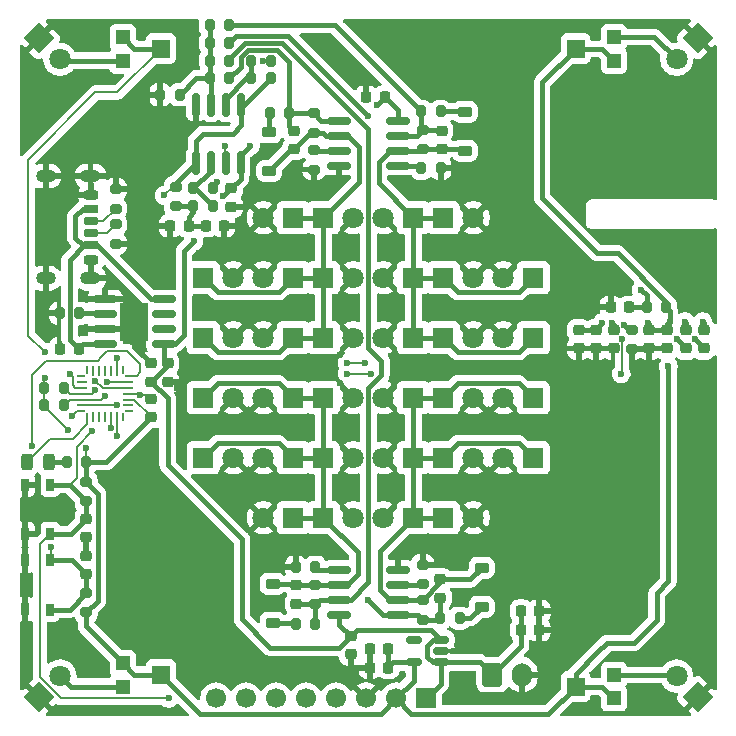
<source format=gbr>
%TF.GenerationSoftware,KiCad,Pcbnew,9.0.5*%
%TF.CreationDate,2025-11-10T23:46:22+08:00*%
%TF.ProjectId,ms,6d732e6b-6963-4616-945f-706362585858,rev?*%
%TF.SameCoordinates,Original*%
%TF.FileFunction,Copper,L1,Top*%
%TF.FilePolarity,Positive*%
%FSLAX46Y46*%
G04 Gerber Fmt 4.6, Leading zero omitted, Abs format (unit mm)*
G04 Created by KiCad (PCBNEW 9.0.5) date 2025-11-10 23:46:22*
%MOMM*%
%LPD*%
G01*
G04 APERTURE LIST*
G04 Aperture macros list*
%AMRoundRect*
0 Rectangle with rounded corners*
0 $1 Rounding radius*
0 $2 $3 $4 $5 $6 $7 $8 $9 X,Y pos of 4 corners*
0 Add a 4 corners polygon primitive as box body*
4,1,4,$2,$3,$4,$5,$6,$7,$8,$9,$2,$3,0*
0 Add four circle primitives for the rounded corners*
1,1,$1+$1,$2,$3*
1,1,$1+$1,$4,$5*
1,1,$1+$1,$6,$7*
1,1,$1+$1,$8,$9*
0 Add four rect primitives between the rounded corners*
20,1,$1+$1,$2,$3,$4,$5,0*
20,1,$1+$1,$4,$5,$6,$7,0*
20,1,$1+$1,$6,$7,$8,$9,0*
20,1,$1+$1,$8,$9,$2,$3,0*%
%AMRotRect*
0 Rectangle, with rotation*
0 The origin of the aperture is its center*
0 $1 length*
0 $2 width*
0 $3 Rotation angle, in degrees counterclockwise*
0 Add horizontal line*
21,1,$1,$2,0,0,$3*%
%AMFreePoly0*
4,1,14,0.230680,0.111820,0.364320,-0.021820,0.377500,-0.053640,0.377500,-0.080000,0.364320,-0.111820,0.332500,-0.125000,-0.332500,-0.125000,-0.364320,-0.111820,-0.377500,-0.080000,-0.377500,0.080000,-0.364320,0.111820,-0.332500,0.125000,0.198860,0.125000,0.230680,0.111820,0.230680,0.111820,$1*%
%AMFreePoly1*
4,1,14,0.364320,0.111820,0.377500,0.080000,0.377500,0.053640,0.364320,0.021820,0.230680,-0.111820,0.198860,-0.125000,-0.332500,-0.125000,-0.364320,-0.111820,-0.377500,-0.080000,-0.377500,0.080000,-0.364320,0.111820,-0.332500,0.125000,0.332500,0.125000,0.364320,0.111820,0.364320,0.111820,$1*%
%AMFreePoly2*
4,1,14,0.111820,0.364320,0.125000,0.332500,0.125000,-0.332500,0.111820,-0.364320,0.080000,-0.377500,-0.080000,-0.377500,-0.111820,-0.364320,-0.125000,-0.332500,-0.125000,0.198860,-0.111820,0.230680,0.021820,0.364320,0.053640,0.377500,0.080000,0.377500,0.111820,0.364320,0.111820,0.364320,$1*%
%AMFreePoly3*
4,1,14,-0.021820,0.364320,0.111820,0.230680,0.125000,0.198860,0.125000,-0.332500,0.111820,-0.364320,0.080000,-0.377500,-0.080000,-0.377500,-0.111820,-0.364320,-0.125000,-0.332500,-0.125000,0.332500,-0.111820,0.364320,-0.080000,0.377500,-0.053640,0.377500,-0.021820,0.364320,-0.021820,0.364320,$1*%
%AMFreePoly4*
4,1,14,0.364320,0.111820,0.377500,0.080000,0.377500,-0.080000,0.364320,-0.111820,0.332500,-0.125000,-0.198860,-0.125000,-0.230680,-0.111820,-0.364320,0.021820,-0.377500,0.053640,-0.377500,0.080000,-0.364320,0.111820,-0.332500,0.125000,0.332500,0.125000,0.364320,0.111820,0.364320,0.111820,$1*%
%AMFreePoly5*
4,1,14,0.364320,0.111820,0.377500,0.080000,0.377500,-0.080000,0.364320,-0.111820,0.332500,-0.125000,-0.332500,-0.125000,-0.364320,-0.111820,-0.377500,-0.080000,-0.377500,-0.053640,-0.364320,-0.021820,-0.230680,0.111820,-0.198860,0.125000,0.332500,0.125000,0.364320,0.111820,0.364320,0.111820,$1*%
%AMFreePoly6*
4,1,14,0.111820,0.364320,0.125000,0.332500,0.125000,-0.198860,0.111820,-0.230680,-0.021820,-0.364320,-0.053640,-0.377500,-0.080000,-0.377500,-0.111820,-0.364320,-0.125000,-0.332500,-0.125000,0.332500,-0.111820,0.364320,-0.080000,0.377500,0.080000,0.377500,0.111820,0.364320,0.111820,0.364320,$1*%
%AMFreePoly7*
4,1,14,0.111820,0.364320,0.125000,0.332500,0.125000,-0.332500,0.111820,-0.364320,0.080000,-0.377500,0.053640,-0.377500,0.021820,-0.364320,-0.111820,-0.230680,-0.125000,-0.198860,-0.125000,0.332500,-0.111820,0.364320,-0.080000,0.377500,0.080000,0.377500,0.111820,0.364320,0.111820,0.364320,$1*%
G04 Aperture macros list end*
%TA.AperFunction,SMDPad,CuDef*%
%ADD10RoundRect,0.150000X-0.825000X-0.150000X0.825000X-0.150000X0.825000X0.150000X-0.825000X0.150000X0*%
%TD*%
%TA.AperFunction,HeatsinkPad*%
%ADD11R,2.410000X3.300000*%
%TD*%
%TA.AperFunction,SMDPad,CuDef*%
%ADD12RoundRect,0.200000X0.200000X0.275000X-0.200000X0.275000X-0.200000X-0.275000X0.200000X-0.275000X0*%
%TD*%
%TA.AperFunction,SMDPad,CuDef*%
%ADD13RoundRect,0.200000X-0.275000X0.200000X-0.275000X-0.200000X0.275000X-0.200000X0.275000X0.200000X0*%
%TD*%
%TA.AperFunction,SMDPad,CuDef*%
%ADD14RoundRect,0.200000X0.275000X-0.200000X0.275000X0.200000X-0.275000X0.200000X-0.275000X-0.200000X0*%
%TD*%
%TA.AperFunction,SMDPad,CuDef*%
%ADD15RoundRect,0.175000X-0.425000X0.175000X-0.425000X-0.175000X0.425000X-0.175000X0.425000X0.175000X0*%
%TD*%
%TA.AperFunction,SMDPad,CuDef*%
%ADD16RoundRect,0.190000X0.410000X-0.190000X0.410000X0.190000X-0.410000X0.190000X-0.410000X-0.190000X0*%
%TD*%
%TA.AperFunction,SMDPad,CuDef*%
%ADD17RoundRect,0.200000X0.400000X-0.200000X0.400000X0.200000X-0.400000X0.200000X-0.400000X-0.200000X0*%
%TD*%
%TA.AperFunction,SMDPad,CuDef*%
%ADD18RoundRect,0.175000X0.425000X-0.175000X0.425000X0.175000X-0.425000X0.175000X-0.425000X-0.175000X0*%
%TD*%
%TA.AperFunction,SMDPad,CuDef*%
%ADD19RoundRect,0.190000X-0.410000X0.190000X-0.410000X-0.190000X0.410000X-0.190000X0.410000X0.190000X0*%
%TD*%
%TA.AperFunction,SMDPad,CuDef*%
%ADD20RoundRect,0.200000X-0.400000X0.200000X-0.400000X-0.200000X0.400000X-0.200000X0.400000X0.200000X0*%
%TD*%
%TA.AperFunction,HeatsinkPad*%
%ADD21O,1.700000X1.100000*%
%TD*%
%TA.AperFunction,SMDPad,CuDef*%
%ADD22RoundRect,0.225000X-0.250000X0.225000X-0.250000X-0.225000X0.250000X-0.225000X0.250000X0.225000X0*%
%TD*%
%TA.AperFunction,SMDPad,CuDef*%
%ADD23RoundRect,0.225000X0.250000X-0.225000X0.250000X0.225000X-0.250000X0.225000X-0.250000X-0.225000X0*%
%TD*%
%TA.AperFunction,SMDPad,CuDef*%
%ADD24RoundRect,0.225000X0.225000X0.250000X-0.225000X0.250000X-0.225000X-0.250000X0.225000X-0.250000X0*%
%TD*%
%TA.AperFunction,SMDPad,CuDef*%
%ADD25RoundRect,0.150000X0.825000X0.150000X-0.825000X0.150000X-0.825000X-0.150000X0.825000X-0.150000X0*%
%TD*%
%TA.AperFunction,SMDPad,CuDef*%
%ADD26RoundRect,0.225000X0.375000X-0.225000X0.375000X0.225000X-0.375000X0.225000X-0.375000X-0.225000X0*%
%TD*%
%TA.AperFunction,SMDPad,CuDef*%
%ADD27RoundRect,0.200000X-0.200000X-0.275000X0.200000X-0.275000X0.200000X0.275000X-0.200000X0.275000X0*%
%TD*%
%TA.AperFunction,SMDPad,CuDef*%
%ADD28R,1.200000X1.200000*%
%TD*%
%TA.AperFunction,SMDPad,CuDef*%
%ADD29R,1.500000X1.600000*%
%TD*%
%TA.AperFunction,ComponentPad*%
%ADD30R,1.800000X1.800000*%
%TD*%
%TA.AperFunction,ComponentPad*%
%ADD31C,1.800000*%
%TD*%
%TA.AperFunction,ComponentPad*%
%ADD32RoundRect,0.250000X-0.600000X-0.750000X0.600000X-0.750000X0.600000X0.750000X-0.600000X0.750000X0*%
%TD*%
%TA.AperFunction,ComponentPad*%
%ADD33O,1.700000X2.000000*%
%TD*%
%TA.AperFunction,SMDPad,CuDef*%
%ADD34R,0.650000X1.050000*%
%TD*%
%TA.AperFunction,ComponentPad*%
%ADD35C,6.400000*%
%TD*%
%TA.AperFunction,SMDPad,CuDef*%
%ADD36RoundRect,0.225000X-0.225000X-0.250000X0.225000X-0.250000X0.225000X0.250000X-0.225000X0.250000X0*%
%TD*%
%TA.AperFunction,SMDPad,CuDef*%
%ADD37FreePoly0,180.000000*%
%TD*%
%TA.AperFunction,SMDPad,CuDef*%
%ADD38RoundRect,0.062500X0.375000X0.062500X-0.375000X0.062500X-0.375000X-0.062500X0.375000X-0.062500X0*%
%TD*%
%TA.AperFunction,SMDPad,CuDef*%
%ADD39FreePoly1,180.000000*%
%TD*%
%TA.AperFunction,SMDPad,CuDef*%
%ADD40FreePoly2,180.000000*%
%TD*%
%TA.AperFunction,SMDPad,CuDef*%
%ADD41RoundRect,0.062500X0.062500X0.375000X-0.062500X0.375000X-0.062500X-0.375000X0.062500X-0.375000X0*%
%TD*%
%TA.AperFunction,SMDPad,CuDef*%
%ADD42FreePoly3,180.000000*%
%TD*%
%TA.AperFunction,SMDPad,CuDef*%
%ADD43FreePoly4,180.000000*%
%TD*%
%TA.AperFunction,SMDPad,CuDef*%
%ADD44FreePoly5,180.000000*%
%TD*%
%TA.AperFunction,SMDPad,CuDef*%
%ADD45FreePoly6,180.000000*%
%TD*%
%TA.AperFunction,SMDPad,CuDef*%
%ADD46FreePoly7,180.000000*%
%TD*%
%TA.AperFunction,SMDPad,CuDef*%
%ADD47RoundRect,0.150000X0.512500X0.150000X-0.512500X0.150000X-0.512500X-0.150000X0.512500X-0.150000X0*%
%TD*%
%TA.AperFunction,ComponentPad*%
%ADD48RotRect,1.800000X1.800000X315.000000*%
%TD*%
%TA.AperFunction,ComponentPad*%
%ADD49R,1.700000X1.700000*%
%TD*%
%TA.AperFunction,ComponentPad*%
%ADD50C,1.700000*%
%TD*%
%TA.AperFunction,ComponentPad*%
%ADD51RotRect,1.800000X1.800000X45.000000*%
%TD*%
%TA.AperFunction,ComponentPad*%
%ADD52RotRect,1.800000X1.800000X225.000000*%
%TD*%
%TA.AperFunction,SMDPad,CuDef*%
%ADD53RoundRect,0.225000X-0.375000X0.225000X-0.375000X-0.225000X0.375000X-0.225000X0.375000X0.225000X0*%
%TD*%
%TA.AperFunction,SMDPad,CuDef*%
%ADD54RoundRect,0.150000X-0.150000X0.825000X-0.150000X-0.825000X0.150000X-0.825000X0.150000X0.825000X0*%
%TD*%
%TA.AperFunction,ComponentPad*%
%ADD55RotRect,1.800000X1.800000X135.000000*%
%TD*%
%TA.AperFunction,SMDPad,CuDef*%
%ADD56RoundRect,0.243750X-0.243750X-0.456250X0.243750X-0.456250X0.243750X0.456250X-0.243750X0.456250X0*%
%TD*%
%TA.AperFunction,ViaPad*%
%ADD57C,0.600000*%
%TD*%
%TA.AperFunction,Conductor*%
%ADD58C,0.400000*%
%TD*%
%TA.AperFunction,Conductor*%
%ADD59C,0.200000*%
%TD*%
G04 APERTURE END LIST*
D10*
%TO.P,U6,1,TEMP*%
%TO.N,GND*%
X128150000Y-99045000D03*
%TO.P,U6,2,PROG*%
%TO.N,Net-(U6-PROG)*%
X128150000Y-100315000D03*
%TO.P,U6,3,GND*%
%TO.N,GND*%
X128150000Y-101585000D03*
%TO.P,U6,4,V_{CC}*%
%TO.N,VBUS*%
X128150000Y-102855000D03*
%TO.P,U6,5,BAT*%
%TO.N,VCC*%
X133100000Y-102855000D03*
%TO.P,U6,6,~{STDBY}*%
%TO.N,unconnected-(U6-~{STDBY}-Pad6)*%
X133100000Y-101585000D03*
%TO.P,U6,7,~{CHRG}*%
%TO.N,unconnected-(U6-~{CHRG}-Pad7)*%
X133100000Y-100315000D03*
%TO.P,U6,8,CE*%
%TO.N,VBUS*%
X133100000Y-99045000D03*
D11*
%TO.P,U6,9,EPAD*%
%TO.N,GND*%
X130625000Y-100950000D03*
%TD*%
D12*
%TO.P,R32,1*%
%TO.N,Net-(U6-PROG)*%
X125950000Y-100250000D03*
%TO.P,R32,2*%
%TO.N,GND*%
X124300000Y-100250000D03*
%TD*%
D13*
%TO.P,R31,1*%
%TO.N,Net-(J3-CC2)*%
X129025000Y-92725000D03*
%TO.P,R31,2*%
%TO.N,GND*%
X129025000Y-94375000D03*
%TD*%
D14*
%TO.P,R30,1*%
%TO.N,Net-(J3-CC1)*%
X129025000Y-91375000D03*
%TO.P,R30,2*%
%TO.N,GND*%
X129025000Y-89725000D03*
%TD*%
D15*
%TO.P,J3,A5,CC1*%
%TO.N,Net-(J3-CC1)*%
X126980000Y-92450000D03*
D16*
%TO.P,J3,A9,VBUS*%
%TO.N,VBUS*%
X126980000Y-94470000D03*
D17*
%TO.P,J3,A12,GND*%
%TO.N,GND*%
X126980000Y-95700000D03*
D18*
%TO.P,J3,B5,CC2*%
%TO.N,Net-(J3-CC2)*%
X126980000Y-93450000D03*
D19*
%TO.P,J3,B9,VBUS*%
%TO.N,VBUS*%
X126980000Y-91430000D03*
D20*
%TO.P,J3,B12,GND*%
%TO.N,GND*%
X126980000Y-90200000D03*
D21*
%TO.P,J3,S1,SHIELD*%
X126900000Y-88630000D03*
X123100000Y-88630000D03*
X126900000Y-97270000D03*
X123100000Y-97270000D03*
%TD*%
D22*
%TO.P,C27,1*%
%TO.N,VCC*%
X133425000Y-104475000D03*
%TO.P,C27,2*%
%TO.N,GND*%
X133425000Y-106025000D03*
%TD*%
D23*
%TO.P,C26,1*%
%TO.N,VCC*%
X132025000Y-106025000D03*
%TO.P,C26,2*%
%TO.N,GND*%
X132025000Y-104475000D03*
%TD*%
D24*
%TO.P,C25,1*%
%TO.N,VBUS*%
X125900000Y-103250000D03*
%TO.P,C25,2*%
%TO.N,GND*%
X124350000Y-103250000D03*
%TD*%
D12*
%TO.P,R25,2*%
%TO.N,Net-(D41-A)*%
X124900000Y-112850000D03*
%TO.P,R25,1*%
%TO.N,+3V3*%
X126550000Y-112850000D03*
%TD*%
D22*
%TO.P,C10,2*%
%TO.N,GND*%
X126525000Y-119225000D03*
%TO.P,C10,1*%
%TO.N,/~{RESET}*%
X126525000Y-117675000D03*
%TD*%
D13*
%TO.P,R23,2*%
%TO.N,/~{RESET}*%
X126525000Y-116175000D03*
%TO.P,R23,1*%
%TO.N,+3V3*%
X126525000Y-114525000D03*
%TD*%
D22*
%TO.P,C21,2*%
%TO.N,GND*%
X175725000Y-103225000D03*
%TO.P,C21,1*%
%TO.N,+3V3*%
X175725000Y-101675000D03*
%TD*%
D13*
%TO.P,R10,1*%
%TO.N,GND*%
X155025000Y-121525000D03*
%TO.P,R10,2*%
%TO.N,Net-(U4A-+)*%
X155025000Y-123175000D03*
%TD*%
D25*
%TO.P,U4,8,V+*%
%TO.N,VCC*%
X147950000Y-125755000D03*
%TO.P,U4,7*%
%TO.N,/O3*%
X147950000Y-124485000D03*
%TO.P,U4,6,-*%
%TO.N,/ARR_BL*%
X147950000Y-123215000D03*
%TO.P,U4,5,+*%
%TO.N,Net-(U4B-+)*%
X147950000Y-121945000D03*
%TO.P,U4,4,V-*%
%TO.N,GND*%
X152900000Y-121945000D03*
%TO.P,U4,3,+*%
%TO.N,Net-(U4A-+)*%
X152900000Y-123215000D03*
%TO.P,U4,2,-*%
%TO.N,/ARR_BR*%
X152900000Y-124485000D03*
%TO.P,U4,1*%
%TO.N,/O4*%
X152900000Y-125755000D03*
%TD*%
D26*
%TO.P,D39,2,A*%
%TO.N,/ARR_BL*%
X142325000Y-123150000D03*
%TO.P,D39,1,K*%
%TO.N,Net-(D39-K)*%
X142325000Y-126450000D03*
%TD*%
D27*
%TO.P,R9,2*%
%TO.N,/O3*%
X145950000Y-126550000D03*
%TO.P,R9,1*%
%TO.N,Net-(D39-K)*%
X144300000Y-126550000D03*
%TD*%
%TO.P,R7,2*%
%TO.N,Net-(U4B-+)*%
X145950000Y-121750000D03*
%TO.P,R7,1*%
%TO.N,GND*%
X144300000Y-121750000D03*
%TD*%
D22*
%TO.P,C4,2*%
%TO.N,/O3*%
X144325000Y-124825000D03*
%TO.P,C4,1*%
%TO.N,/ARR_BL*%
X144325000Y-123275000D03*
%TD*%
D13*
%TO.P,R8,2*%
%TO.N,/O3*%
X145925000Y-124875000D03*
%TO.P,R8,1*%
%TO.N,/ARR_BL*%
X145925000Y-123225000D03*
%TD*%
D28*
%TO.P,RV4,1,1*%
%TO.N,+3V3*%
X129625000Y-129850000D03*
D29*
%TO.P,RV4,2,2*%
X132875000Y-130850000D03*
D28*
%TO.P,RV4,3,3*%
%TO.N,Net-(D36-A)*%
X129625000Y-131850000D03*
%TD*%
D30*
%TO.P,D30,1,K*%
%TO.N,/ARR_BL*%
X146615000Y-117550000D03*
D31*
%TO.P,D30,2,A*%
%TO.N,GND*%
X149155000Y-117550000D03*
%TD*%
D32*
%TO.P,J2,1,Pin_1*%
%TO.N,VCC*%
X160925000Y-130850000D03*
D33*
%TO.P,J2,2,Pin_2*%
%TO.N,GND*%
X163425000Y-130850000D03*
%TD*%
D30*
%TO.P,D17,1,K*%
%TO.N,/ARR_BL*%
X144075000Y-117550000D03*
D31*
%TO.P,D17,2,A*%
%TO.N,GND*%
X141535000Y-117550000D03*
%TD*%
D34*
%TO.P,SW2,1,1*%
%TO.N,/~{RESET}*%
X123500000Y-114775000D03*
X123500000Y-118925000D03*
%TO.P,SW2,2,2*%
%TO.N,GND*%
X121350000Y-114775000D03*
X121350000Y-118900000D03*
%TD*%
D35*
%TO.P,H4,1,1*%
%TO.N,GND*%
X131425000Y-123850000D03*
%TD*%
D30*
%TO.P,D11,1,K*%
%TO.N,/ARR_TL*%
X144075000Y-92150000D03*
D31*
%TO.P,D11,2,A*%
%TO.N,GND*%
X141535000Y-92150000D03*
%TD*%
D24*
%TO.P,C3,1*%
%TO.N,VCC*%
X151800000Y-81950000D03*
%TO.P,C3,2*%
%TO.N,GND*%
X150250000Y-81950000D03*
%TD*%
D12*
%TO.P,R17,1*%
%TO.N,/O2*%
X138650000Y-75850000D03*
%TO.P,R17,2*%
%TO.N,Net-(U5A-+)*%
X137000000Y-75850000D03*
%TD*%
D30*
%TO.P,D12,1,K*%
%TO.N,/ARR_TL*%
X146615000Y-92150000D03*
D31*
%TO.P,D12,2,A*%
%TO.N,GND*%
X149155000Y-92150000D03*
%TD*%
D27*
%TO.P,R21,1*%
%TO.N,Net-(C7-Pad1)*%
X135600000Y-91150000D03*
%TO.P,R21,2*%
%TO.N,Net-(U5B--)*%
X137250000Y-91150000D03*
%TD*%
D30*
%TO.P,D13,1,K*%
%TO.N,/ARR_TL*%
X136455000Y-97230000D03*
D31*
%TO.P,D13,2,A*%
%TO.N,GND*%
X138995000Y-97230000D03*
%TD*%
D12*
%TO.P,R12,1*%
%TO.N,Net-(D40-K)*%
X158150000Y-126050000D03*
%TO.P,R12,2*%
%TO.N,/O4*%
X156500000Y-126050000D03*
%TD*%
D30*
%TO.P,D23,1,K*%
%TO.N,/ARR_BL*%
X136455000Y-112470000D03*
D31*
%TO.P,D23,2,A*%
%TO.N,GND*%
X138995000Y-112470000D03*
%TD*%
D30*
%TO.P,D3,1,K*%
%TO.N,/ARR_TR*%
X156775000Y-97230000D03*
D31*
%TO.P,D3,2,A*%
%TO.N,GND*%
X159315000Y-97230000D03*
%TD*%
D12*
%TO.P,R4,1*%
%TO.N,GND*%
X156550000Y-87950000D03*
%TO.P,R4,2*%
%TO.N,Net-(U3B-+)*%
X154900000Y-87950000D03*
%TD*%
D36*
%TO.P,C15,1*%
%TO.N,VCC*%
X163350000Y-125450000D03*
%TO.P,C15,2*%
%TO.N,GND*%
X164900000Y-125450000D03*
%TD*%
D30*
%TO.P,D28,1,K*%
%TO.N,/ARR_BR*%
X154235000Y-112470000D03*
D31*
%TO.P,D28,2,A*%
%TO.N,GND*%
X151695000Y-112470000D03*
%TD*%
D37*
%TO.P,U2,1,PC14*%
%TO.N,unconnected-(U2-PC14-Pad1)*%
X130122500Y-108550000D03*
D38*
%TO.P,U2,2,PC15*%
%TO.N,unconnected-(U2-PC15-Pad2)*%
X130062500Y-108050000D03*
%TO.P,U2,3,VDD*%
%TO.N,+3V3*%
X130062500Y-107550000D03*
%TO.P,U2,4,VSS*%
%TO.N,GND*%
X130062500Y-107050000D03*
%TO.P,U2,5,PF2*%
%TO.N,/~{RESET}*%
X130062500Y-106550000D03*
%TO.P,U2,6,PA0*%
%TO.N,/ADC_IN0*%
X130062500Y-106050000D03*
D39*
%TO.P,U2,7,PA1*%
%TO.N,/BUTTON*%
X130122500Y-105550000D03*
D40*
%TO.P,U2,8,USART2_TX*%
%TO.N,unconnected-(U2-PA2-Pad8)*%
X129625000Y-105052500D03*
D41*
%TO.P,U2,9,USART2_RX*%
%TO.N,/OUT*%
X129125000Y-105112500D03*
%TO.P,U2,10,PA4*%
%TO.N,unconnected-(U2-PA4-Pad10)*%
X128625000Y-105112500D03*
%TO.P,U2,11,PA5*%
%TO.N,unconnected-(U2-PA5-Pad11)*%
X128125000Y-105112500D03*
%TO.P,U2,12,PA6*%
%TO.N,unconnected-(U2-PA6-Pad12)*%
X127625000Y-105112500D03*
%TO.P,U2,13,PA7*%
%TO.N,unconnected-(U2-PA7-Pad13)*%
X127125000Y-105112500D03*
D42*
%TO.P,U2,14,PB0*%
%TO.N,unconnected-(U2-PB0-Pad14)*%
X126625000Y-105052500D03*
D43*
%TO.P,U2,15,PB1*%
%TO.N,unconnected-(U2-PB1-Pad15)*%
X126127500Y-105550000D03*
D38*
%TO.P,U2,16,PA8*%
%TO.N,unconnected-(U2-PA8-Pad16)*%
X126187500Y-106050000D03*
%TO.P,U2,17,PC6*%
%TO.N,/~{RES}*%
X126187500Y-106550000D03*
%TO.P,U2,18,I2C2_SCL (PA11)*%
%TO.N,/SCL*%
X126187500Y-107050000D03*
%TO.P,U2,19,I2C2_SDA (PA12)*%
%TO.N,/SDA*%
X126187500Y-107550000D03*
%TO.P,U2,20,SYS_SWDIO*%
%TO.N,/SWDIO*%
X126187500Y-108050000D03*
D44*
%TO.P,U2,21,SYS_SWCLK*%
%TO.N,/SWCLK*%
X126127500Y-108550000D03*
D45*
%TO.P,U2,22,PA15*%
%TO.N,Net-(D41-K)*%
X126625000Y-109047500D03*
D41*
%TO.P,U2,23,PB3*%
%TO.N,unconnected-(U2-PB3-Pad23)*%
X127125000Y-108987500D03*
%TO.P,U2,24,PB4*%
%TO.N,unconnected-(U2-PB4-Pad24)*%
X127625000Y-108987500D03*
%TO.P,U2,25,PB5*%
%TO.N,unconnected-(U2-PB5-Pad25)*%
X128125000Y-108987500D03*
%TO.P,U2,26,USART1_TX*%
%TO.N,/U1TXD*%
X128625000Y-108987500D03*
%TO.P,U2,27,USART1_RX*%
%TO.N,/U1RXD*%
X129125000Y-108987500D03*
D46*
%TO.P,U2,28,PB8*%
%TO.N,unconnected-(U2-PB8-Pad28)*%
X129625000Y-109047500D03*
%TD*%
D22*
%TO.P,C20,1*%
%TO.N,Net-(DS1-VCC)*%
X168225000Y-101675000D03*
%TO.P,C20,2*%
%TO.N,GND*%
X168225000Y-103225000D03*
%TD*%
D47*
%TO.P,U1,1,IN*%
%TO.N,VCC*%
X156562500Y-129800000D03*
%TO.P,U1,2,GND*%
%TO.N,GND*%
X156562500Y-128850000D03*
%TO.P,U1,3,EN*%
%TO.N,VCC*%
X156562500Y-127900000D03*
%TO.P,U1,4,NC*%
%TO.N,unconnected-(U1-NC-Pad4)*%
X154287500Y-127900000D03*
%TO.P,U1,5,OUT*%
%TO.N,+3V3*%
X154287500Y-129800000D03*
%TD*%
D22*
%TO.P,C22,1*%
%TO.N,+3V3*%
X174215000Y-101675000D03*
%TO.P,C22,2*%
%TO.N,GND*%
X174215000Y-103225000D03*
%TD*%
D28*
%TO.P,RV2,1,1*%
%TO.N,+3V3*%
X171225000Y-78850000D03*
D29*
%TO.P,RV2,2,2*%
X167975000Y-77850000D03*
D28*
%TO.P,RV2,3,3*%
%TO.N,Net-(D34-A)*%
X171225000Y-76850000D03*
%TD*%
%TO.P,RV3,1,1*%
%TO.N,+3V3*%
X171225000Y-132853535D03*
D29*
%TO.P,RV3,2,2*%
X167975000Y-131853535D03*
D28*
%TO.P,RV3,3,3*%
%TO.N,Net-(D35-A)*%
X171225000Y-130853535D03*
%TD*%
D12*
%TO.P,R6,1*%
%TO.N,Net-(D38-K)*%
X156550000Y-83150000D03*
%TO.P,R6,2*%
%TO.N,/O2*%
X154900000Y-83150000D03*
%TD*%
D30*
%TO.P,D31,1,K*%
%TO.N,/ARR_BR*%
X156775000Y-117550000D03*
D31*
%TO.P,D31,2,A*%
%TO.N,GND*%
X159315000Y-117550000D03*
%TD*%
D23*
%TO.P,C18,1*%
%TO.N,Net-(DS1-C1N)*%
X177325000Y-103225000D03*
%TO.P,C18,2*%
%TO.N,Net-(DS1-C1P)*%
X177325000Y-101675000D03*
%TD*%
D36*
%TO.P,C16,1*%
%TO.N,VCC*%
X163350000Y-127050000D03*
%TO.P,C16,2*%
%TO.N,GND*%
X164900000Y-127050000D03*
%TD*%
D30*
%TO.P,D20,1,K*%
%TO.N,/ARR_BR*%
X154235000Y-107390000D03*
D31*
%TO.P,D20,2,A*%
%TO.N,GND*%
X151695000Y-107390000D03*
%TD*%
D13*
%TO.P,R11,1*%
%TO.N,/ARR_BR*%
X155025000Y-124525000D03*
%TO.P,R11,2*%
%TO.N,/O4*%
X155025000Y-126175000D03*
%TD*%
D30*
%TO.P,D24,1,K*%
%TO.N,/ARR_BL*%
X146615000Y-107390000D03*
D31*
%TO.P,D24,2,A*%
%TO.N,GND*%
X149155000Y-107390000D03*
%TD*%
D30*
%TO.P,D1,1,K*%
%TO.N,/ARR_TL*%
X146615000Y-97230000D03*
D31*
%TO.P,D1,2,A*%
%TO.N,GND*%
X149155000Y-97230000D03*
%TD*%
D30*
%TO.P,D21,1,K*%
%TO.N,/ARR_BR*%
X156775000Y-112470000D03*
D31*
%TO.P,D21,2,A*%
%TO.N,GND*%
X159315000Y-112470000D03*
%TD*%
D23*
%TO.P,C11,1*%
%TO.N,/BUTTON*%
X126525000Y-122325000D03*
%TO.P,C11,2*%
%TO.N,GND*%
X126525000Y-120775000D03*
%TD*%
D30*
%TO.P,D8,1,K*%
%TO.N,/ARR_TR*%
X156775000Y-92150000D03*
D31*
%TO.P,D8,2,A*%
%TO.N,GND*%
X159315000Y-92150000D03*
%TD*%
D26*
%TO.P,D40,1,K*%
%TO.N,Net-(D40-K)*%
X160025000Y-125100000D03*
%TO.P,D40,2,A*%
%TO.N,/ARR_BR*%
X160025000Y-121800000D03*
%TD*%
D30*
%TO.P,D15,1,K*%
%TO.N,/ARR_TR*%
X154235000Y-102310000D03*
D31*
%TO.P,D15,2,A*%
%TO.N,GND*%
X151695000Y-102310000D03*
%TD*%
D27*
%TO.P,R27,1*%
%TO.N,+3V3*%
X123000000Y-108050000D03*
%TO.P,R27,2*%
%TO.N,/SDA*%
X124650000Y-108050000D03*
%TD*%
D22*
%TO.P,C6,1*%
%TO.N,VCC*%
X148925000Y-127575000D03*
%TO.P,C6,2*%
%TO.N,GND*%
X148925000Y-129125000D03*
%TD*%
D48*
%TO.P,D33,1,K*%
%TO.N,GND*%
X122523439Y-76948439D03*
D31*
%TO.P,D33,2,A*%
%TO.N,Net-(D33-A)*%
X124319490Y-78744490D03*
%TD*%
D14*
%TO.P,R24,1*%
%TO.N,+3V3*%
X126525000Y-125575000D03*
%TO.P,R24,2*%
%TO.N,/BUTTON*%
X126525000Y-123925000D03*
%TD*%
D24*
%TO.P,C7,1*%
%TO.N,Net-(C7-Pad1)*%
X135200000Y-92850000D03*
%TO.P,C7,2*%
%TO.N,GND*%
X133650000Y-92850000D03*
%TD*%
D22*
%TO.P,C19,1*%
%TO.N,Net-(DS1-VCC)*%
X169725000Y-101675000D03*
%TO.P,C19,2*%
%TO.N,GND*%
X169725000Y-103225000D03*
%TD*%
D23*
%TO.P,C17,1*%
%TO.N,Net-(DS1-C2P)*%
X178825000Y-103225000D03*
%TO.P,C17,2*%
%TO.N,Net-(DS1-C2N)*%
X178825000Y-101675000D03*
%TD*%
D24*
%TO.P,C24,1*%
%TO.N,/~{RES}*%
X172500000Y-99750000D03*
%TO.P,C24,2*%
%TO.N,GND*%
X170950000Y-99750000D03*
%TD*%
D30*
%TO.P,D10,1,K*%
%TO.N,/ARR_TR*%
X164395000Y-97230000D03*
D31*
%TO.P,D10,2,A*%
%TO.N,GND*%
X161855000Y-97230000D03*
%TD*%
D30*
%TO.P,D18,1,K*%
%TO.N,/ARR_BL*%
X146615000Y-112470000D03*
D31*
%TO.P,D18,2,A*%
%TO.N,GND*%
X149155000Y-112470000D03*
%TD*%
D27*
%TO.P,R22,1*%
%TO.N,Net-(U5B--)*%
X135600000Y-89650000D03*
%TO.P,R22,2*%
%TO.N,GND*%
X137250000Y-89650000D03*
%TD*%
D49*
%TO.P,J1,1,Pin_1*%
%TO.N,VCC*%
X155315000Y-132850000D03*
D50*
%TO.P,J1,2,Pin_2*%
%TO.N,+3V3*%
X152775000Y-132850000D03*
%TO.P,J1,3,Pin_3*%
%TO.N,GND*%
X150235000Y-132850000D03*
%TO.P,J1,4,Pin_4*%
%TO.N,/SWDIO*%
X147695000Y-132850000D03*
%TO.P,J1,5,Pin_5*%
%TO.N,/SWCLK*%
X145155000Y-132850000D03*
%TO.P,J1,6,Pin_6*%
%TO.N,/U1TXD*%
X142615000Y-132850000D03*
%TO.P,J1,7,Pin_7*%
%TO.N,/U1RXD*%
X140075000Y-132850000D03*
%TO.P,J1,8,Pin_8*%
%TO.N,/~{RESET}*%
X137535000Y-132850000D03*
%TD*%
D30*
%TO.P,D4,1,K*%
%TO.N,/ARR_TR*%
X154235000Y-92150000D03*
D31*
%TO.P,D4,2,A*%
%TO.N,GND*%
X151695000Y-92150000D03*
%TD*%
D51*
%TO.P,D36,1,K*%
%TO.N,GND*%
X122523439Y-132751561D03*
D31*
%TO.P,D36,2,A*%
%TO.N,Net-(D36-A)*%
X124319490Y-130955510D03*
%TD*%
D27*
%TO.P,R28,1*%
%TO.N,+3V3*%
X123000000Y-106550000D03*
%TO.P,R28,2*%
%TO.N,/SCL*%
X124650000Y-106550000D03*
%TD*%
D52*
%TO.P,D34,1,K*%
%TO.N,GND*%
X178326561Y-76948439D03*
D31*
%TO.P,D34,2,A*%
%TO.N,Net-(D34-A)*%
X176530510Y-78744490D03*
%TD*%
D12*
%TO.P,R14,1*%
%TO.N,GND*%
X142150000Y-78850000D03*
%TO.P,R14,2*%
%TO.N,Net-(U5A--)*%
X140500000Y-78850000D03*
%TD*%
D22*
%TO.P,C9,1*%
%TO.N,VCC*%
X138825000Y-89675000D03*
%TO.P,C9,2*%
%TO.N,GND*%
X138825000Y-91225000D03*
%TD*%
D30*
%TO.P,D26,1,K*%
%TO.N,/ARR_BR*%
X154235000Y-117550000D03*
D31*
%TO.P,D26,2,A*%
%TO.N,GND*%
X151695000Y-117550000D03*
%TD*%
D14*
%TO.P,R26,1*%
%TO.N,GND*%
X172725000Y-103275000D03*
%TO.P,R26,2*%
%TO.N,Net-(DS1-IREF)*%
X172725000Y-101625000D03*
%TD*%
D53*
%TO.P,D37,1,K*%
%TO.N,Net-(D37-K)*%
X142025000Y-84900000D03*
%TO.P,D37,2,A*%
%TO.N,/ARR_TL*%
X142025000Y-88200000D03*
%TD*%
D13*
%TO.P,R20,1*%
%TO.N,/ADC_IN0*%
X134125000Y-89525000D03*
%TO.P,R20,2*%
%TO.N,Net-(C7-Pad1)*%
X134125000Y-91175000D03*
%TD*%
D14*
%TO.P,R5,1*%
%TO.N,/ARR_TR*%
X155025000Y-86375000D03*
%TO.P,R5,2*%
%TO.N,/O2*%
X155025000Y-84725000D03*
%TD*%
D30*
%TO.P,D25,1,K*%
%TO.N,/ARR_BL*%
X144075000Y-107390000D03*
D31*
%TO.P,D25,2,A*%
%TO.N,GND*%
X141535000Y-107390000D03*
%TD*%
D30*
%TO.P,D19,1,K*%
%TO.N,/ARR_BL*%
X136455000Y-107390000D03*
D31*
%TO.P,D19,2,A*%
%TO.N,GND*%
X138995000Y-107390000D03*
%TD*%
D22*
%TO.P,C23,1*%
%TO.N,Net-(DS1-VCOMH)*%
X171225000Y-101675000D03*
%TO.P,C23,2*%
%TO.N,GND*%
X171225000Y-103225000D03*
%TD*%
D30*
%TO.P,D2,1,K*%
%TO.N,/ARR_TL*%
X144075000Y-97230000D03*
D31*
%TO.P,D2,2,A*%
%TO.N,GND*%
X141535000Y-97230000D03*
%TD*%
D27*
%TO.P,R3,1*%
%TO.N,Net-(D37-K)*%
X142100000Y-83250000D03*
%TO.P,R3,2*%
%TO.N,/O1*%
X143750000Y-83250000D03*
%TD*%
D24*
%TO.P,C13,1*%
%TO.N,+3V3*%
X152100000Y-128650000D03*
%TO.P,C13,2*%
%TO.N,GND*%
X150550000Y-128650000D03*
%TD*%
D22*
%TO.P,C5,1*%
%TO.N,/ARR_BR*%
X156525000Y-122775000D03*
%TO.P,C5,2*%
%TO.N,/O4*%
X156525000Y-124325000D03*
%TD*%
D30*
%TO.P,D22,1,K*%
%TO.N,/ARR_BR*%
X164395000Y-112470000D03*
D31*
%TO.P,D22,2,A*%
%TO.N,GND*%
X161855000Y-112470000D03*
%TD*%
D12*
%TO.P,R16,1*%
%TO.N,/O3*%
X138650000Y-78850000D03*
%TO.P,R16,2*%
%TO.N,Net-(U5A-+)*%
X137000000Y-78850000D03*
%TD*%
D24*
%TO.P,C14,1*%
%TO.N,+3V3*%
X152100000Y-130250000D03*
%TO.P,C14,2*%
%TO.N,GND*%
X150550000Y-130250000D03*
%TD*%
D30*
%TO.P,D9,1,K*%
%TO.N,/ARR_TR*%
X154235000Y-97230000D03*
D31*
%TO.P,D9,2,A*%
%TO.N,GND*%
X151695000Y-97230000D03*
%TD*%
D53*
%TO.P,D38,1,K*%
%TO.N,Net-(D38-K)*%
X158625000Y-83200000D03*
%TO.P,D38,2,A*%
%TO.N,/ARR_TR*%
X158625000Y-86500000D03*
%TD*%
D23*
%TO.P,C2,1*%
%TO.N,/ARR_TR*%
X156625000Y-86325000D03*
%TO.P,C2,2*%
%TO.N,/O2*%
X156625000Y-84775000D03*
%TD*%
D54*
%TO.P,U5,1*%
%TO.N,/ADC_IN0*%
X139630000Y-82575000D03*
%TO.P,U5,2,-*%
%TO.N,Net-(U5A--)*%
X138360000Y-82575000D03*
%TO.P,U5,3,+*%
%TO.N,Net-(U5A-+)*%
X137090000Y-82575000D03*
%TO.P,U5,4,V-*%
%TO.N,GND*%
X135820000Y-82575000D03*
%TO.P,U5,5,+*%
%TO.N,/ADC_IN0*%
X135820000Y-87525000D03*
%TO.P,U5,6,-*%
%TO.N,Net-(U5B--)*%
X137090000Y-87525000D03*
%TO.P,U5,7*%
%TO.N,/OUT*%
X138360000Y-87525000D03*
%TO.P,U5,8,V+*%
%TO.N,VCC*%
X139630000Y-87525000D03*
%TD*%
D34*
%TO.P,SW1,1,1*%
%TO.N,/BUTTON*%
X123500000Y-121175000D03*
X123500000Y-125325000D03*
%TO.P,SW1,2,2*%
%TO.N,GND*%
X121350000Y-121175000D03*
X121350000Y-125300000D03*
%TD*%
D35*
%TO.P,H3,1,1*%
%TO.N,GND*%
X169425000Y-85850000D03*
%TD*%
D28*
%TO.P,RV1,1,1*%
%TO.N,+3V3*%
X129625000Y-76850000D03*
D29*
%TO.P,RV1,2,2*%
X132875000Y-77850000D03*
D28*
%TO.P,RV1,3,3*%
%TO.N,Net-(D33-A)*%
X129625000Y-78850000D03*
%TD*%
D36*
%TO.P,C8,1*%
%TO.N,Net-(C7-Pad1)*%
X136650000Y-92850000D03*
%TO.P,C8,2*%
%TO.N,GND*%
X138200000Y-92850000D03*
%TD*%
D23*
%TO.P,C1,1*%
%TO.N,/ARR_TL*%
X144125000Y-86325000D03*
%TO.P,C1,2*%
%TO.N,/O1*%
X144125000Y-84775000D03*
%TD*%
D27*
%TO.P,R29,1*%
%TO.N,/~{RES}*%
X174000000Y-99750000D03*
%TO.P,R29,2*%
%TO.N,+3V3*%
X175650000Y-99750000D03*
%TD*%
D12*
%TO.P,R15,1*%
%TO.N,/O4*%
X138650000Y-77350000D03*
%TO.P,R15,2*%
%TO.N,Net-(U5A-+)*%
X137000000Y-77350000D03*
%TD*%
%TO.P,R19,1*%
%TO.N,Net-(U5A-+)*%
X134450000Y-81750000D03*
%TO.P,R19,2*%
%TO.N,GND*%
X132800000Y-81750000D03*
%TD*%
D30*
%TO.P,D27,1,K*%
%TO.N,/ARR_BR*%
X156775000Y-107390000D03*
D31*
%TO.P,D27,2,A*%
%TO.N,GND*%
X159315000Y-107390000D03*
%TD*%
D14*
%TO.P,R2,1*%
%TO.N,GND*%
X145825000Y-88075000D03*
%TO.P,R2,2*%
%TO.N,Net-(U3A-+)*%
X145825000Y-86425000D03*
%TD*%
D12*
%TO.P,R18,1*%
%TO.N,/O1*%
X138650000Y-80350000D03*
%TO.P,R18,2*%
%TO.N,Net-(U5A-+)*%
X137000000Y-80350000D03*
%TD*%
D27*
%TO.P,R13,1*%
%TO.N,Net-(U5A--)*%
X140500000Y-80350000D03*
%TO.P,R13,2*%
%TO.N,/ADC_IN0*%
X142150000Y-80350000D03*
%TD*%
D30*
%TO.P,D5,1,K*%
%TO.N,/ARR_TL*%
X146615000Y-102310000D03*
D31*
%TO.P,D5,2,A*%
%TO.N,GND*%
X149155000Y-102310000D03*
%TD*%
D35*
%TO.P,H1,1,1*%
%TO.N,GND*%
X169425000Y-123850000D03*
%TD*%
D30*
%TO.P,D6,1,K*%
%TO.N,/ARR_TL*%
X144075000Y-102310000D03*
D31*
%TO.P,D6,2,A*%
%TO.N,GND*%
X141535000Y-102310000D03*
%TD*%
D30*
%TO.P,D29,1,K*%
%TO.N,/ARR_BL*%
X144075000Y-112470000D03*
D31*
%TO.P,D29,2,A*%
%TO.N,GND*%
X141535000Y-112470000D03*
%TD*%
D30*
%TO.P,D16,1,K*%
%TO.N,/ARR_TR*%
X164395000Y-102310000D03*
D31*
%TO.P,D16,2,A*%
%TO.N,GND*%
X161855000Y-102310000D03*
%TD*%
D35*
%TO.P,H2,1,1*%
%TO.N,GND*%
X131425000Y-85850000D03*
%TD*%
D55*
%TO.P,D35,1,K*%
%TO.N,GND*%
X178326561Y-132751561D03*
D31*
%TO.P,D35,2,A*%
%TO.N,Net-(D35-A)*%
X176530510Y-130955510D03*
%TD*%
D56*
%TO.P,D41,1,K*%
%TO.N,Net-(D41-K)*%
X121487500Y-112850000D03*
%TO.P,D41,2,A*%
%TO.N,Net-(D41-A)*%
X123362500Y-112850000D03*
%TD*%
D30*
%TO.P,D14,1,K*%
%TO.N,/ARR_TR*%
X156775000Y-102310000D03*
D31*
%TO.P,D14,2,A*%
%TO.N,GND*%
X159315000Y-102310000D03*
%TD*%
D10*
%TO.P,U3,1*%
%TO.N,/O1*%
X147950000Y-83945000D03*
%TO.P,U3,2,-*%
%TO.N,/ARR_TL*%
X147950000Y-85215000D03*
%TO.P,U3,3,+*%
%TO.N,Net-(U3A-+)*%
X147950000Y-86485000D03*
%TO.P,U3,4,V-*%
%TO.N,GND*%
X147950000Y-87755000D03*
%TO.P,U3,5,+*%
%TO.N,Net-(U3B-+)*%
X152900000Y-87755000D03*
%TO.P,U3,6,-*%
%TO.N,/ARR_TR*%
X152900000Y-86485000D03*
%TO.P,U3,7*%
%TO.N,/O2*%
X152900000Y-85215000D03*
%TO.P,U3,8,V+*%
%TO.N,VCC*%
X152900000Y-83945000D03*
%TD*%
D30*
%TO.P,D7,1,K*%
%TO.N,/ARR_TL*%
X136455000Y-102310000D03*
D31*
%TO.P,D7,2,A*%
%TO.N,GND*%
X138995000Y-102310000D03*
%TD*%
D30*
%TO.P,D32,1,K*%
%TO.N,/ARR_BR*%
X164395000Y-107390000D03*
D31*
%TO.P,D32,2,A*%
%TO.N,GND*%
X161855000Y-107390000D03*
%TD*%
D14*
%TO.P,R1,1*%
%TO.N,/ARR_TL*%
X145825000Y-84975000D03*
%TO.P,R1,2*%
%TO.N,/O1*%
X145825000Y-83325000D03*
%TD*%
D23*
%TO.P,C12,1*%
%TO.N,+3V3*%
X132025000Y-109025000D03*
%TO.P,C12,2*%
%TO.N,GND*%
X132025000Y-107475000D03*
%TD*%
D57*
%TO.N,GND*%
X148025000Y-103750000D03*
X152725000Y-103650000D03*
X148025000Y-106150000D03*
X152625000Y-106150000D03*
X179125000Y-79450000D03*
X175425000Y-76050000D03*
X168025000Y-133650000D03*
X175725000Y-133650000D03*
X173025000Y-132350000D03*
X137625000Y-89150000D03*
X126525000Y-120050000D03*
X174725000Y-96650000D03*
X149025000Y-79650000D03*
X147725000Y-78650000D03*
X146125000Y-77050000D03*
X141525000Y-78850000D03*
X135525000Y-78450000D03*
X135425000Y-76650000D03*
X135225000Y-84450000D03*
X134525000Y-83150000D03*
X126325000Y-98850000D03*
X126425000Y-101650000D03*
X130125000Y-98950000D03*
X134225000Y-106550000D03*
X131125000Y-107150000D03*
X162525000Y-114750000D03*
X159125000Y-114750000D03*
X156025000Y-114850000D03*
X151925000Y-114750000D03*
X148425000Y-114650000D03*
X144625000Y-114850000D03*
X142625000Y-114750000D03*
X139325000Y-115050000D03*
X146125000Y-120050000D03*
X143525000Y-120050000D03*
X121625000Y-123050000D03*
X123025000Y-116650000D03*
X131625000Y-96150000D03*
X131825000Y-94350000D03*
X131925000Y-92250000D03*
X130725000Y-95050000D03*
X130925000Y-92350000D03*
X130825000Y-90250000D03*
X129025000Y-97550000D03*
X122825000Y-101550000D03*
X123125000Y-99250000D03*
X123725000Y-94750000D03*
X123325000Y-92250000D03*
X123625000Y-90750000D03*
X123625000Y-86950000D03*
X127125000Y-85650000D03*
X133525000Y-75950000D03*
X131725000Y-76150000D03*
X126825000Y-77050000D03*
X125325000Y-76150000D03*
X127625000Y-76250000D03*
X127925000Y-80150000D03*
X123425000Y-82550000D03*
X121625000Y-83450000D03*
X121625000Y-81850000D03*
X122125000Y-79650000D03*
X173525000Y-79850000D03*
X178725000Y-82250000D03*
X178825000Y-85750000D03*
X179325000Y-88450000D03*
X177625000Y-83850000D03*
X176725000Y-87050000D03*
X177025000Y-89350000D03*
X173525000Y-89750000D03*
X173825000Y-87050000D03*
X174725000Y-83850000D03*
X172425000Y-81850000D03*
X169225000Y-80850000D03*
X166825000Y-82250000D03*
X164725000Y-92650000D03*
X162725000Y-91150000D03*
X160325000Y-89050000D03*
X160925000Y-88150000D03*
X159925000Y-81050000D03*
X163425000Y-84450000D03*
X162425000Y-82650000D03*
X163925000Y-79850000D03*
X164425000Y-76850000D03*
X161525000Y-78550000D03*
X159625000Y-76850000D03*
X157625000Y-78450000D03*
X155625000Y-76750000D03*
X154025000Y-78350000D03*
X151925000Y-76150000D03*
X141025000Y-87150000D03*
X142425000Y-89650000D03*
X146125000Y-89450000D03*
X157625000Y-89850000D03*
X153625000Y-89550000D03*
X163425000Y-94750000D03*
X160625000Y-94750000D03*
X157325000Y-94750000D03*
X151925000Y-94450000D03*
X148425000Y-94650000D03*
X144125000Y-94550000D03*
X140525000Y-94550000D03*
X136825000Y-94550000D03*
X164625000Y-110050000D03*
X159725000Y-109750000D03*
X156025000Y-109650000D03*
X152525000Y-109950000D03*
X148425000Y-109850000D03*
X142725000Y-109750000D03*
X139725000Y-109950000D03*
X136325000Y-109850000D03*
X152025000Y-99650000D03*
X148925000Y-99650000D03*
X144625000Y-99750000D03*
X141425000Y-99750000D03*
X136725000Y-99450000D03*
X162125000Y-100050000D03*
X158725000Y-100150000D03*
X156225000Y-99650000D03*
X166225000Y-100150000D03*
X167425000Y-98150000D03*
X167025000Y-95450000D03*
X165825000Y-117950000D03*
X164225000Y-121150000D03*
X162825000Y-118850000D03*
X164125000Y-116750000D03*
X167525000Y-118750000D03*
X173125000Y-118650000D03*
X169125000Y-116750000D03*
X173025000Y-115850000D03*
X169425000Y-114150000D03*
X173025000Y-112650000D03*
X169425000Y-111550000D03*
X172025000Y-108750000D03*
X168625000Y-107750000D03*
X178525000Y-113950000D03*
X178025000Y-108250000D03*
X178725000Y-111050000D03*
X178325000Y-116750000D03*
X177825000Y-120450000D03*
X177825000Y-125850000D03*
X174625000Y-129150000D03*
X166025000Y-130050000D03*
X161725000Y-132750000D03*
X158625000Y-131750000D03*
X134525000Y-127650000D03*
X129925000Y-118650000D03*
X129825000Y-115650000D03*
X132225000Y-118250000D03*
X135225000Y-120850000D03*
X137025000Y-130350000D03*
X136925000Y-127550000D03*
X136825000Y-123150000D03*
X127425000Y-129750000D03*
X125025000Y-127850000D03*
X130425000Y-133950000D03*
X125425000Y-133850000D03*
X121725000Y-130050000D03*
X121525000Y-127850000D03*
%TO.N,/~{RES}*%
X125125000Y-105350000D03*
%TO.N,/SDA*%
X171925000Y-102450000D03*
X171825000Y-105350000D03*
X148625000Y-105350000D03*
X150625000Y-105350000D03*
%TO.N,/SCL*%
X150125000Y-104450000D03*
X148625000Y-104450000D03*
%TO.N,/SDA*%
X128125000Y-107250000D03*
%TO.N,/SCL*%
X127325000Y-106750000D03*
%TO.N,/SWCLK*%
X125325000Y-108950000D03*
%TO.N,/SWDIO*%
X129125000Y-108050000D03*
%TO.N,/U1TXD*%
X128625000Y-109950000D03*
%TO.N,/U1RXD*%
X129125000Y-110650000D03*
%TO.N,+3V3*%
X175825000Y-104750000D03*
X123025000Y-103550000D03*
X123025000Y-105750000D03*
X126525000Y-111650000D03*
X125025000Y-110150000D03*
%TO.N,/BUTTON*%
X123525000Y-120050000D03*
X121925000Y-111450000D03*
%TO.N,/~{RESET}*%
X133525000Y-132850000D03*
X127325000Y-105950000D03*
X127025000Y-110250000D03*
%TO.N,/ADC_IN0*%
X133125000Y-90250000D03*
X128325000Y-106050000D03*
%TO.N,/OUT*%
X138325000Y-86050000D03*
X129125000Y-104050000D03*
%TO.N,VCC*%
X135625000Y-94150000D03*
X138125000Y-90350000D03*
X140425000Y-86050000D03*
X151125000Y-82650000D03*
%TO.N,/~{RES}*%
X173525000Y-98250000D03*
%TO.N,Net-(DS1-IREF)*%
X172067362Y-101238584D03*
%TO.N,Net-(DS1-VCOMH)*%
X171025000Y-101050000D03*
%TO.N,Net-(DS1-VCC)*%
X170225000Y-101050000D03*
%TO.N,Net-(DS1-C2P)*%
X178125000Y-102450000D03*
%TO.N,Net-(DS1-C2N)*%
X178725000Y-100950000D03*
%TO.N,Net-(DS1-C1N)*%
X176525000Y-102450000D03*
%TO.N,Net-(DS1-C1P)*%
X177225000Y-100950000D03*
%TO.N,+3V3*%
X175925000Y-100950000D03*
X174125000Y-101050000D03*
%TO.N,/O4*%
X150425000Y-83550000D03*
X150425000Y-124550000D03*
%TD*%
D58*
%TO.N,VCC*%
X135625000Y-94150000D02*
X134825000Y-94950000D01*
X134825000Y-94950000D02*
X134825000Y-102104999D01*
X134074999Y-102855000D02*
X133100000Y-102855000D01*
X134825000Y-102104999D02*
X134074999Y-102855000D01*
%TO.N,GND*%
X137250000Y-89650000D02*
X137250000Y-89525000D01*
X137250000Y-89525000D02*
X137625000Y-89150000D01*
D59*
X142150000Y-78850000D02*
X141525000Y-78850000D01*
X131125000Y-107150000D02*
X131700000Y-107150000D01*
X131700000Y-107150000D02*
X132025000Y-107475000D01*
X130062500Y-107050000D02*
X131025000Y-107050000D01*
X131025000Y-107050000D02*
X131125000Y-107150000D01*
D58*
X132025000Y-104475000D02*
X130625000Y-103075000D01*
X130625000Y-103075000D02*
X130625000Y-100950000D01*
D59*
%TO.N,/~{RESET}*%
X123500000Y-118925000D02*
X122625000Y-119800000D01*
X122625000Y-119800000D02*
X122625000Y-131050000D01*
X122625000Y-131050000D02*
X124425000Y-132850000D01*
X124425000Y-132850000D02*
X133525000Y-132850000D01*
D58*
%TO.N,VCC*%
X163350000Y-127050000D02*
X163350000Y-128425000D01*
X163350000Y-128425000D02*
X160925000Y-130850000D01*
X163350000Y-125450000D02*
X163350000Y-127050000D01*
%TO.N,/ARR_BL*%
X146615000Y-107390000D02*
X146615000Y-112470000D01*
X146615000Y-117550000D02*
X146615000Y-112470000D01*
%TO.N,VBUS*%
X126980000Y-94470000D02*
X126380000Y-94470000D01*
X126380000Y-94470000D02*
X125125000Y-95725000D01*
X125125000Y-95725000D02*
X125125000Y-102475000D01*
X125125000Y-102475000D02*
X125900000Y-103250000D01*
D59*
%TO.N,/~{RES}*%
X125425000Y-105650000D02*
X125125000Y-105350000D01*
X125425000Y-106350000D02*
X125425000Y-105650000D01*
X126187500Y-106550000D02*
X125625000Y-106550000D01*
X125625000Y-106550000D02*
X125425000Y-106350000D01*
%TO.N,/SDA*%
X171825000Y-105350000D02*
X171925000Y-105250000D01*
X171925000Y-105250000D02*
X171925000Y-102450000D01*
X148625000Y-105350000D02*
X150625000Y-105350000D01*
%TO.N,/SCL*%
X148625000Y-104450000D02*
X150125000Y-104450000D01*
D58*
%TO.N,/O3*%
X138650000Y-78850000D02*
X138650000Y-78725000D01*
X138650000Y-78725000D02*
X140025000Y-77350000D01*
X140025000Y-77350000D02*
X143125000Y-77350000D01*
X143125000Y-77350000D02*
X150425000Y-84650000D01*
X150425000Y-84650000D02*
X150425000Y-103150000D01*
X150425000Y-103150000D02*
X151525000Y-104250000D01*
X151525000Y-104250000D02*
X151525000Y-105450000D01*
X151525000Y-105450000D02*
X150425000Y-106550000D01*
X150425000Y-106550000D02*
X150425000Y-122984999D01*
X150425000Y-122984999D02*
X148924999Y-124485000D01*
X148924999Y-124485000D02*
X147950000Y-124485000D01*
D59*
%TO.N,/SDA*%
X127825000Y-107550000D02*
X128125000Y-107250000D01*
X126187500Y-107550000D02*
X127825000Y-107550000D01*
%TO.N,/SCL*%
X127325000Y-106750000D02*
X127025000Y-107050000D01*
X127025000Y-107050000D02*
X126187500Y-107050000D01*
%TO.N,/~{RESET}*%
X130062500Y-106550000D02*
X127925000Y-106550000D01*
X127925000Y-106550000D02*
X127325000Y-105950000D01*
%TO.N,/SWDIO*%
X129125000Y-108050000D02*
X126187500Y-108050000D01*
%TO.N,/SWCLK*%
X125725000Y-108550000D02*
X125325000Y-108950000D01*
X126127500Y-108550000D02*
X125725000Y-108550000D01*
%TO.N,/U1TXD*%
X128625000Y-108987500D02*
X128625000Y-109950000D01*
%TO.N,/U1RXD*%
X129125000Y-108987500D02*
X129125000Y-110650000D01*
D58*
%TO.N,+3V3*%
X175650000Y-99750000D02*
X175650000Y-99275000D01*
X175650000Y-99275000D02*
X171525000Y-95150000D01*
X169825000Y-95150000D02*
X165125000Y-90450000D01*
X171525000Y-95150000D02*
X169825000Y-95150000D01*
X165125000Y-90450000D02*
X165125000Y-80700000D01*
X165125000Y-80700000D02*
X167975000Y-77850000D01*
X175825000Y-122950000D02*
X175825000Y-104750000D01*
X170625000Y-128150000D02*
X172925000Y-128150000D01*
X174825000Y-123950000D02*
X175825000Y-122950000D01*
X167975000Y-131853535D02*
X167975000Y-130800000D01*
X169825000Y-128950000D02*
X170625000Y-128150000D01*
X167975000Y-130800000D02*
X169825000Y-128950000D01*
X172925000Y-128150000D02*
X174825000Y-126250000D01*
X174825000Y-126250000D02*
X174825000Y-123950000D01*
D59*
X132875000Y-77850000D02*
X129175000Y-81550000D01*
X129175000Y-81550000D02*
X127325000Y-81550000D01*
X127325000Y-81550000D02*
X121625000Y-87250000D01*
X121625000Y-87250000D02*
X121625000Y-102150000D01*
X121625000Y-102150000D02*
X123025000Y-103550000D01*
X123000000Y-106550000D02*
X123000000Y-105775000D01*
X123000000Y-105775000D02*
X123025000Y-105750000D01*
X123000000Y-108050000D02*
X123000000Y-108125000D01*
X123000000Y-108125000D02*
X125025000Y-110150000D01*
X126525000Y-111650000D02*
X126525000Y-112825000D01*
X126525000Y-112825000D02*
X126550000Y-112850000D01*
X123000000Y-106550000D02*
X123000000Y-108050000D01*
%TO.N,/BUTTON*%
X127525000Y-104250000D02*
X125825000Y-104250000D01*
X130122500Y-105550000D02*
X130825000Y-105550000D01*
X125825000Y-104250000D02*
X123125000Y-104250000D01*
X123125000Y-104250000D02*
X121925000Y-105450000D01*
X127825000Y-103950000D02*
X127525000Y-104250000D01*
X131125000Y-104550000D02*
X130025000Y-103450000D01*
X121925000Y-105450000D02*
X121925000Y-111450000D01*
X123525000Y-121150000D02*
X123500000Y-121175000D01*
X131125000Y-105250000D02*
X131125000Y-104550000D01*
X130825000Y-105550000D02*
X131125000Y-105250000D01*
X128525000Y-103450000D02*
X128325000Y-103450000D01*
X128325000Y-103450000D02*
X127825000Y-103950000D01*
X130025000Y-103450000D02*
X128525000Y-103450000D01*
X123525000Y-120050000D02*
X123525000Y-121150000D01*
%TO.N,/~{RESET}*%
X127025000Y-110250000D02*
X125725000Y-111550000D01*
X125725000Y-111550000D02*
X125725000Y-114175000D01*
X125725000Y-114175000D02*
X125125000Y-114775000D01*
%TO.N,/ADC_IN0*%
X133125000Y-90250000D02*
X133850000Y-89525000D01*
X133850000Y-89525000D02*
X134125000Y-89525000D01*
X130062500Y-106050000D02*
X128325000Y-106050000D01*
%TO.N,/OUT*%
X138325000Y-87490000D02*
X138360000Y-87525000D01*
X129125000Y-105112500D02*
X129125000Y-104050000D01*
X138325000Y-86050000D02*
X138325000Y-87490000D01*
%TO.N,+3V3*%
X130062500Y-107550000D02*
X130625000Y-107550000D01*
X130625000Y-107550000D02*
X132025000Y-108950000D01*
X132025000Y-108950000D02*
X132025000Y-109025000D01*
D58*
X126550000Y-112850000D02*
X128200000Y-112850000D01*
X128200000Y-112850000D02*
X132025000Y-109025000D01*
X126525000Y-114525000D02*
X126525000Y-112875000D01*
X126525000Y-112875000D02*
X126550000Y-112850000D01*
X126525000Y-125575000D02*
X127525000Y-124575000D01*
X127525000Y-124575000D02*
X127525000Y-115525000D01*
X127525000Y-115525000D02*
X126525000Y-114525000D01*
X152775000Y-132850000D02*
X151475000Y-134150000D01*
X151475000Y-134150000D02*
X136175000Y-134150000D01*
X136175000Y-134150000D02*
X132875000Y-130850000D01*
%TO.N,VCC*%
X148925000Y-127575000D02*
X149450000Y-127050000D01*
X149450000Y-127050000D02*
X155712500Y-127050000D01*
X155712500Y-127050000D02*
X156562500Y-127900000D01*
X132025000Y-106025000D02*
X133425000Y-107425000D01*
X139725000Y-119350000D02*
X139725000Y-126150000D01*
X133425000Y-107425000D02*
X133425000Y-113050000D01*
X133425000Y-113050000D02*
X139725000Y-119350000D01*
X139725000Y-126150000D02*
X142125000Y-128550000D01*
X142125000Y-128550000D02*
X147950000Y-128550000D01*
X147950000Y-128550000D02*
X148925000Y-127575000D01*
X138825000Y-89675000D02*
X138800000Y-89675000D01*
X138800000Y-89675000D02*
X138125000Y-90350000D01*
X139630000Y-86845000D02*
X139630000Y-87525000D01*
X151800000Y-81975000D02*
X151125000Y-82650000D01*
X151800000Y-81950000D02*
X151800000Y-81975000D01*
X140425000Y-86050000D02*
X139630000Y-86845000D01*
%TO.N,/O4*%
X150425000Y-83550000D02*
X143625000Y-76750000D01*
X139250000Y-76750000D02*
X138650000Y-77350000D01*
X143625000Y-76750000D02*
X139250000Y-76750000D01*
D59*
%TO.N,Net-(D41-K)*%
X126625000Y-109047500D02*
X126625000Y-109650000D01*
X126625000Y-109650000D02*
X125425000Y-110850000D01*
X125425000Y-110850000D02*
X123487500Y-110850000D01*
X123487500Y-110850000D02*
X121487500Y-112850000D01*
D58*
%TO.N,VCC*%
X133425000Y-104475000D02*
X133425000Y-104625000D01*
X133425000Y-104625000D02*
X132025000Y-106025000D01*
X133100000Y-102855000D02*
X133100000Y-104150000D01*
X133100000Y-104150000D02*
X133425000Y-104475000D01*
%TO.N,Net-(U6-PROG)*%
X125950000Y-100250000D02*
X128085000Y-100250000D01*
X128085000Y-100250000D02*
X128150000Y-100315000D01*
%TO.N,VBUS*%
X125900000Y-103250000D02*
X126295000Y-102855000D01*
X126295000Y-102855000D02*
X128150000Y-102855000D01*
X126980000Y-94470000D02*
X127445000Y-94470000D01*
X127445000Y-94470000D02*
X132020000Y-99045000D01*
X132020000Y-99045000D02*
X133100000Y-99045000D01*
X126980000Y-91430000D02*
X126245000Y-91430000D01*
X126245000Y-91430000D02*
X125625000Y-92050000D01*
X125625000Y-92050000D02*
X125625000Y-93850000D01*
X125625000Y-93850000D02*
X126245000Y-94470000D01*
X126245000Y-94470000D02*
X126980000Y-94470000D01*
D59*
%TO.N,Net-(J3-CC1)*%
X126980000Y-92450000D02*
X127950000Y-92450000D01*
X127950000Y-92450000D02*
X129025000Y-91375000D01*
%TO.N,Net-(J3-CC2)*%
X126980000Y-93450000D02*
X128300000Y-93450000D01*
X128300000Y-93450000D02*
X129025000Y-92725000D01*
%TO.N,/SCL*%
X126187500Y-107050000D02*
X125150000Y-107050000D01*
X125150000Y-107050000D02*
X124650000Y-106550000D01*
%TO.N,/SDA*%
X126187500Y-107550000D02*
X125150000Y-107550000D01*
X125150000Y-107550000D02*
X124650000Y-108050000D01*
D58*
%TO.N,Net-(D41-A)*%
X123362500Y-112850000D02*
X124900000Y-112850000D01*
%TO.N,/~{RESET}*%
X123500000Y-114775000D02*
X125125000Y-114775000D01*
X125125000Y-114775000D02*
X126525000Y-116175000D01*
X126525000Y-116175000D02*
X126525000Y-117675000D01*
X123500000Y-118925000D02*
X125275000Y-118925000D01*
X125275000Y-118925000D02*
X126525000Y-117675000D01*
%TO.N,GND*%
X126525000Y-119225000D02*
X126525000Y-120775000D01*
%TO.N,/BUTTON*%
X123500000Y-121175000D02*
X125375000Y-121175000D01*
X125375000Y-121175000D02*
X126525000Y-122325000D01*
X123500000Y-125325000D02*
X125125000Y-125325000D01*
X125125000Y-125325000D02*
X126525000Y-123925000D01*
X126525000Y-123925000D02*
X126525000Y-122325000D01*
%TO.N,+3V3*%
X126525000Y-125575000D02*
X126525000Y-126750000D01*
X126525000Y-126750000D02*
X129625000Y-129850000D01*
%TO.N,/~{RES}*%
X174000000Y-98725000D02*
X173525000Y-98250000D01*
X174000000Y-99750000D02*
X174000000Y-98725000D01*
X172500000Y-99750000D02*
X174000000Y-99750000D01*
%TO.N,+3V3*%
X175650000Y-99750000D02*
X175925000Y-100025000D01*
X175925000Y-100025000D02*
X175925000Y-100950000D01*
%TO.N,Net-(DS1-IREF)*%
X172725000Y-101625000D02*
X172453778Y-101625000D01*
X172453778Y-101625000D02*
X172067362Y-101238584D01*
%TO.N,Net-(DS1-VCOMH)*%
X171225000Y-101250000D02*
X171025000Y-101050000D01*
X171225000Y-101675000D02*
X171225000Y-101250000D01*
%TO.N,Net-(DS1-VCC)*%
X169725000Y-101675000D02*
X169725000Y-101550000D01*
X169725000Y-101550000D02*
X170225000Y-101050000D01*
X168225000Y-101675000D02*
X169725000Y-101675000D01*
%TO.N,Net-(DS1-C2P)*%
X178825000Y-103150000D02*
X178125000Y-102450000D01*
X178825000Y-103225000D02*
X178825000Y-103150000D01*
%TO.N,Net-(DS1-C2N)*%
X178825000Y-101050000D02*
X178725000Y-100950000D01*
X178825000Y-101675000D02*
X178825000Y-101050000D01*
%TO.N,Net-(DS1-C1N)*%
X177300000Y-103225000D02*
X176525000Y-102450000D01*
X177325000Y-103225000D02*
X177300000Y-103225000D01*
%TO.N,Net-(DS1-C1P)*%
X177325000Y-101050000D02*
X177225000Y-100950000D01*
X177325000Y-101675000D02*
X177325000Y-101050000D01*
%TO.N,+3V3*%
X174125000Y-101050000D02*
X174215000Y-101140000D01*
X174215000Y-101140000D02*
X174215000Y-101675000D01*
X175725000Y-101150000D02*
X175925000Y-100950000D01*
X175725000Y-101675000D02*
X175725000Y-101150000D01*
X175725000Y-101675000D02*
X174215000Y-101675000D01*
%TO.N,VCC*%
X138825000Y-89675000D02*
X139630000Y-88870000D01*
X139630000Y-88870000D02*
X139630000Y-87525000D01*
%TO.N,Net-(C7-Pad1)*%
X135600000Y-91150000D02*
X135600000Y-91675000D01*
X135600000Y-91675000D02*
X135200000Y-92075000D01*
X135200000Y-92075000D02*
X135200000Y-92850000D01*
X135200000Y-92850000D02*
X136650000Y-92850000D01*
X134125000Y-91175000D02*
X135575000Y-91175000D01*
X135575000Y-91175000D02*
X135600000Y-91150000D01*
%TO.N,/ADC_IN0*%
X134125000Y-89525000D02*
X134125000Y-89220000D01*
X134125000Y-89220000D02*
X135820000Y-87525000D01*
%TO.N,Net-(U5B--)*%
X135600000Y-89650000D02*
X135750000Y-89650000D01*
X135750000Y-89650000D02*
X137250000Y-91150000D01*
X137090000Y-87525000D02*
X137090000Y-88160000D01*
X137090000Y-88160000D02*
X135600000Y-89650000D01*
%TO.N,/ADC_IN0*%
X139630000Y-82575000D02*
X139925000Y-82575000D01*
X139925000Y-82575000D02*
X142150000Y-80350000D01*
%TO.N,Net-(U5A--)*%
X140500000Y-80350000D02*
X140100000Y-80350000D01*
X140100000Y-80350000D02*
X138360000Y-82090000D01*
X138360000Y-82090000D02*
X138360000Y-82575000D01*
X140500000Y-78850000D02*
X140500000Y-80350000D01*
%TO.N,/O2*%
X138650000Y-75850000D02*
X147600000Y-75850000D01*
%TO.N,/O1*%
X138650000Y-80350000D02*
X139625000Y-79375000D01*
X139625000Y-79375000D02*
X139625000Y-78535936D01*
X139625000Y-78535936D02*
X140210936Y-77950000D01*
X140210936Y-77950000D02*
X142725000Y-77950000D01*
X142725000Y-77950000D02*
X143750000Y-78975000D01*
X143750000Y-78975000D02*
X143750000Y-83250000D01*
%TO.N,Net-(U5A-+)*%
X134450000Y-81750000D02*
X135850000Y-80350000D01*
X135850000Y-80350000D02*
X137000000Y-80350000D01*
%TO.N,/O2*%
X147600000Y-75850000D02*
X154900000Y-83150000D01*
%TO.N,/O4*%
X152900000Y-125755000D02*
X151630000Y-125755000D01*
X151630000Y-125755000D02*
X150425000Y-124550000D01*
%TO.N,Net-(U5A-+)*%
X137000000Y-77350000D02*
X137000000Y-75850000D01*
X137000000Y-78850000D02*
X137000000Y-77350000D01*
X137000000Y-80350000D02*
X137000000Y-78850000D01*
X137090000Y-82575000D02*
X137090000Y-80440000D01*
X137090000Y-80440000D02*
X137000000Y-80350000D01*
%TO.N,+3V3*%
X152100000Y-130250000D02*
X152550000Y-129800000D01*
X152550000Y-129800000D02*
X154287500Y-129800000D01*
X152100000Y-128650000D02*
X152100000Y-130250000D01*
%TO.N,Net-(D36-A)*%
X129625000Y-131850000D02*
X125213980Y-131850000D01*
X125213980Y-131850000D02*
X124319490Y-130955510D01*
%TO.N,+3V3*%
X129625000Y-129850000D02*
X130625000Y-130850000D01*
X130625000Y-130850000D02*
X132875000Y-130850000D01*
X171225000Y-78850000D02*
X170225000Y-77850000D01*
X170225000Y-77850000D02*
X167975000Y-77850000D01*
X129625000Y-76850000D02*
X130625000Y-77850000D01*
X130625000Y-77850000D02*
X132875000Y-77850000D01*
%TO.N,Net-(D33-A)*%
X129625000Y-78850000D02*
X124425000Y-78850000D01*
X124425000Y-78850000D02*
X124319490Y-78744490D01*
%TO.N,Net-(D34-A)*%
X171225000Y-76850000D02*
X174636020Y-76850000D01*
X174636020Y-76850000D02*
X176530510Y-78744490D01*
%TO.N,Net-(D35-A)*%
X171225000Y-130853535D02*
X176428535Y-130853535D01*
X176428535Y-130853535D02*
X176530510Y-130955510D01*
%TO.N,+3V3*%
X167975000Y-131853535D02*
X170225000Y-131853535D01*
X170225000Y-131853535D02*
X171225000Y-132853535D01*
X167975000Y-131853535D02*
X165679535Y-134149000D01*
X165679535Y-134149000D02*
X154074000Y-134149000D01*
X154074000Y-134149000D02*
X152775000Y-132850000D01*
%TO.N,VCC*%
X155315000Y-132850000D02*
X156562500Y-131602500D01*
X156562500Y-131602500D02*
X156562500Y-129800000D01*
%TO.N,+3V3*%
X154287500Y-129800000D02*
X154287500Y-131337500D01*
X154287500Y-131337500D02*
X152775000Y-132850000D01*
%TO.N,VCC*%
X156562500Y-129800000D02*
X159875000Y-129800000D01*
X159875000Y-129800000D02*
X160925000Y-130850000D01*
X156562500Y-127900000D02*
X155900001Y-127900000D01*
X155900001Y-127900000D02*
X155425000Y-128375001D01*
X155425000Y-128375001D02*
X155425000Y-129324999D01*
X155425000Y-129324999D02*
X155900001Y-129800000D01*
X155900001Y-129800000D02*
X156562500Y-129800000D01*
X147950000Y-125755000D02*
X147950000Y-126600000D01*
X147950000Y-126600000D02*
X148925000Y-127575000D01*
%TO.N,Net-(D40-K)*%
X158150000Y-126050000D02*
X159075000Y-126050000D01*
X159075000Y-126050000D02*
X160025000Y-125100000D01*
%TO.N,/O4*%
X156525000Y-124325000D02*
X156525000Y-126025000D01*
X156525000Y-126025000D02*
X156500000Y-126050000D01*
X155025000Y-126175000D02*
X156375000Y-126175000D01*
X156375000Y-126175000D02*
X156500000Y-126050000D01*
X152900000Y-125755000D02*
X154605000Y-125755000D01*
X154605000Y-125755000D02*
X155025000Y-126175000D01*
%TO.N,Net-(U4A-+)*%
X152900000Y-123215000D02*
X154985000Y-123215000D01*
X154985000Y-123215000D02*
X155025000Y-123175000D01*
%TO.N,/ARR_BR*%
X156525000Y-122775000D02*
X159050000Y-122775000D01*
X159050000Y-122775000D02*
X160025000Y-121800000D01*
X156525000Y-122775000D02*
X156525000Y-123025000D01*
X156525000Y-123025000D02*
X155025000Y-124525000D01*
X152900000Y-124485000D02*
X154985000Y-124485000D01*
X154985000Y-124485000D02*
X155025000Y-124525000D01*
%TO.N,Net-(D39-K)*%
X142325000Y-126450000D02*
X144200000Y-126450000D01*
X144200000Y-126450000D02*
X144300000Y-126550000D01*
%TO.N,/O3*%
X145925000Y-124875000D02*
X146315000Y-124485000D01*
X146315000Y-124485000D02*
X147950000Y-124485000D01*
X145925000Y-124875000D02*
X145925000Y-126525000D01*
X145925000Y-126525000D02*
X145950000Y-126550000D01*
X144325000Y-124825000D02*
X145875000Y-124825000D01*
X145875000Y-124825000D02*
X145925000Y-124875000D01*
%TO.N,/ARR_BL*%
X142325000Y-123150000D02*
X144200000Y-123150000D01*
X144200000Y-123150000D02*
X144325000Y-123275000D01*
X145925000Y-123225000D02*
X144375000Y-123225000D01*
X144375000Y-123225000D02*
X144325000Y-123275000D01*
X147950000Y-123215000D02*
X145935000Y-123215000D01*
X145935000Y-123215000D02*
X145925000Y-123225000D01*
%TO.N,Net-(U4B-+)*%
X145950000Y-121750000D02*
X146145000Y-121945000D01*
X146145000Y-121945000D02*
X147950000Y-121945000D01*
%TO.N,VCC*%
X151800000Y-81950000D02*
X152900000Y-83050000D01*
X152900000Y-83050000D02*
X152900000Y-83945000D01*
%TO.N,/ARR_BR*%
X154235000Y-117550000D02*
X151425000Y-120360000D01*
X151425000Y-120360000D02*
X151425000Y-123650000D01*
X151425000Y-123650000D02*
X152260000Y-124485000D01*
X152260000Y-124485000D02*
X152900000Y-124485000D01*
%TO.N,/ARR_BL*%
X146615000Y-117550000D02*
X149525000Y-120460000D01*
X149525000Y-120460000D02*
X149525000Y-122350000D01*
X149525000Y-122350000D02*
X148660000Y-123215000D01*
X148660000Y-123215000D02*
X147950000Y-123215000D01*
%TO.N,Net-(D38-K)*%
X156550000Y-83150000D02*
X158575000Y-83150000D01*
X158575000Y-83150000D02*
X158625000Y-83200000D01*
%TO.N,/O2*%
X154900000Y-83150000D02*
X154900000Y-84600000D01*
X154900000Y-84600000D02*
X155025000Y-84725000D01*
X155025000Y-84725000D02*
X156575000Y-84725000D01*
X156575000Y-84725000D02*
X156625000Y-84775000D01*
X152900000Y-85215000D02*
X154535000Y-85215000D01*
X154535000Y-85215000D02*
X155025000Y-84725000D01*
%TO.N,/ARR_TR*%
X156625000Y-86325000D02*
X158450000Y-86325000D01*
X158450000Y-86325000D02*
X158625000Y-86500000D01*
X155025000Y-86375000D02*
X156575000Y-86375000D01*
X156575000Y-86375000D02*
X156625000Y-86325000D01*
X155025000Y-86375000D02*
X154915000Y-86485000D01*
X154915000Y-86485000D02*
X152900000Y-86485000D01*
%TO.N,Net-(U3B-+)*%
X152900000Y-87755000D02*
X154705000Y-87755000D01*
X154705000Y-87755000D02*
X154900000Y-87950000D01*
%TO.N,/ARR_TL*%
X146615000Y-92150000D02*
X149625000Y-89140000D01*
X149625000Y-89140000D02*
X149625000Y-86150000D01*
X149625000Y-86150000D02*
X148690000Y-85215000D01*
X148690000Y-85215000D02*
X147950000Y-85215000D01*
%TO.N,/ARR_TR*%
X154235000Y-92150000D02*
X151325000Y-89240000D01*
X151325000Y-89240000D02*
X151325000Y-87450000D01*
X151325000Y-87450000D02*
X152290000Y-86485000D01*
X152290000Y-86485000D02*
X152900000Y-86485000D01*
%TO.N,/O1*%
X145825000Y-83325000D02*
X146445000Y-83945000D01*
X146445000Y-83945000D02*
X147950000Y-83945000D01*
X143750000Y-83250000D02*
X145750000Y-83250000D01*
X145750000Y-83250000D02*
X145825000Y-83325000D01*
X143750000Y-83250000D02*
X143750000Y-84400000D01*
X143750000Y-84400000D02*
X144125000Y-84775000D01*
%TO.N,Net-(D37-K)*%
X142025000Y-84900000D02*
X142025000Y-83325000D01*
X142025000Y-83325000D02*
X142100000Y-83250000D01*
%TO.N,/ARR_TL*%
X144125000Y-86325000D02*
X143900000Y-86325000D01*
X143900000Y-86325000D02*
X142025000Y-88200000D01*
X146625000Y-84975000D02*
X146865000Y-85215000D01*
X146865000Y-85215000D02*
X147950000Y-85215000D01*
X145825000Y-84975000D02*
X146625000Y-84975000D01*
X145825000Y-84975000D02*
X145475000Y-84975000D01*
X145475000Y-84975000D02*
X144125000Y-86325000D01*
%TO.N,Net-(U3A-+)*%
X147950000Y-86485000D02*
X145885000Y-86485000D01*
X145885000Y-86485000D02*
X145825000Y-86425000D01*
%TO.N,/ARR_BR*%
X154235000Y-112470000D02*
X154235000Y-117550000D01*
X154235000Y-107390000D02*
X154235000Y-112470000D01*
X156775000Y-107390000D02*
X154235000Y-107390000D01*
X164395000Y-107390000D02*
X163194000Y-106189000D01*
X163194000Y-106189000D02*
X157976000Y-106189000D01*
X157976000Y-106189000D02*
X156775000Y-107390000D01*
X156775000Y-112470000D02*
X154235000Y-112470000D01*
X164395000Y-112470000D02*
X163194000Y-111269000D01*
X163194000Y-111269000D02*
X157976000Y-111269000D01*
X157976000Y-111269000D02*
X156775000Y-112470000D01*
X156775000Y-117550000D02*
X154235000Y-117550000D01*
%TO.N,/ARR_BL*%
X144075000Y-117550000D02*
X146615000Y-117550000D01*
X144075000Y-112470000D02*
X146615000Y-112470000D01*
X136455000Y-112470000D02*
X137656000Y-111269000D01*
X137656000Y-111269000D02*
X142874000Y-111269000D01*
X142874000Y-111269000D02*
X144075000Y-112470000D01*
X144075000Y-107390000D02*
X146615000Y-107390000D01*
X136455000Y-107390000D02*
X137656000Y-106189000D01*
X142874000Y-106189000D02*
X144075000Y-107390000D01*
X137656000Y-106189000D02*
X142874000Y-106189000D01*
%TO.N,/ARR_TL*%
X136455000Y-97230000D02*
X137656000Y-98431000D01*
X142874000Y-98431000D02*
X144075000Y-97230000D01*
X137656000Y-98431000D02*
X142874000Y-98431000D01*
X136455000Y-102310000D02*
X137656000Y-103511000D01*
X137656000Y-103511000D02*
X142874000Y-103511000D01*
X142874000Y-103511000D02*
X144075000Y-102310000D01*
X144075000Y-102310000D02*
X146615000Y-102310000D01*
X144075000Y-97230000D02*
X146615000Y-97230000D01*
X144075000Y-92150000D02*
X146615000Y-92150000D01*
X146615000Y-97230000D02*
X146615000Y-92150000D01*
X146615000Y-102310000D02*
X146615000Y-97230000D01*
%TO.N,/ARR_TR*%
X156775000Y-92150000D02*
X154235000Y-92150000D01*
X154235000Y-97230000D02*
X154235000Y-92150000D01*
X156775000Y-97230000D02*
X154235000Y-97230000D01*
X164395000Y-97230000D02*
X163194000Y-98431000D01*
X163194000Y-98431000D02*
X157976000Y-98431000D01*
X157976000Y-98431000D02*
X156775000Y-97230000D01*
X154235000Y-102310000D02*
X154235000Y-97230000D01*
X154235000Y-102310000D02*
X156775000Y-102310000D01*
X164395000Y-102310000D02*
X163194000Y-103511000D01*
X163194000Y-103511000D02*
X157976000Y-103511000D01*
X157976000Y-103511000D02*
X156775000Y-102310000D01*
%TO.N,/ADC_IN0*%
X138925000Y-85050000D02*
X139630000Y-84345000D01*
X139630000Y-84345000D02*
X139630000Y-82575000D01*
X136425000Y-85050000D02*
X138925000Y-85050000D01*
X135820000Y-85655000D02*
X136425000Y-85050000D01*
X135820000Y-87525000D02*
X135820000Y-85655000D01*
%TD*%
%TA.AperFunction,Conductor*%
%TO.N,GND*%
G36*
X123690164Y-133564732D02*
G01*
X123905378Y-133349519D01*
X123966701Y-133316034D01*
X124036392Y-133321018D01*
X124055058Y-133329813D01*
X124121915Y-133368412D01*
X124193216Y-133409577D01*
X124305019Y-133439534D01*
X124345942Y-133450500D01*
X124345943Y-133450500D01*
X132945234Y-133450500D01*
X133012273Y-133470185D01*
X133014125Y-133471398D01*
X133145814Y-133559390D01*
X133145827Y-133559397D01*
X133291498Y-133619735D01*
X133291503Y-133619737D01*
X133446153Y-133650499D01*
X133446156Y-133650500D01*
X133446158Y-133650500D01*
X133603844Y-133650500D01*
X133603845Y-133650499D01*
X133758497Y-133619737D01*
X133871166Y-133573067D01*
X133904172Y-133559397D01*
X133904172Y-133559396D01*
X133904179Y-133559394D01*
X134035289Y-133471789D01*
X134146789Y-133360289D01*
X134162116Y-133337350D01*
X134215724Y-133292544D01*
X134285049Y-133283834D01*
X134348078Y-133313986D01*
X134352900Y-133318557D01*
X135172162Y-134137819D01*
X135205647Y-134199142D01*
X135200663Y-134268834D01*
X135158791Y-134324767D01*
X135093327Y-134349184D01*
X135084481Y-134349500D01*
X123428751Y-134349500D01*
X123421264Y-134349274D01*
X123210049Y-134336497D01*
X123144320Y-134312800D01*
X123101837Y-134257330D01*
X123096088Y-134187697D01*
X123128897Y-134126010D01*
X123129855Y-134125042D01*
X123336610Y-133918286D01*
X122612023Y-133193699D01*
X122697133Y-133170894D01*
X122799745Y-133111651D01*
X122883529Y-133027867D01*
X122942772Y-132925255D01*
X122965577Y-132840145D01*
X123690164Y-133564732D01*
G37*
%TD.AperFunction*%
%TA.AperFunction,Conductor*%
G36*
X175254707Y-131573720D02*
G01*
X175298152Y-131621739D01*
X175312561Y-131650018D01*
X175332697Y-131689535D01*
X175462262Y-131867868D01*
X175462266Y-131867873D01*
X175618146Y-132023753D01*
X175618151Y-132023757D01*
X175758190Y-132125500D01*
X175796488Y-132153325D01*
X175899206Y-132205663D01*
X175992903Y-132253405D01*
X175992906Y-132253406D01*
X176089566Y-132284812D01*
X176202559Y-132321525D01*
X176420288Y-132356010D01*
X176420289Y-132356010D01*
X176491789Y-132356010D01*
X176558828Y-132375695D01*
X176604583Y-132428499D01*
X176614527Y-132497657D01*
X176604583Y-132531522D01*
X176569088Y-132609242D01*
X176569087Y-132609247D01*
X176548627Y-132751561D01*
X176569087Y-132893874D01*
X176569088Y-132893879D01*
X176628814Y-133024658D01*
X176666394Y-133071293D01*
X177159834Y-133564733D01*
X177884422Y-132840145D01*
X177907228Y-132925255D01*
X177966471Y-133027867D01*
X178050255Y-133111651D01*
X178152867Y-133170894D01*
X178237976Y-133193699D01*
X177513388Y-133918286D01*
X177513388Y-133918288D01*
X177720143Y-134125043D01*
X177729006Y-134141274D01*
X177741940Y-134154496D01*
X177745403Y-134171303D01*
X177753628Y-134186366D01*
X177752308Y-134204814D01*
X177756041Y-134222928D01*
X177749868Y-134238938D01*
X177748644Y-134256058D01*
X177737559Y-134270864D01*
X177730907Y-134288120D01*
X177717056Y-134298253D01*
X177706772Y-134311991D01*
X177689444Y-134318453D01*
X177674517Y-134329375D01*
X177642446Y-134335983D01*
X177641308Y-134336408D01*
X177639949Y-134336498D01*
X177428736Y-134349274D01*
X177421249Y-134349500D01*
X166769054Y-134349500D01*
X166702015Y-134329815D01*
X166656260Y-134277011D01*
X166646316Y-134207853D01*
X166675341Y-134144297D01*
X166681373Y-134137819D01*
X167628838Y-133190353D01*
X167690161Y-133156868D01*
X167716519Y-133154034D01*
X168772871Y-133154034D01*
X168772872Y-133154034D01*
X168832483Y-133147626D01*
X168967331Y-133097331D01*
X169082546Y-133011081D01*
X169168796Y-132895866D01*
X169219091Y-132761018D01*
X169225500Y-132701408D01*
X169225500Y-132678035D01*
X169245185Y-132610996D01*
X169297989Y-132565241D01*
X169349500Y-132554035D01*
X169883481Y-132554035D01*
X169912921Y-132562679D01*
X169942908Y-132569203D01*
X169947923Y-132572957D01*
X169950520Y-132573720D01*
X169971162Y-132590354D01*
X170088181Y-132707373D01*
X170121666Y-132768696D01*
X170124500Y-132795054D01*
X170124500Y-133501405D01*
X170124501Y-133501411D01*
X170130908Y-133561018D01*
X170181202Y-133695863D01*
X170181206Y-133695870D01*
X170267452Y-133811079D01*
X170267455Y-133811082D01*
X170382664Y-133897328D01*
X170382671Y-133897332D01*
X170517517Y-133947626D01*
X170517516Y-133947626D01*
X170524444Y-133948370D01*
X170577127Y-133954035D01*
X171872872Y-133954034D01*
X171932483Y-133947626D01*
X172067331Y-133897331D01*
X172182546Y-133811081D01*
X172268796Y-133695866D01*
X172319091Y-133561018D01*
X172325500Y-133501408D01*
X172325499Y-132205663D01*
X172319091Y-132146052D01*
X172318752Y-132145144D01*
X172268797Y-132011206D01*
X172268796Y-132011204D01*
X172211234Y-131934311D01*
X172206393Y-131927845D01*
X172199586Y-131909595D01*
X172188342Y-131893689D01*
X172187627Y-131877532D01*
X172181977Y-131862382D01*
X172186117Y-131843348D01*
X172185257Y-131823887D01*
X172194683Y-131803969D01*
X172196828Y-131794109D01*
X172198487Y-131791167D01*
X172202095Y-131784966D01*
X172268796Y-131695866D01*
X172295301Y-131624801D01*
X172300617Y-131615667D01*
X172318620Y-131598618D01*
X172333480Y-131578768D01*
X172343548Y-131575012D01*
X172351350Y-131567625D01*
X172375710Y-131563016D01*
X172398944Y-131554351D01*
X172407791Y-131554035D01*
X175187668Y-131554035D01*
X175254707Y-131573720D01*
G37*
%TD.AperFunction*%
%TA.AperFunction,Conductor*%
G36*
X177428735Y-75350726D02*
G01*
X177445926Y-75351765D01*
X177639950Y-75363502D01*
X177705677Y-75387197D01*
X177748161Y-75442667D01*
X177753911Y-75512300D01*
X177721101Y-75573987D01*
X177720143Y-75574956D01*
X177513388Y-75781711D01*
X177513388Y-75781712D01*
X178237976Y-76506300D01*
X178152867Y-76529106D01*
X178050255Y-76588349D01*
X177966471Y-76672133D01*
X177907228Y-76774745D01*
X177884422Y-76859854D01*
X177159834Y-76135266D01*
X177159833Y-76135266D01*
X176666398Y-76628701D01*
X176628814Y-76675341D01*
X176569088Y-76806120D01*
X176569087Y-76806125D01*
X176548627Y-76948439D01*
X176569087Y-77090752D01*
X176569088Y-77090757D01*
X176604583Y-77168478D01*
X176614527Y-77237637D01*
X176585502Y-77301193D01*
X176526724Y-77338967D01*
X176491789Y-77343990D01*
X176420288Y-77343990D01*
X176335387Y-77357436D01*
X176224037Y-77375073D01*
X176154743Y-77366118D01*
X176116958Y-77340281D01*
X175082566Y-76305888D01*
X175082565Y-76305887D01*
X174967827Y-76229222D01*
X174840352Y-76176421D01*
X174840342Y-76176418D01*
X174705016Y-76149500D01*
X174705014Y-76149500D01*
X174705013Y-76149500D01*
X172407791Y-76149500D01*
X172340752Y-76129815D01*
X172294997Y-76077011D01*
X172291609Y-76068833D01*
X172268797Y-76007671D01*
X172268793Y-76007664D01*
X172182547Y-75892455D01*
X172182544Y-75892452D01*
X172067335Y-75806206D01*
X172067328Y-75806202D01*
X171932482Y-75755908D01*
X171932483Y-75755908D01*
X171872883Y-75749501D01*
X171872881Y-75749500D01*
X171872873Y-75749500D01*
X171872864Y-75749500D01*
X170577129Y-75749500D01*
X170577123Y-75749501D01*
X170517516Y-75755908D01*
X170382671Y-75806202D01*
X170382664Y-75806206D01*
X170267455Y-75892452D01*
X170267452Y-75892455D01*
X170181206Y-76007664D01*
X170181202Y-76007671D01*
X170130908Y-76142517D01*
X170126705Y-76181616D01*
X170124500Y-76202127D01*
X170124500Y-76675341D01*
X170124501Y-77025500D01*
X170104817Y-77092539D01*
X170052013Y-77138294D01*
X170000501Y-77149500D01*
X169349499Y-77149500D01*
X169282460Y-77129815D01*
X169236705Y-77077011D01*
X169225499Y-77025500D01*
X169225499Y-77002129D01*
X169225498Y-77002123D01*
X169225497Y-77002116D01*
X169219091Y-76942517D01*
X169199203Y-76889195D01*
X169168797Y-76807671D01*
X169168793Y-76807664D01*
X169082547Y-76692455D01*
X169082544Y-76692452D01*
X168967335Y-76606206D01*
X168967328Y-76606202D01*
X168832482Y-76555908D01*
X168832483Y-76555908D01*
X168772883Y-76549501D01*
X168772881Y-76549500D01*
X168772873Y-76549500D01*
X168772864Y-76549500D01*
X167177129Y-76549500D01*
X167177123Y-76549501D01*
X167117516Y-76555908D01*
X166982671Y-76606202D01*
X166982664Y-76606206D01*
X166867455Y-76692452D01*
X166867452Y-76692455D01*
X166781206Y-76807664D01*
X166781202Y-76807671D01*
X166730908Y-76942517D01*
X166729046Y-76959842D01*
X166724501Y-77002123D01*
X166724500Y-77002135D01*
X166724500Y-78058480D01*
X166704815Y-78125519D01*
X166688181Y-78146161D01*
X164580888Y-80253453D01*
X164580887Y-80253454D01*
X164504223Y-80368192D01*
X164451421Y-80495668D01*
X164451418Y-80495680D01*
X164439752Y-80554329D01*
X164439752Y-80554330D01*
X164424500Y-80631004D01*
X164424500Y-80631007D01*
X164424500Y-90381006D01*
X164424500Y-90518994D01*
X164424500Y-90518996D01*
X164424499Y-90518996D01*
X164451418Y-90654322D01*
X164451421Y-90654332D01*
X164504222Y-90781807D01*
X164580887Y-90896545D01*
X169378454Y-95694112D01*
X169493192Y-95770777D01*
X169587440Y-95809815D01*
X169620672Y-95823580D01*
X169620676Y-95823580D01*
X169620677Y-95823581D01*
X169756003Y-95850500D01*
X169756006Y-95850500D01*
X169756007Y-95850500D01*
X171183481Y-95850500D01*
X171250520Y-95870185D01*
X171271162Y-95886819D01*
X172925951Y-97541608D01*
X172959436Y-97602931D01*
X172954452Y-97672623D01*
X172925953Y-97716969D01*
X172903208Y-97739714D01*
X172815609Y-97870814D01*
X172815602Y-97870827D01*
X172755264Y-98016498D01*
X172755261Y-98016510D01*
X172724500Y-98171153D01*
X172724500Y-98328846D01*
X172752759Y-98470909D01*
X172755263Y-98483497D01*
X172790988Y-98569745D01*
X172804782Y-98603048D01*
X172812250Y-98672518D01*
X172780974Y-98734997D01*
X172720885Y-98770649D01*
X172690220Y-98774500D01*
X172226662Y-98774500D01*
X172226644Y-98774501D01*
X172127292Y-98784650D01*
X172127289Y-98784651D01*
X171966305Y-98837996D01*
X171966294Y-98838001D01*
X171821959Y-98927029D01*
X171821953Y-98927033D01*
X171812324Y-98936663D01*
X171751000Y-98970146D01*
X171681308Y-98965159D01*
X171636965Y-98936660D01*
X171627732Y-98927427D01*
X171627728Y-98927424D01*
X171483492Y-98838457D01*
X171483481Y-98838452D01*
X171322606Y-98785144D01*
X171223322Y-98775000D01*
X171200000Y-98775000D01*
X171200000Y-99626000D01*
X171180315Y-99693039D01*
X171127511Y-99738794D01*
X171076000Y-99750000D01*
X170950000Y-99750000D01*
X170950000Y-99876000D01*
X170930315Y-99943039D01*
X170877511Y-99988794D01*
X170826000Y-100000000D01*
X170000001Y-100000000D01*
X170000001Y-100048322D01*
X170010144Y-100147607D01*
X170010280Y-100148017D01*
X170010289Y-100148286D01*
X170011561Y-100154228D01*
X170010501Y-100154454D01*
X170012683Y-100217846D01*
X169976952Y-100277888D01*
X169940028Y-100301584D01*
X169845823Y-100340604D01*
X169845814Y-100340609D01*
X169714711Y-100428210D01*
X169714707Y-100428213D01*
X169603210Y-100539710D01*
X169516057Y-100670146D01*
X169462445Y-100714951D01*
X169425556Y-100724613D01*
X169327292Y-100734650D01*
X169327289Y-100734651D01*
X169166305Y-100787996D01*
X169166300Y-100787998D01*
X169040097Y-100865842D01*
X168972704Y-100884282D01*
X168909903Y-100865842D01*
X168783699Y-100787998D01*
X168783694Y-100787996D01*
X168622709Y-100734651D01*
X168523346Y-100724500D01*
X167926662Y-100724500D01*
X167926644Y-100724501D01*
X167827292Y-100734650D01*
X167827289Y-100734651D01*
X167666305Y-100787996D01*
X167666294Y-100788001D01*
X167521959Y-100877029D01*
X167521955Y-100877032D01*
X167402032Y-100996955D01*
X167402029Y-100996959D01*
X167313001Y-101141294D01*
X167312996Y-101141305D01*
X167259651Y-101302290D01*
X167249500Y-101401647D01*
X167249500Y-101948337D01*
X167249501Y-101948355D01*
X167259650Y-102047707D01*
X167259651Y-102047710D01*
X167312996Y-102208694D01*
X167313001Y-102208705D01*
X167402029Y-102353040D01*
X167402032Y-102353044D01*
X167411660Y-102362672D01*
X167445145Y-102423995D01*
X167440161Y-102493687D01*
X167411663Y-102538031D01*
X167402428Y-102547265D01*
X167402424Y-102547271D01*
X167313457Y-102691507D01*
X167313452Y-102691518D01*
X167260144Y-102852393D01*
X167250000Y-102951677D01*
X167250000Y-102975000D01*
X171200500Y-102975000D01*
X171267539Y-102994685D01*
X171313294Y-103047489D01*
X171324500Y-103099000D01*
X171324500Y-104667059D01*
X171304815Y-104734098D01*
X171288181Y-104754740D01*
X171203213Y-104839707D01*
X171203210Y-104839711D01*
X171115609Y-104970814D01*
X171115602Y-104970827D01*
X171055264Y-105116498D01*
X171055261Y-105116510D01*
X171024500Y-105271153D01*
X171024500Y-105428846D01*
X171055261Y-105583489D01*
X171055264Y-105583501D01*
X171115602Y-105729172D01*
X171115609Y-105729185D01*
X171203210Y-105860288D01*
X171203213Y-105860292D01*
X171314707Y-105971786D01*
X171314711Y-105971789D01*
X171445814Y-106059390D01*
X171445827Y-106059397D01*
X171590250Y-106119218D01*
X171591503Y-106119737D01*
X171740633Y-106149401D01*
X171746153Y-106150499D01*
X171746156Y-106150500D01*
X171746158Y-106150500D01*
X171903844Y-106150500D01*
X171903845Y-106150499D01*
X172058497Y-106119737D01*
X172204179Y-106059394D01*
X172335289Y-105971789D01*
X172446789Y-105860289D01*
X172534394Y-105729179D01*
X172594737Y-105583497D01*
X172625500Y-105428842D01*
X172625500Y-105271158D01*
X172625500Y-105271155D01*
X172625499Y-105271153D01*
X172614969Y-105218215D01*
X172594737Y-105116503D01*
X172556417Y-105023990D01*
X172534939Y-104972136D01*
X172525500Y-104924684D01*
X172525500Y-103525000D01*
X172975000Y-103525000D01*
X172975000Y-104174999D01*
X173056581Y-104174999D01*
X173127102Y-104168591D01*
X173127107Y-104168590D01*
X173289396Y-104118018D01*
X173415302Y-104041906D01*
X173482856Y-104024070D01*
X173544549Y-104042485D01*
X173656507Y-104111542D01*
X173656518Y-104111547D01*
X173817393Y-104164855D01*
X173916683Y-104174999D01*
X173964999Y-104174998D01*
X173965000Y-104174998D01*
X173965000Y-103475000D01*
X173830000Y-103475000D01*
X173816319Y-103488681D01*
X173754996Y-103522166D01*
X173728638Y-103525000D01*
X172975000Y-103525000D01*
X172525500Y-103525000D01*
X172525500Y-103149000D01*
X172545185Y-103081961D01*
X172597989Y-103036206D01*
X172649500Y-103025000D01*
X173110000Y-103025000D01*
X173123681Y-103011319D01*
X173185004Y-102977834D01*
X173211362Y-102975000D01*
X175601000Y-102975000D01*
X175668039Y-102994685D01*
X175713794Y-103047489D01*
X175725000Y-103099000D01*
X175725000Y-103351000D01*
X175705315Y-103418039D01*
X175652511Y-103463794D01*
X175601000Y-103475000D01*
X174465000Y-103475000D01*
X174465000Y-104174999D01*
X174513308Y-104174999D01*
X174513322Y-104174998D01*
X174612607Y-104164855D01*
X174773481Y-104111547D01*
X174773488Y-104111544D01*
X174904902Y-104030486D01*
X174919926Y-104026374D01*
X174932870Y-104017714D01*
X174952934Y-104017342D01*
X174972295Y-104012045D01*
X174988118Y-104016691D01*
X175002727Y-104016421D01*
X175035098Y-104030486D01*
X175143697Y-104097472D01*
X175190421Y-104149420D01*
X175201642Y-104218383D01*
X175181701Y-104271900D01*
X175115612Y-104370809D01*
X175115602Y-104370827D01*
X175055264Y-104516498D01*
X175055261Y-104516510D01*
X175024500Y-104671153D01*
X175024500Y-104828846D01*
X175055261Y-104983489D01*
X175055264Y-104983501D01*
X175115061Y-105127864D01*
X175124500Y-105175316D01*
X175124500Y-122608480D01*
X175104815Y-122675519D01*
X175088181Y-122696161D01*
X174280888Y-123503453D01*
X174280887Y-123503454D01*
X174204222Y-123618192D01*
X174151421Y-123745667D01*
X174151418Y-123745677D01*
X174124500Y-123881004D01*
X174124500Y-125908481D01*
X174104815Y-125975520D01*
X174088181Y-125996162D01*
X172671162Y-127413181D01*
X172609839Y-127446666D01*
X172583481Y-127449500D01*
X170556004Y-127449500D01*
X170420677Y-127476418D01*
X170420667Y-127476421D01*
X170293192Y-127529222D01*
X170178454Y-127605887D01*
X170178453Y-127605888D01*
X169378457Y-128405886D01*
X167430888Y-130353453D01*
X167430885Y-130353456D01*
X167354228Y-130468182D01*
X167354220Y-130468198D01*
X167350782Y-130476497D01*
X167306937Y-130530897D01*
X167240641Y-130552956D01*
X167236227Y-130553035D01*
X167177130Y-130553035D01*
X167177123Y-130553036D01*
X167117516Y-130559443D01*
X166982671Y-130609737D01*
X166982664Y-130609741D01*
X166867455Y-130695987D01*
X166867452Y-130695990D01*
X166781206Y-130811199D01*
X166781202Y-130811206D01*
X166730908Y-130946052D01*
X166727944Y-130973627D01*
X166724501Y-131005658D01*
X166724500Y-131005670D01*
X166724500Y-132062015D01*
X166704815Y-132129054D01*
X166688181Y-132149696D01*
X165425697Y-133412181D01*
X165364374Y-133445666D01*
X165338016Y-133448500D01*
X156789500Y-133448500D01*
X156722461Y-133428815D01*
X156676706Y-133376011D01*
X156665500Y-133324500D01*
X156665499Y-132541518D01*
X156685183Y-132474479D01*
X156701813Y-132453842D01*
X157106613Y-132049043D01*
X157119523Y-132029723D01*
X157124706Y-132021967D01*
X157183271Y-131934317D01*
X157183271Y-131934316D01*
X157183275Y-131934311D01*
X157233917Y-131812051D01*
X157236080Y-131806829D01*
X157240599Y-131784108D01*
X157246780Y-131753038D01*
X157246780Y-131753035D01*
X157263000Y-131671493D01*
X157263000Y-130664525D01*
X157266343Y-130653139D01*
X157265189Y-130641330D01*
X157276005Y-130620232D01*
X157282685Y-130597486D01*
X157292455Y-130588149D01*
X157297066Y-130579156D01*
X157314915Y-130566684D01*
X157324760Y-130557277D01*
X157333187Y-130552386D01*
X157335398Y-130551744D01*
X157393294Y-130517504D01*
X157393729Y-130517252D01*
X157403341Y-130514897D01*
X157455969Y-130500500D01*
X159450500Y-130500500D01*
X159517539Y-130520185D01*
X159563294Y-130572989D01*
X159574500Y-130624500D01*
X159574500Y-131650001D01*
X159574501Y-131650018D01*
X159585000Y-131752796D01*
X159585001Y-131752799D01*
X159640185Y-131919331D01*
X159640187Y-131919336D01*
X159671565Y-131970208D01*
X159732288Y-132068656D01*
X159856344Y-132192712D01*
X160005666Y-132284814D01*
X160172203Y-132339999D01*
X160274991Y-132350500D01*
X161575008Y-132350499D01*
X161677797Y-132339999D01*
X161844334Y-132284814D01*
X161993656Y-132192712D01*
X162117712Y-132068656D01*
X162209814Y-131919334D01*
X162209814Y-131919331D01*
X162213448Y-131913441D01*
X162265395Y-131866716D01*
X162334358Y-131855493D01*
X162398440Y-131883336D01*
X162406668Y-131890856D01*
X162545535Y-132029723D01*
X162545540Y-132029727D01*
X162717442Y-132154620D01*
X162906782Y-132251095D01*
X163108871Y-132316757D01*
X163175000Y-132327231D01*
X163175000Y-131283012D01*
X163232007Y-131315925D01*
X163359174Y-131350000D01*
X163490826Y-131350000D01*
X163617993Y-131315925D01*
X163675000Y-131283012D01*
X163675000Y-132327230D01*
X163741126Y-132316757D01*
X163741129Y-132316757D01*
X163943217Y-132251095D01*
X164132557Y-132154620D01*
X164304459Y-132029727D01*
X164304464Y-132029723D01*
X164454723Y-131879464D01*
X164454727Y-131879459D01*
X164579620Y-131707557D01*
X164676095Y-131518217D01*
X164741757Y-131316130D01*
X164741757Y-131316127D01*
X164775000Y-131106246D01*
X164775000Y-131100000D01*
X163858012Y-131100000D01*
X163890925Y-131042993D01*
X163925000Y-130915826D01*
X163925000Y-130784174D01*
X163890925Y-130657007D01*
X163858012Y-130600000D01*
X164775000Y-130600000D01*
X164775000Y-130593753D01*
X164741757Y-130383872D01*
X164741757Y-130383869D01*
X164676095Y-130181782D01*
X164579620Y-129992442D01*
X164454727Y-129820540D01*
X164454723Y-129820535D01*
X164304464Y-129670276D01*
X164304459Y-129670272D01*
X164132557Y-129545379D01*
X163943217Y-129448904D01*
X163741129Y-129383242D01*
X163671828Y-129372266D01*
X163608693Y-129342337D01*
X163571762Y-129283025D01*
X163572760Y-129213163D01*
X163603545Y-129162112D01*
X163894112Y-128871545D01*
X163894112Y-128871544D01*
X163894114Y-128871543D01*
X163970775Y-128756811D01*
X163973804Y-128749500D01*
X164010376Y-128661206D01*
X164023580Y-128629328D01*
X164050500Y-128493994D01*
X164050500Y-128356006D01*
X164050500Y-127988800D01*
X164070185Y-127921761D01*
X164122989Y-127876006D01*
X164192147Y-127866062D01*
X164239597Y-127883262D01*
X164366507Y-127961542D01*
X164366518Y-127961547D01*
X164527393Y-128014855D01*
X164626683Y-128024999D01*
X165150000Y-128024999D01*
X165173308Y-128024999D01*
X165173322Y-128024998D01*
X165272607Y-128014855D01*
X165433481Y-127961547D01*
X165433492Y-127961542D01*
X165577728Y-127872575D01*
X165577732Y-127872572D01*
X165697572Y-127752732D01*
X165697575Y-127752728D01*
X165786542Y-127608492D01*
X165786547Y-127608481D01*
X165839855Y-127447606D01*
X165849999Y-127348322D01*
X165850000Y-127348309D01*
X165850000Y-127300000D01*
X165150000Y-127300000D01*
X165150000Y-128024999D01*
X164626683Y-128024999D01*
X164650000Y-128024998D01*
X164650000Y-126800000D01*
X165150000Y-126800000D01*
X165849999Y-126800000D01*
X165849999Y-126751689D01*
X165849998Y-126751677D01*
X165839855Y-126652392D01*
X165786547Y-126491518D01*
X165786542Y-126491507D01*
X165697575Y-126347271D01*
X165697572Y-126347267D01*
X165687986Y-126337681D01*
X165654501Y-126276358D01*
X165659485Y-126206666D01*
X165687986Y-126162319D01*
X165697572Y-126152732D01*
X165697575Y-126152728D01*
X165786542Y-126008492D01*
X165786547Y-126008481D01*
X165839855Y-125847606D01*
X165849999Y-125748322D01*
X165850000Y-125748309D01*
X165850000Y-125700000D01*
X165150000Y-125700000D01*
X165150000Y-126800000D01*
X164650000Y-126800000D01*
X164650000Y-125200000D01*
X165150000Y-125200000D01*
X165849999Y-125200000D01*
X165849999Y-125151692D01*
X165849998Y-125151677D01*
X165839855Y-125052392D01*
X165786547Y-124891518D01*
X165786542Y-124891507D01*
X165697575Y-124747271D01*
X165697572Y-124747267D01*
X165577732Y-124627427D01*
X165577728Y-124627424D01*
X165433492Y-124538457D01*
X165433481Y-124538452D01*
X165272606Y-124485144D01*
X165173322Y-124475000D01*
X165150000Y-124475000D01*
X165150000Y-125200000D01*
X164650000Y-125200000D01*
X164650000Y-124474999D01*
X164626693Y-124475000D01*
X164626674Y-124475001D01*
X164527392Y-124485144D01*
X164366518Y-124538452D01*
X164366507Y-124538457D01*
X164222271Y-124627424D01*
X164222265Y-124627428D01*
X164213031Y-124636663D01*
X164151707Y-124670146D01*
X164082015Y-124665159D01*
X164037672Y-124636660D01*
X164028044Y-124627032D01*
X164028040Y-124627029D01*
X163883705Y-124538001D01*
X163883699Y-124537998D01*
X163883697Y-124537997D01*
X163787154Y-124506006D01*
X163722709Y-124484651D01*
X163623346Y-124474500D01*
X163076662Y-124474500D01*
X163076644Y-124474501D01*
X162977292Y-124484650D01*
X162977289Y-124484651D01*
X162816305Y-124537996D01*
X162816294Y-124538001D01*
X162671959Y-124627029D01*
X162671955Y-124627032D01*
X162552032Y-124746955D01*
X162552029Y-124746959D01*
X162463001Y-124891294D01*
X162462996Y-124891305D01*
X162409651Y-125052290D01*
X162399500Y-125151647D01*
X162399500Y-125748337D01*
X162399501Y-125748355D01*
X162409650Y-125847707D01*
X162409651Y-125847710D01*
X162462996Y-126008694D01*
X162463001Y-126008705D01*
X162552029Y-126153040D01*
X162552032Y-126153044D01*
X162561307Y-126162319D01*
X162594792Y-126223642D01*
X162589808Y-126293334D01*
X162561307Y-126337681D01*
X162552032Y-126346955D01*
X162552029Y-126346959D01*
X162463001Y-126491294D01*
X162462996Y-126491305D01*
X162409651Y-126652290D01*
X162399500Y-126751647D01*
X162399500Y-127348337D01*
X162399501Y-127348355D01*
X162409650Y-127447707D01*
X162409651Y-127447710D01*
X162462996Y-127608694D01*
X162463001Y-127608705D01*
X162552029Y-127753040D01*
X162552032Y-127753044D01*
X162613181Y-127814193D01*
X162627884Y-127841120D01*
X162644477Y-127866939D01*
X162645368Y-127873139D01*
X162646666Y-127875516D01*
X162649500Y-127901874D01*
X162649500Y-128083480D01*
X162629815Y-128150519D01*
X162613181Y-128171161D01*
X161471161Y-129313181D01*
X161409838Y-129346666D01*
X161383480Y-129349500D01*
X160466519Y-129349500D01*
X160399480Y-129329815D01*
X160378842Y-129313185D01*
X160321543Y-129255886D01*
X160313482Y-129250500D01*
X160206807Y-129179222D01*
X160079332Y-129126421D01*
X160079322Y-129126418D01*
X159943996Y-129099500D01*
X159943994Y-129099500D01*
X159943993Y-129099500D01*
X157455969Y-129099500D01*
X157392848Y-129082232D01*
X157335396Y-129048255D01*
X157335393Y-129048254D01*
X157177573Y-129002402D01*
X157177567Y-129002401D01*
X157140701Y-128999500D01*
X157140694Y-128999500D01*
X156686500Y-128999500D01*
X156677814Y-128996949D01*
X156668853Y-128998238D01*
X156644812Y-128987259D01*
X156619461Y-128979815D01*
X156613533Y-128972974D01*
X156605297Y-128969213D01*
X156591007Y-128946978D01*
X156573706Y-128927011D01*
X156571418Y-128916496D01*
X156567523Y-128910435D01*
X156562500Y-128875500D01*
X156562500Y-128824500D01*
X156582185Y-128757461D01*
X156634989Y-128711706D01*
X156686500Y-128700500D01*
X157140686Y-128700500D01*
X157140694Y-128700500D01*
X157177569Y-128697598D01*
X157177571Y-128697597D01*
X157177573Y-128697597D01*
X157273645Y-128669685D01*
X157335398Y-128651744D01*
X157393694Y-128617268D01*
X157456815Y-128600000D01*
X157722295Y-128600000D01*
X157722295Y-128599998D01*
X157722100Y-128597511D01*
X157722099Y-128597505D01*
X157676283Y-128439806D01*
X157676281Y-128439801D01*
X157675578Y-128438612D01*
X157675310Y-128437558D01*
X157673184Y-128432644D01*
X157673976Y-128432300D01*
X157658395Y-128370888D01*
X157674009Y-128317714D01*
X157673646Y-128317557D01*
X157674920Y-128314612D01*
X157675579Y-128312369D01*
X157676742Y-128310401D01*
X157676744Y-128310398D01*
X157710505Y-128194191D01*
X157722597Y-128152573D01*
X157722598Y-128152567D01*
X157725499Y-128115701D01*
X157725500Y-128115694D01*
X157725500Y-127684306D01*
X157722598Y-127647431D01*
X157714144Y-127618334D01*
X157676745Y-127489606D01*
X157676744Y-127489603D01*
X157676744Y-127489602D01*
X157593081Y-127348135D01*
X157593079Y-127348133D01*
X157593076Y-127348129D01*
X157476870Y-127231923D01*
X157476862Y-127231917D01*
X157398681Y-127185681D01*
X157335398Y-127148256D01*
X157335397Y-127148255D01*
X157335396Y-127148255D01*
X157335393Y-127148254D01*
X157172318Y-127100876D01*
X157167791Y-127097985D01*
X157162436Y-127097549D01*
X157138654Y-127079377D01*
X157113432Y-127063270D01*
X157111186Y-127058389D01*
X157106918Y-127055128D01*
X157096737Y-127026987D01*
X157084226Y-126999797D01*
X157084975Y-126994477D01*
X157083148Y-126989426D01*
X157089797Y-126960246D01*
X157093972Y-126930611D01*
X157097796Y-126925143D01*
X157098672Y-126921302D01*
X157108581Y-126909725D01*
X157120101Y-126893258D01*
X157129856Y-126883693D01*
X157135185Y-126880472D01*
X157237727Y-126777929D01*
X157238188Y-126777478D01*
X157268519Y-126761302D01*
X157298642Y-126744854D01*
X157299276Y-126744899D01*
X157299838Y-126744600D01*
X157334066Y-126747387D01*
X157368334Y-126749838D01*
X157368939Y-126750227D01*
X157369477Y-126750271D01*
X157371960Y-126752168D01*
X157412681Y-126778339D01*
X157514811Y-126880469D01*
X157514813Y-126880470D01*
X157514815Y-126880472D01*
X157660394Y-126968478D01*
X157822804Y-127019086D01*
X157893384Y-127025500D01*
X157893387Y-127025500D01*
X158406613Y-127025500D01*
X158406616Y-127025500D01*
X158477196Y-127019086D01*
X158639606Y-126968478D01*
X158785185Y-126880472D01*
X158785189Y-126880468D01*
X158878839Y-126786819D01*
X158940162Y-126753334D01*
X158966520Y-126750500D01*
X159143996Y-126750500D01*
X159235040Y-126732389D01*
X159279328Y-126723580D01*
X159343069Y-126697177D01*
X159406807Y-126670777D01*
X159406808Y-126670776D01*
X159406811Y-126670775D01*
X159521543Y-126594114D01*
X160028838Y-126086817D01*
X160090161Y-126053333D01*
X160116519Y-126050499D01*
X160448338Y-126050499D01*
X160448344Y-126050499D01*
X160448352Y-126050498D01*
X160448355Y-126050498D01*
X160502760Y-126044940D01*
X160547708Y-126040349D01*
X160708697Y-125987003D01*
X160853044Y-125897968D01*
X160972968Y-125778044D01*
X161062003Y-125633697D01*
X161115349Y-125472708D01*
X161125500Y-125373345D01*
X161125499Y-124826656D01*
X161120664Y-124779328D01*
X161115349Y-124727292D01*
X161115348Y-124727289D01*
X161094760Y-124665159D01*
X161062003Y-124566303D01*
X161061999Y-124566297D01*
X161061998Y-124566294D01*
X160972970Y-124421959D01*
X160972967Y-124421955D01*
X160853044Y-124302032D01*
X160853040Y-124302029D01*
X160708705Y-124213001D01*
X160708699Y-124212998D01*
X160708697Y-124212997D01*
X160595538Y-124175500D01*
X160547709Y-124159651D01*
X160448346Y-124149500D01*
X159601662Y-124149500D01*
X159601644Y-124149501D01*
X159502292Y-124159650D01*
X159502289Y-124159651D01*
X159341305Y-124212996D01*
X159341294Y-124213001D01*
X159196959Y-124302029D01*
X159196955Y-124302032D01*
X159077032Y-124421955D01*
X159077029Y-124421959D01*
X158988001Y-124566294D01*
X158987996Y-124566305D01*
X158934651Y-124727290D01*
X158924500Y-124826647D01*
X158924500Y-125083889D01*
X158904815Y-125150928D01*
X158852011Y-125196683D01*
X158782853Y-125206627D01*
X158736350Y-125190006D01*
X158639606Y-125131522D01*
X158612155Y-125122968D01*
X158477196Y-125080914D01*
X158477194Y-125080913D01*
X158477192Y-125080913D01*
X158427778Y-125076423D01*
X158406616Y-125074500D01*
X157893384Y-125074500D01*
X157874145Y-125076248D01*
X157822807Y-125080913D01*
X157660393Y-125131522D01*
X157514811Y-125219530D01*
X157514810Y-125219531D01*
X157437181Y-125297161D01*
X157417744Y-125307773D01*
X157401011Y-125322274D01*
X157387679Y-125324190D01*
X157375858Y-125330646D01*
X157353771Y-125329066D01*
X157331853Y-125332218D01*
X157319601Y-125326622D01*
X157306166Y-125325662D01*
X157288439Y-125312391D01*
X157268297Y-125303193D01*
X157261014Y-125291861D01*
X157250233Y-125283790D01*
X157242495Y-125263044D01*
X157230523Y-125244415D01*
X157227371Y-125222496D01*
X157225816Y-125218326D01*
X157225500Y-125209480D01*
X157225500Y-125176874D01*
X157245185Y-125109835D01*
X157261819Y-125089193D01*
X157300238Y-125050774D01*
X157347968Y-125003044D01*
X157437003Y-124858697D01*
X157490349Y-124697708D01*
X157500500Y-124598345D01*
X157500499Y-124051656D01*
X157497637Y-124023642D01*
X157490349Y-123952292D01*
X157490348Y-123952289D01*
X157476137Y-123909402D01*
X157437003Y-123791303D01*
X157436999Y-123791297D01*
X157436998Y-123791294D01*
X157358850Y-123664597D01*
X157340409Y-123597205D01*
X157361331Y-123530541D01*
X157414973Y-123485771D01*
X157464388Y-123475500D01*
X159118996Y-123475500D01*
X159210040Y-123457389D01*
X159254328Y-123448580D01*
X159318069Y-123422177D01*
X159381807Y-123395777D01*
X159381808Y-123395776D01*
X159381811Y-123395775D01*
X159496543Y-123319114D01*
X160028838Y-122786817D01*
X160090161Y-122753333D01*
X160116519Y-122750499D01*
X160448338Y-122750499D01*
X160448344Y-122750499D01*
X160448352Y-122750498D01*
X160448355Y-122750498D01*
X160502760Y-122744940D01*
X160547708Y-122740349D01*
X160708697Y-122687003D01*
X160853044Y-122597968D01*
X160972968Y-122478044D01*
X161062003Y-122333697D01*
X161115349Y-122172708D01*
X161125500Y-122073345D01*
X161125499Y-121526656D01*
X161115349Y-121427292D01*
X161062003Y-121266303D01*
X161061999Y-121266297D01*
X161061998Y-121266294D01*
X160972970Y-121121959D01*
X160972967Y-121121955D01*
X160853044Y-121002032D01*
X160853040Y-121002029D01*
X160708705Y-120913001D01*
X160708699Y-120912998D01*
X160708697Y-120912997D01*
X160708694Y-120912996D01*
X160547709Y-120859651D01*
X160448346Y-120849500D01*
X159601662Y-120849500D01*
X159601644Y-120849501D01*
X159502292Y-120859650D01*
X159502289Y-120859651D01*
X159341305Y-120912996D01*
X159341294Y-120913001D01*
X159196959Y-121002029D01*
X159196955Y-121002032D01*
X159077032Y-121121955D01*
X159077029Y-121121959D01*
X158988001Y-121266294D01*
X158987996Y-121266305D01*
X158934651Y-121427290D01*
X158924500Y-121526647D01*
X158924500Y-121858479D01*
X158915856Y-121887915D01*
X158909333Y-121917905D01*
X158905577Y-121922922D01*
X158904815Y-121925518D01*
X158888182Y-121946160D01*
X158796162Y-122038181D01*
X158734839Y-122071666D01*
X158708480Y-122074500D01*
X157376874Y-122074500D01*
X157309835Y-122054815D01*
X157289193Y-122038181D01*
X157228044Y-121977032D01*
X157228040Y-121977029D01*
X157083705Y-121888001D01*
X157083699Y-121887998D01*
X157083697Y-121887997D01*
X156994617Y-121858479D01*
X156922709Y-121834651D01*
X156823346Y-121824500D01*
X156226662Y-121824500D01*
X156226644Y-121824501D01*
X156124537Y-121834932D01*
X156055844Y-121822162D01*
X156024255Y-121799255D01*
X156000000Y-121775000D01*
X155149000Y-121775000D01*
X155081961Y-121755315D01*
X155036206Y-121702511D01*
X155025000Y-121651000D01*
X155025000Y-121525000D01*
X154899000Y-121525000D01*
X154831961Y-121505315D01*
X154786206Y-121452511D01*
X154775000Y-121401000D01*
X154775000Y-121275000D01*
X155275000Y-121275000D01*
X155999999Y-121275000D01*
X155999999Y-121268417D01*
X155993591Y-121197897D01*
X155993590Y-121197892D01*
X155943018Y-121035603D01*
X155855072Y-120890122D01*
X155734877Y-120769927D01*
X155589395Y-120681980D01*
X155589396Y-120681980D01*
X155427105Y-120631409D01*
X155427106Y-120631409D01*
X155356572Y-120625000D01*
X155275000Y-120625000D01*
X155275000Y-121275000D01*
X154775000Y-121275000D01*
X154775000Y-120625000D01*
X154774999Y-120624999D01*
X154693417Y-120625000D01*
X154622897Y-120631408D01*
X154622892Y-120631409D01*
X154460603Y-120681981D01*
X154315122Y-120769927D01*
X154194927Y-120890122D01*
X154106981Y-121035603D01*
X154087874Y-121096918D01*
X154049136Y-121155066D01*
X153985110Y-121183039D01*
X153934894Y-121179103D01*
X153827495Y-121147900D01*
X153827489Y-121147899D01*
X153790649Y-121145000D01*
X153150000Y-121145000D01*
X153150000Y-121821000D01*
X153130315Y-121888039D01*
X153077511Y-121933794D01*
X153026000Y-121945000D01*
X152774000Y-121945000D01*
X152706961Y-121925315D01*
X152661206Y-121872511D01*
X152650000Y-121821000D01*
X152650000Y-121145000D01*
X152249500Y-121145000D01*
X152182461Y-121125315D01*
X152136706Y-121072511D01*
X152125500Y-121021000D01*
X152125500Y-120701518D01*
X152145185Y-120634479D01*
X152161814Y-120613842D01*
X153788838Y-118986817D01*
X153850161Y-118953333D01*
X153876519Y-118950499D01*
X155182871Y-118950499D01*
X155182872Y-118950499D01*
X155242483Y-118944091D01*
X155377331Y-118893796D01*
X155430689Y-118853851D01*
X155496153Y-118829435D01*
X155564426Y-118844286D01*
X155579311Y-118853852D01*
X155632669Y-118893796D01*
X155632671Y-118893797D01*
X155767517Y-118944091D01*
X155767516Y-118944091D01*
X155774444Y-118944835D01*
X155827127Y-118950500D01*
X157722872Y-118950499D01*
X157782483Y-118944091D01*
X157917331Y-118893796D01*
X158032546Y-118807546D01*
X158118796Y-118692331D01*
X158126629Y-118671328D01*
X158149327Y-118610474D01*
X158154883Y-118595575D01*
X158169091Y-118557483D01*
X158175500Y-118497873D01*
X158175499Y-118387304D01*
X158195183Y-118320268D01*
X158211818Y-118299626D01*
X158872861Y-117638584D01*
X158895667Y-117723694D01*
X158954910Y-117826306D01*
X159038694Y-117910090D01*
X159141306Y-117969333D01*
X159226414Y-117992137D01*
X158517485Y-118701065D01*
X158517485Y-118701066D01*
X158581243Y-118747388D01*
X158777589Y-118847432D01*
X158987164Y-118915526D01*
X159204819Y-118950000D01*
X159425181Y-118950000D01*
X159642835Y-118915526D01*
X159852410Y-118847432D01*
X160048760Y-118747386D01*
X160112513Y-118701066D01*
X160112514Y-118701066D01*
X159403585Y-117992138D01*
X159488694Y-117969333D01*
X159591306Y-117910090D01*
X159675090Y-117826306D01*
X159734333Y-117723694D01*
X159757137Y-117638585D01*
X160466066Y-118347514D01*
X160466066Y-118347513D01*
X160512386Y-118283760D01*
X160612432Y-118087410D01*
X160680526Y-117877835D01*
X160715000Y-117660181D01*
X160715000Y-117439818D01*
X160680526Y-117222164D01*
X160612432Y-117012589D01*
X160512388Y-116816243D01*
X160466066Y-116752485D01*
X160466065Y-116752485D01*
X159757137Y-117461413D01*
X159734333Y-117376306D01*
X159675090Y-117273694D01*
X159591306Y-117189910D01*
X159488694Y-117130667D01*
X159403583Y-117107861D01*
X160112513Y-116398932D01*
X160048756Y-116352611D01*
X159852410Y-116252567D01*
X159642835Y-116184473D01*
X159425181Y-116150000D01*
X159204819Y-116150000D01*
X158987164Y-116184473D01*
X158777589Y-116252567D01*
X158581233Y-116352616D01*
X158517485Y-116398931D01*
X158517485Y-116398932D01*
X159226414Y-117107861D01*
X159141306Y-117130667D01*
X159038694Y-117189910D01*
X158954910Y-117273694D01*
X158895667Y-117376306D01*
X158872861Y-117461414D01*
X158211818Y-116800371D01*
X158178333Y-116739048D01*
X158175499Y-116712690D01*
X158175499Y-116602129D01*
X158175498Y-116602123D01*
X158175497Y-116602116D01*
X158169091Y-116542517D01*
X158118796Y-116407669D01*
X158118795Y-116407668D01*
X158118793Y-116407664D01*
X158032547Y-116292455D01*
X158032544Y-116292452D01*
X157917335Y-116206206D01*
X157917328Y-116206202D01*
X157782482Y-116155908D01*
X157782483Y-116155908D01*
X157722883Y-116149501D01*
X157722881Y-116149500D01*
X157722873Y-116149500D01*
X157722864Y-116149500D01*
X155827129Y-116149500D01*
X155827123Y-116149501D01*
X155767516Y-116155908D01*
X155632671Y-116206202D01*
X155632669Y-116206203D01*
X155579311Y-116246148D01*
X155513847Y-116270565D01*
X155445574Y-116255714D01*
X155430689Y-116246148D01*
X155377330Y-116206203D01*
X155377328Y-116206202D01*
X155242482Y-116155908D01*
X155242483Y-116155908D01*
X155182883Y-116149501D01*
X155182881Y-116149500D01*
X155182873Y-116149500D01*
X155182865Y-116149500D01*
X155059500Y-116149500D01*
X154992461Y-116129815D01*
X154946706Y-116077011D01*
X154935500Y-116025500D01*
X154935500Y-113994499D01*
X154955185Y-113927460D01*
X155007989Y-113881705D01*
X155059500Y-113870499D01*
X155182871Y-113870499D01*
X155182872Y-113870499D01*
X155242483Y-113864091D01*
X155377331Y-113813796D01*
X155430689Y-113773851D01*
X155496153Y-113749435D01*
X155564426Y-113764286D01*
X155579311Y-113773852D01*
X155632669Y-113813796D01*
X155632671Y-113813797D01*
X155767517Y-113864091D01*
X155767516Y-113864091D01*
X155774444Y-113864835D01*
X155827127Y-113870500D01*
X157722872Y-113870499D01*
X157782483Y-113864091D01*
X157917331Y-113813796D01*
X158032546Y-113727546D01*
X158118796Y-113612331D01*
X158140801Y-113553333D01*
X158149327Y-113530474D01*
X158161982Y-113496543D01*
X158169091Y-113477483D01*
X158175500Y-113417873D01*
X158175499Y-113307305D01*
X158195183Y-113240269D01*
X158211818Y-113219627D01*
X158872861Y-112558584D01*
X158895667Y-112643694D01*
X158954910Y-112746306D01*
X159038694Y-112830090D01*
X159141306Y-112889333D01*
X159226414Y-112912137D01*
X158517485Y-113621065D01*
X158517485Y-113621066D01*
X158581243Y-113667388D01*
X158777589Y-113767432D01*
X158987164Y-113835526D01*
X159204819Y-113870000D01*
X159425181Y-113870000D01*
X159642835Y-113835526D01*
X159852410Y-113767432D01*
X160048760Y-113667386D01*
X160112513Y-113621066D01*
X160112514Y-113621066D01*
X159403585Y-112912138D01*
X159488694Y-112889333D01*
X159591306Y-112830090D01*
X159675090Y-112746306D01*
X159734333Y-112643694D01*
X159757137Y-112558585D01*
X160466065Y-113267513D01*
X160484680Y-113241893D01*
X160540010Y-113199227D01*
X160609623Y-113193248D01*
X160671419Y-113225853D01*
X160685317Y-113241893D01*
X160703931Y-113267513D01*
X160703932Y-113267513D01*
X161412861Y-112558584D01*
X161435667Y-112643694D01*
X161494910Y-112746306D01*
X161578694Y-112830090D01*
X161681306Y-112889333D01*
X161766414Y-112912137D01*
X161057485Y-113621065D01*
X161057485Y-113621066D01*
X161121243Y-113667388D01*
X161317589Y-113767432D01*
X161527164Y-113835526D01*
X161744819Y-113870000D01*
X161965181Y-113870000D01*
X162182835Y-113835526D01*
X162392410Y-113767432D01*
X162588760Y-113667386D01*
X162652513Y-113621066D01*
X162652514Y-113621066D01*
X161943585Y-112912138D01*
X162028694Y-112889333D01*
X162131306Y-112830090D01*
X162215090Y-112746306D01*
X162274333Y-112643694D01*
X162297138Y-112558585D01*
X162958181Y-113219628D01*
X162991666Y-113280951D01*
X162994500Y-113307308D01*
X162994500Y-113417869D01*
X162994501Y-113417876D01*
X163000908Y-113477483D01*
X163051202Y-113612328D01*
X163051206Y-113612335D01*
X163137452Y-113727544D01*
X163137455Y-113727547D01*
X163252664Y-113813793D01*
X163252671Y-113813797D01*
X163387517Y-113864091D01*
X163387516Y-113864091D01*
X163394444Y-113864835D01*
X163447127Y-113870500D01*
X165342872Y-113870499D01*
X165402483Y-113864091D01*
X165537331Y-113813796D01*
X165652546Y-113727546D01*
X165738796Y-113612331D01*
X165789091Y-113477483D01*
X165795500Y-113417873D01*
X165795499Y-111522128D01*
X165789091Y-111462517D01*
X165755016Y-111371158D01*
X165738797Y-111327671D01*
X165738793Y-111327664D01*
X165652547Y-111212455D01*
X165652544Y-111212452D01*
X165537335Y-111126206D01*
X165537328Y-111126202D01*
X165402482Y-111075908D01*
X165402483Y-111075908D01*
X165342883Y-111069501D01*
X165342881Y-111069500D01*
X165342873Y-111069500D01*
X165342865Y-111069500D01*
X164036519Y-111069500D01*
X163969480Y-111049815D01*
X163948838Y-111033181D01*
X163640546Y-110724888D01*
X163640545Y-110724887D01*
X163525807Y-110648222D01*
X163398332Y-110595421D01*
X163398322Y-110595418D01*
X163262996Y-110568500D01*
X163262994Y-110568500D01*
X163262993Y-110568500D01*
X157907007Y-110568500D01*
X157907003Y-110568500D01*
X157810195Y-110587756D01*
X157810190Y-110587757D01*
X157798591Y-110590065D01*
X157771671Y-110595420D01*
X157718866Y-110617292D01*
X157644189Y-110648225D01*
X157627474Y-110659394D01*
X157617000Y-110666392D01*
X157616996Y-110666394D01*
X157529456Y-110724886D01*
X157221161Y-111033181D01*
X157159838Y-111066666D01*
X157133480Y-111069500D01*
X155827129Y-111069500D01*
X155827123Y-111069501D01*
X155767516Y-111075908D01*
X155632671Y-111126202D01*
X155632669Y-111126203D01*
X155579311Y-111166148D01*
X155513847Y-111190565D01*
X155445574Y-111175714D01*
X155430689Y-111166148D01*
X155422866Y-111160292D01*
X155395374Y-111139711D01*
X155377330Y-111126203D01*
X155377328Y-111126202D01*
X155242482Y-111075908D01*
X155242483Y-111075908D01*
X155182883Y-111069501D01*
X155182881Y-111069500D01*
X155182873Y-111069500D01*
X155182865Y-111069500D01*
X155059500Y-111069500D01*
X154992461Y-111049815D01*
X154946706Y-110997011D01*
X154935500Y-110945500D01*
X154935500Y-108914499D01*
X154955185Y-108847460D01*
X155007989Y-108801705D01*
X155059500Y-108790499D01*
X155182871Y-108790499D01*
X155182872Y-108790499D01*
X155242483Y-108784091D01*
X155377331Y-108733796D01*
X155430689Y-108693851D01*
X155496153Y-108669435D01*
X155564426Y-108684286D01*
X155579311Y-108693852D01*
X155632669Y-108733796D01*
X155632671Y-108733797D01*
X155767517Y-108784091D01*
X155767516Y-108784091D01*
X155774444Y-108784835D01*
X155827127Y-108790500D01*
X157722872Y-108790499D01*
X157782483Y-108784091D01*
X157917331Y-108733796D01*
X158032546Y-108647546D01*
X158118796Y-108532331D01*
X158169091Y-108397483D01*
X158175500Y-108337873D01*
X158175499Y-108227305D01*
X158195183Y-108160269D01*
X158211818Y-108139627D01*
X158872861Y-107478584D01*
X158895667Y-107563694D01*
X158954910Y-107666306D01*
X159038694Y-107750090D01*
X159141306Y-107809333D01*
X159226414Y-107832137D01*
X158517485Y-108541065D01*
X158517485Y-108541066D01*
X158581243Y-108587388D01*
X158777589Y-108687432D01*
X158987164Y-108755526D01*
X159204819Y-108790000D01*
X159425181Y-108790000D01*
X159642835Y-108755526D01*
X159852410Y-108687432D01*
X160048760Y-108587386D01*
X160112513Y-108541066D01*
X160112514Y-108541066D01*
X159403585Y-107832138D01*
X159488694Y-107809333D01*
X159591306Y-107750090D01*
X159675090Y-107666306D01*
X159734333Y-107563694D01*
X159757137Y-107478585D01*
X160466065Y-108187513D01*
X160484680Y-108161893D01*
X160540010Y-108119227D01*
X160609623Y-108113248D01*
X160671419Y-108145853D01*
X160685317Y-108161893D01*
X160703931Y-108187513D01*
X160703932Y-108187513D01*
X161412861Y-107478584D01*
X161435667Y-107563694D01*
X161494910Y-107666306D01*
X161578694Y-107750090D01*
X161681306Y-107809333D01*
X161766414Y-107832137D01*
X161057485Y-108541065D01*
X161057485Y-108541066D01*
X161121243Y-108587388D01*
X161317589Y-108687432D01*
X161527164Y-108755526D01*
X161744819Y-108790000D01*
X161965181Y-108790000D01*
X162182835Y-108755526D01*
X162392410Y-108687432D01*
X162588760Y-108587386D01*
X162652513Y-108541066D01*
X162652514Y-108541066D01*
X161943585Y-107832138D01*
X162028694Y-107809333D01*
X162131306Y-107750090D01*
X162215090Y-107666306D01*
X162274333Y-107563694D01*
X162297138Y-107478585D01*
X162958181Y-108139628D01*
X162991666Y-108200951D01*
X162994500Y-108227308D01*
X162994500Y-108337869D01*
X162994501Y-108337876D01*
X163000908Y-108397483D01*
X163051202Y-108532328D01*
X163051206Y-108532335D01*
X163137452Y-108647544D01*
X163137455Y-108647547D01*
X163252664Y-108733793D01*
X163252671Y-108733797D01*
X163387517Y-108784091D01*
X163387516Y-108784091D01*
X163394444Y-108784835D01*
X163447127Y-108790500D01*
X165342872Y-108790499D01*
X165402483Y-108784091D01*
X165537331Y-108733796D01*
X165652546Y-108647546D01*
X165738796Y-108532331D01*
X165789091Y-108397483D01*
X165795500Y-108337873D01*
X165795499Y-106442128D01*
X165789091Y-106382517D01*
X165757688Y-106298322D01*
X165738797Y-106247671D01*
X165738793Y-106247664D01*
X165652547Y-106132455D01*
X165652544Y-106132452D01*
X165537335Y-106046206D01*
X165537328Y-106046202D01*
X165402482Y-105995908D01*
X165402483Y-105995908D01*
X165342883Y-105989501D01*
X165342881Y-105989500D01*
X165342873Y-105989500D01*
X165342865Y-105989500D01*
X164036519Y-105989500D01*
X163969480Y-105969815D01*
X163948838Y-105953181D01*
X163640546Y-105644888D01*
X163640545Y-105644887D01*
X163525807Y-105568222D01*
X163398332Y-105515421D01*
X163398322Y-105515418D01*
X163262996Y-105488500D01*
X163262994Y-105488500D01*
X163262993Y-105488500D01*
X157907007Y-105488500D01*
X157907003Y-105488500D01*
X157804849Y-105508819D01*
X157804837Y-105508822D01*
X157798591Y-105510065D01*
X157771671Y-105515420D01*
X157742711Y-105527416D01*
X157737354Y-105529634D01*
X157737347Y-105529637D01*
X157644191Y-105568223D01*
X157549462Y-105631520D01*
X157530550Y-105644157D01*
X157530002Y-105644523D01*
X157529458Y-105644886D01*
X157529453Y-105644890D01*
X157221162Y-105953181D01*
X157159839Y-105986666D01*
X157133481Y-105989500D01*
X155827129Y-105989500D01*
X155827123Y-105989501D01*
X155767516Y-105995908D01*
X155632671Y-106046202D01*
X155632669Y-106046203D01*
X155579311Y-106086148D01*
X155513847Y-106110565D01*
X155445574Y-106095714D01*
X155430689Y-106086148D01*
X155377330Y-106046203D01*
X155377328Y-106046202D01*
X155242482Y-105995908D01*
X155242483Y-105995908D01*
X155182883Y-105989501D01*
X155182881Y-105989500D01*
X155182873Y-105989500D01*
X155182864Y-105989500D01*
X153287129Y-105989500D01*
X153287123Y-105989501D01*
X153227516Y-105995908D01*
X153092671Y-106046202D01*
X153092664Y-106046206D01*
X152977455Y-106132452D01*
X152977452Y-106132455D01*
X152891206Y-106247664D01*
X152891202Y-106247671D01*
X152840908Y-106382517D01*
X152834501Y-106442116D01*
X152834501Y-106442123D01*
X152834500Y-106442135D01*
X152834500Y-106552691D01*
X152814815Y-106619730D01*
X152798181Y-106640372D01*
X152137138Y-107301414D01*
X152114333Y-107216306D01*
X152055090Y-107113694D01*
X151971306Y-107029910D01*
X151868694Y-106970667D01*
X151783584Y-106947861D01*
X152492513Y-106238932D01*
X152428756Y-106192611D01*
X152232410Y-106092567D01*
X152146418Y-106064627D01*
X152088743Y-106025190D01*
X152061544Y-105960831D01*
X152073459Y-105891985D01*
X152081634Y-105877805D01*
X152093338Y-105860289D01*
X152145775Y-105781811D01*
X152198580Y-105654328D01*
X152213183Y-105580914D01*
X152225500Y-105518996D01*
X152225500Y-104181011D01*
X152225500Y-104181007D01*
X152224404Y-104175499D01*
X152198580Y-104045672D01*
X152192290Y-104030486D01*
X152145777Y-103918192D01*
X152081633Y-103822193D01*
X152060756Y-103755516D01*
X152079241Y-103688136D01*
X152131220Y-103641446D01*
X152146419Y-103635372D01*
X152232408Y-103607433D01*
X152428760Y-103507386D01*
X152492513Y-103461066D01*
X152492514Y-103461066D01*
X151783585Y-102752137D01*
X151868694Y-102729333D01*
X151971306Y-102670090D01*
X152055090Y-102586306D01*
X152114333Y-102483694D01*
X152137138Y-102398585D01*
X152798181Y-103059628D01*
X152831666Y-103120951D01*
X152834500Y-103147308D01*
X152834500Y-103257869D01*
X152834501Y-103257876D01*
X152840908Y-103317483D01*
X152891202Y-103452328D01*
X152891206Y-103452335D01*
X152977452Y-103567544D01*
X152977455Y-103567547D01*
X153092664Y-103653793D01*
X153092671Y-103653797D01*
X153227517Y-103704091D01*
X153227516Y-103704091D01*
X153234444Y-103704835D01*
X153287127Y-103710500D01*
X155182872Y-103710499D01*
X155242483Y-103704091D01*
X155377331Y-103653796D01*
X155430689Y-103613851D01*
X155496153Y-103589435D01*
X155564426Y-103604286D01*
X155579309Y-103613850D01*
X155626930Y-103649500D01*
X155632669Y-103653796D01*
X155632671Y-103653797D01*
X155767517Y-103704091D01*
X155767516Y-103704091D01*
X155774444Y-103704835D01*
X155827127Y-103710500D01*
X157133481Y-103710499D01*
X157200520Y-103730184D01*
X157221162Y-103746818D01*
X157431886Y-103957542D01*
X157484629Y-104010285D01*
X157529459Y-104055115D01*
X157644182Y-104131771D01*
X157644186Y-104131773D01*
X157644189Y-104131775D01*
X157689398Y-104150501D01*
X157771671Y-104184580D01*
X157793847Y-104188991D01*
X157865772Y-104203297D01*
X157907004Y-104211500D01*
X157907007Y-104211500D01*
X163262996Y-104211500D01*
X163367244Y-104190763D01*
X163398328Y-104184580D01*
X163462069Y-104158177D01*
X163525807Y-104131777D01*
X163525808Y-104131776D01*
X163525811Y-104131775D01*
X163640543Y-104055114D01*
X163948839Y-103746816D01*
X164010161Y-103713333D01*
X164036519Y-103710499D01*
X165342871Y-103710499D01*
X165342872Y-103710499D01*
X165402483Y-103704091D01*
X165537331Y-103653796D01*
X165652546Y-103567546D01*
X165704367Y-103498322D01*
X167250001Y-103498322D01*
X167260144Y-103597607D01*
X167313452Y-103758481D01*
X167313457Y-103758492D01*
X167402424Y-103902728D01*
X167402427Y-103902732D01*
X167522267Y-104022572D01*
X167522271Y-104022575D01*
X167666507Y-104111542D01*
X167666518Y-104111547D01*
X167827393Y-104164855D01*
X167926683Y-104174999D01*
X168475000Y-104174999D01*
X168523308Y-104174999D01*
X168523322Y-104174998D01*
X168622607Y-104164855D01*
X168783481Y-104111547D01*
X168783488Y-104111544D01*
X168909902Y-104033570D01*
X168977295Y-104015129D01*
X169040098Y-104033570D01*
X169166511Y-104111544D01*
X169166518Y-104111547D01*
X169327393Y-104164855D01*
X169426683Y-104174999D01*
X169975000Y-104174999D01*
X170023308Y-104174999D01*
X170023322Y-104174998D01*
X170122607Y-104164855D01*
X170283481Y-104111547D01*
X170283488Y-104111544D01*
X170409902Y-104033570D01*
X170477295Y-104015129D01*
X170540098Y-104033570D01*
X170666511Y-104111544D01*
X170666518Y-104111547D01*
X170827393Y-104164855D01*
X170926683Y-104174999D01*
X170974999Y-104174998D01*
X170975000Y-104174998D01*
X170975000Y-103475000D01*
X169975000Y-103475000D01*
X169975000Y-104174999D01*
X169426683Y-104174999D01*
X169474999Y-104174998D01*
X169475000Y-104174998D01*
X169475000Y-103475000D01*
X168475000Y-103475000D01*
X168475000Y-104174999D01*
X167926683Y-104174999D01*
X167974999Y-104174998D01*
X167975000Y-104174998D01*
X167975000Y-103475000D01*
X167250001Y-103475000D01*
X167250001Y-103498322D01*
X165704367Y-103498322D01*
X165738796Y-103452331D01*
X165789091Y-103317483D01*
X165795500Y-103257873D01*
X165795499Y-101362128D01*
X165789091Y-101302517D01*
X165789006Y-101302290D01*
X165738797Y-101167671D01*
X165738793Y-101167664D01*
X165652547Y-101052455D01*
X165652544Y-101052452D01*
X165537335Y-100966206D01*
X165537328Y-100966202D01*
X165402482Y-100915908D01*
X165402483Y-100915908D01*
X165342883Y-100909501D01*
X165342881Y-100909500D01*
X165342873Y-100909500D01*
X165342864Y-100909500D01*
X163447129Y-100909500D01*
X163447123Y-100909501D01*
X163387516Y-100915908D01*
X163252671Y-100966202D01*
X163252664Y-100966206D01*
X163137455Y-101052452D01*
X163137452Y-101052455D01*
X163051206Y-101167664D01*
X163051202Y-101167671D01*
X163000908Y-101302517D01*
X162994501Y-101362116D01*
X162994501Y-101362123D01*
X162994500Y-101362135D01*
X162994500Y-101472691D01*
X162974815Y-101539730D01*
X162958181Y-101560372D01*
X162297137Y-102221414D01*
X162274333Y-102136306D01*
X162215090Y-102033694D01*
X162131306Y-101949910D01*
X162028694Y-101890667D01*
X161943583Y-101867861D01*
X162652513Y-101158932D01*
X162588756Y-101112611D01*
X162392410Y-101012567D01*
X162182835Y-100944473D01*
X161965181Y-100910000D01*
X161744819Y-100910000D01*
X161527164Y-100944473D01*
X161317589Y-101012567D01*
X161121233Y-101112616D01*
X161057485Y-101158931D01*
X161057485Y-101158932D01*
X161766414Y-101867861D01*
X161681306Y-101890667D01*
X161578694Y-101949910D01*
X161494910Y-102033694D01*
X161435667Y-102136306D01*
X161412861Y-102221414D01*
X160703932Y-101512485D01*
X160703930Y-101512485D01*
X160685317Y-101538105D01*
X160629988Y-101580771D01*
X160560374Y-101586750D01*
X160498579Y-101554145D01*
X160484681Y-101538105D01*
X160466067Y-101512485D01*
X160466065Y-101512485D01*
X159757137Y-102221413D01*
X159734333Y-102136306D01*
X159675090Y-102033694D01*
X159591306Y-101949910D01*
X159488694Y-101890667D01*
X159403583Y-101867861D01*
X160112513Y-101158932D01*
X160048756Y-101112611D01*
X159852410Y-101012567D01*
X159642835Y-100944473D01*
X159425181Y-100910000D01*
X159204819Y-100910000D01*
X158987164Y-100944473D01*
X158777589Y-101012567D01*
X158581233Y-101112616D01*
X158517485Y-101158931D01*
X158517485Y-101158932D01*
X159226414Y-101867861D01*
X159141306Y-101890667D01*
X159038694Y-101949910D01*
X158954910Y-102033694D01*
X158895667Y-102136306D01*
X158872861Y-102221414D01*
X158211818Y-101560371D01*
X158178333Y-101499048D01*
X158175499Y-101472690D01*
X158175499Y-101362129D01*
X158175498Y-101362123D01*
X158175497Y-101362116D01*
X158169091Y-101302517D01*
X158169006Y-101302290D01*
X158149326Y-101249524D01*
X158118797Y-101167671D01*
X158118793Y-101167664D01*
X158032547Y-101052455D01*
X158032544Y-101052452D01*
X157917335Y-100966206D01*
X157917328Y-100966202D01*
X157782482Y-100915908D01*
X157782483Y-100915908D01*
X157722883Y-100909501D01*
X157722881Y-100909500D01*
X157722873Y-100909500D01*
X157722864Y-100909500D01*
X155827129Y-100909500D01*
X155827123Y-100909501D01*
X155767516Y-100915908D01*
X155632671Y-100966202D01*
X155632669Y-100966203D01*
X155579311Y-101006148D01*
X155513847Y-101030565D01*
X155445574Y-101015714D01*
X155430689Y-101006148D01*
X155377330Y-100966203D01*
X155377328Y-100966202D01*
X155242482Y-100915908D01*
X155242483Y-100915908D01*
X155182883Y-100909501D01*
X155182881Y-100909500D01*
X155182873Y-100909500D01*
X155182865Y-100909500D01*
X155059500Y-100909500D01*
X154992461Y-100889815D01*
X154946706Y-100837011D01*
X154935500Y-100785500D01*
X154935500Y-99451677D01*
X170000000Y-99451677D01*
X170000000Y-99500000D01*
X170700000Y-99500000D01*
X170700000Y-98774999D01*
X170676693Y-98775000D01*
X170676674Y-98775001D01*
X170577392Y-98785144D01*
X170416518Y-98838452D01*
X170416507Y-98838457D01*
X170272271Y-98927424D01*
X170272267Y-98927427D01*
X170152427Y-99047267D01*
X170152424Y-99047271D01*
X170063457Y-99191507D01*
X170063452Y-99191518D01*
X170010144Y-99352393D01*
X170000000Y-99451677D01*
X154935500Y-99451677D01*
X154935500Y-98754499D01*
X154955185Y-98687460D01*
X155007989Y-98641705D01*
X155059500Y-98630499D01*
X155182871Y-98630499D01*
X155182872Y-98630499D01*
X155242483Y-98624091D01*
X155377331Y-98573796D01*
X155430689Y-98533851D01*
X155496153Y-98509435D01*
X155564426Y-98524286D01*
X155579311Y-98533852D01*
X155632669Y-98573796D01*
X155632671Y-98573797D01*
X155767517Y-98624091D01*
X155767516Y-98624091D01*
X155774444Y-98624835D01*
X155827127Y-98630500D01*
X157133481Y-98630499D01*
X157200520Y-98650184D01*
X157221162Y-98666818D01*
X157431886Y-98877542D01*
X157481373Y-98927029D01*
X157529459Y-98975115D01*
X157644184Y-99051772D01*
X157644185Y-99051772D01*
X157644189Y-99051775D01*
X157689811Y-99070672D01*
X157771671Y-99104580D01*
X157798591Y-99109934D01*
X157895384Y-99129188D01*
X157907006Y-99131500D01*
X157907007Y-99131500D01*
X163262996Y-99131500D01*
X163371412Y-99109934D01*
X163398328Y-99104580D01*
X163462069Y-99078177D01*
X163525807Y-99051777D01*
X163525808Y-99051776D01*
X163525811Y-99051775D01*
X163640543Y-98975114D01*
X163948839Y-98666816D01*
X164010161Y-98633333D01*
X164036519Y-98630499D01*
X165342871Y-98630499D01*
X165342872Y-98630499D01*
X165402483Y-98624091D01*
X165537331Y-98573796D01*
X165652546Y-98487546D01*
X165738796Y-98372331D01*
X165789091Y-98237483D01*
X165795500Y-98177873D01*
X165795499Y-96282128D01*
X165789091Y-96222517D01*
X165788152Y-96220000D01*
X165738797Y-96087671D01*
X165738793Y-96087664D01*
X165652547Y-95972455D01*
X165652544Y-95972452D01*
X165537335Y-95886206D01*
X165537328Y-95886202D01*
X165402482Y-95835908D01*
X165402483Y-95835908D01*
X165342883Y-95829501D01*
X165342881Y-95829500D01*
X165342873Y-95829500D01*
X165342864Y-95829500D01*
X163447129Y-95829500D01*
X163447123Y-95829501D01*
X163387516Y-95835908D01*
X163252671Y-95886202D01*
X163252664Y-95886206D01*
X163137455Y-95972452D01*
X163137452Y-95972455D01*
X163051206Y-96087664D01*
X163051202Y-96087671D01*
X163000908Y-96222517D01*
X162996841Y-96260350D01*
X162994501Y-96282123D01*
X162994500Y-96282135D01*
X162994500Y-96392691D01*
X162974815Y-96459730D01*
X162958181Y-96480372D01*
X162297137Y-97141414D01*
X162274333Y-97056306D01*
X162215090Y-96953694D01*
X162131306Y-96869910D01*
X162028694Y-96810667D01*
X161943583Y-96787861D01*
X162652513Y-96078932D01*
X162588756Y-96032611D01*
X162392410Y-95932567D01*
X162182835Y-95864473D01*
X161965181Y-95830000D01*
X161744819Y-95830000D01*
X161527164Y-95864473D01*
X161317589Y-95932567D01*
X161121233Y-96032616D01*
X161057485Y-96078931D01*
X161057485Y-96078932D01*
X161766414Y-96787861D01*
X161681306Y-96810667D01*
X161578694Y-96869910D01*
X161494910Y-96953694D01*
X161435667Y-97056306D01*
X161412861Y-97141414D01*
X160703932Y-96432485D01*
X160703930Y-96432485D01*
X160685317Y-96458105D01*
X160629988Y-96500771D01*
X160560374Y-96506750D01*
X160498579Y-96474145D01*
X160484681Y-96458105D01*
X160466067Y-96432485D01*
X160466065Y-96432485D01*
X159757137Y-97141413D01*
X159734333Y-97056306D01*
X159675090Y-96953694D01*
X159591306Y-96869910D01*
X159488694Y-96810667D01*
X159403583Y-96787861D01*
X160112513Y-96078932D01*
X160048756Y-96032611D01*
X159852410Y-95932567D01*
X159642835Y-95864473D01*
X159425181Y-95830000D01*
X159204819Y-95830000D01*
X158987164Y-95864473D01*
X158777589Y-95932567D01*
X158581233Y-96032616D01*
X158517485Y-96078931D01*
X158517485Y-96078932D01*
X159226414Y-96787861D01*
X159141306Y-96810667D01*
X159038694Y-96869910D01*
X158954910Y-96953694D01*
X158895667Y-97056306D01*
X158872861Y-97141414D01*
X158211818Y-96480371D01*
X158178333Y-96419048D01*
X158175499Y-96392690D01*
X158175499Y-96282129D01*
X158175498Y-96282123D01*
X158175497Y-96282116D01*
X158169091Y-96222517D01*
X158168152Y-96220000D01*
X158149326Y-96169524D01*
X158118797Y-96087671D01*
X158118793Y-96087664D01*
X158032547Y-95972455D01*
X158032544Y-95972452D01*
X157917335Y-95886206D01*
X157917328Y-95886202D01*
X157782482Y-95835908D01*
X157782483Y-95835908D01*
X157722883Y-95829501D01*
X157722881Y-95829500D01*
X157722873Y-95829500D01*
X157722864Y-95829500D01*
X155827129Y-95829500D01*
X155827123Y-95829501D01*
X155767516Y-95835908D01*
X155632671Y-95886202D01*
X155632669Y-95886203D01*
X155579311Y-95926148D01*
X155513847Y-95950565D01*
X155445574Y-95935714D01*
X155430689Y-95926148D01*
X155377330Y-95886203D01*
X155377328Y-95886202D01*
X155242482Y-95835908D01*
X155242483Y-95835908D01*
X155182883Y-95829501D01*
X155182881Y-95829500D01*
X155182873Y-95829500D01*
X155182865Y-95829500D01*
X155059500Y-95829500D01*
X154992461Y-95809815D01*
X154946706Y-95757011D01*
X154935500Y-95705500D01*
X154935500Y-93674499D01*
X154955185Y-93607460D01*
X155007989Y-93561705D01*
X155059500Y-93550499D01*
X155182871Y-93550499D01*
X155182872Y-93550499D01*
X155242483Y-93544091D01*
X155377331Y-93493796D01*
X155430689Y-93453851D01*
X155496153Y-93429435D01*
X155564426Y-93444286D01*
X155579309Y-93453850D01*
X155620836Y-93484938D01*
X155632669Y-93493796D01*
X155632671Y-93493797D01*
X155767517Y-93544091D01*
X155767516Y-93544091D01*
X155774444Y-93544835D01*
X155827127Y-93550500D01*
X157722872Y-93550499D01*
X157782483Y-93544091D01*
X157917331Y-93493796D01*
X158032546Y-93407546D01*
X158118796Y-93292331D01*
X158169091Y-93157483D01*
X158175500Y-93097873D01*
X158175499Y-92987304D01*
X158195183Y-92920268D01*
X158211818Y-92899626D01*
X158872861Y-92238584D01*
X158895667Y-92323694D01*
X158954910Y-92426306D01*
X159038694Y-92510090D01*
X159141306Y-92569333D01*
X159226414Y-92592137D01*
X158517485Y-93301065D01*
X158517485Y-93301066D01*
X158581243Y-93347388D01*
X158777589Y-93447432D01*
X158987164Y-93515526D01*
X159204819Y-93550000D01*
X159425181Y-93550000D01*
X159642835Y-93515526D01*
X159852410Y-93447432D01*
X160048760Y-93347386D01*
X160112513Y-93301066D01*
X160112514Y-93301066D01*
X159403585Y-92592138D01*
X159488694Y-92569333D01*
X159591306Y-92510090D01*
X159675090Y-92426306D01*
X159734333Y-92323694D01*
X159757137Y-92238585D01*
X160466066Y-92947514D01*
X160466066Y-92947513D01*
X160512386Y-92883760D01*
X160612432Y-92687410D01*
X160680526Y-92477835D01*
X160715000Y-92260181D01*
X160715000Y-92039818D01*
X160680526Y-91822164D01*
X160612432Y-91612589D01*
X160512388Y-91416243D01*
X160466066Y-91352485D01*
X160466065Y-91352485D01*
X159757137Y-92061413D01*
X159734333Y-91976306D01*
X159675090Y-91873694D01*
X159591306Y-91789910D01*
X159488694Y-91730667D01*
X159403583Y-91707861D01*
X160112513Y-90998932D01*
X160048756Y-90952611D01*
X159852410Y-90852567D01*
X159642835Y-90784473D01*
X159425181Y-90750000D01*
X159204819Y-90750000D01*
X158987164Y-90784473D01*
X158777589Y-90852567D01*
X158581233Y-90952616D01*
X158517485Y-90998931D01*
X158517485Y-90998932D01*
X159226414Y-91707861D01*
X159141306Y-91730667D01*
X159038694Y-91789910D01*
X158954910Y-91873694D01*
X158895667Y-91976306D01*
X158872861Y-92061414D01*
X158211818Y-91400371D01*
X158178333Y-91339048D01*
X158175499Y-91312690D01*
X158175499Y-91202129D01*
X158175498Y-91202123D01*
X158175497Y-91202116D01*
X158169091Y-91142517D01*
X158134771Y-91050500D01*
X158118797Y-91007671D01*
X158118793Y-91007664D01*
X158032547Y-90892455D01*
X158032544Y-90892452D01*
X157917335Y-90806206D01*
X157917328Y-90806202D01*
X157782482Y-90755908D01*
X157782483Y-90755908D01*
X157722883Y-90749501D01*
X157722881Y-90749500D01*
X157722873Y-90749500D01*
X157722864Y-90749500D01*
X155827129Y-90749500D01*
X155827123Y-90749501D01*
X155767516Y-90755908D01*
X155632671Y-90806202D01*
X155632669Y-90806203D01*
X155579311Y-90846148D01*
X155513847Y-90870565D01*
X155445574Y-90855714D01*
X155430689Y-90846148D01*
X155377330Y-90806203D01*
X155377328Y-90806202D01*
X155242482Y-90755908D01*
X155242483Y-90755908D01*
X155182883Y-90749501D01*
X155182881Y-90749500D01*
X155182873Y-90749500D01*
X155182865Y-90749500D01*
X153876519Y-90749500D01*
X153809480Y-90729815D01*
X153788838Y-90713181D01*
X152061819Y-88986162D01*
X152047115Y-88959234D01*
X152030523Y-88933416D01*
X152029631Y-88927215D01*
X152028334Y-88924839D01*
X152025500Y-88898481D01*
X152025500Y-88679500D01*
X152045185Y-88612461D01*
X152097989Y-88566706D01*
X152149500Y-88555500D01*
X153790686Y-88555500D01*
X153790694Y-88555500D01*
X153827569Y-88552598D01*
X153827571Y-88552597D01*
X153827573Y-88552597D01*
X153950407Y-88516910D01*
X154020276Y-88517109D01*
X154078946Y-88555051D01*
X154091114Y-88571829D01*
X154144528Y-88660185D01*
X154144530Y-88660187D01*
X154144532Y-88660190D01*
X154264811Y-88780469D01*
X154264813Y-88780470D01*
X154264815Y-88780472D01*
X154410394Y-88868478D01*
X154572804Y-88919086D01*
X154643384Y-88925500D01*
X154643387Y-88925500D01*
X155156613Y-88925500D01*
X155156616Y-88925500D01*
X155227196Y-88919086D01*
X155389606Y-88868478D01*
X155535185Y-88780472D01*
X155637673Y-88677983D01*
X155698994Y-88644499D01*
X155768685Y-88649483D01*
X155813034Y-88677984D01*
X155915122Y-88780072D01*
X156060604Y-88868019D01*
X156060603Y-88868019D01*
X156222894Y-88918590D01*
X156222893Y-88918590D01*
X156293408Y-88924998D01*
X156293426Y-88924999D01*
X156800000Y-88924999D01*
X156806581Y-88924999D01*
X156877102Y-88918591D01*
X156877107Y-88918590D01*
X157039396Y-88868018D01*
X157184877Y-88780072D01*
X157305072Y-88659877D01*
X157393019Y-88514395D01*
X157443590Y-88352106D01*
X157450000Y-88281572D01*
X157450000Y-88200000D01*
X156800000Y-88200000D01*
X156800000Y-88924999D01*
X156293426Y-88924999D01*
X156299999Y-88924998D01*
X156300000Y-88924998D01*
X156300000Y-88074000D01*
X156319685Y-88006961D01*
X156372489Y-87961206D01*
X156424000Y-87950000D01*
X156550000Y-87950000D01*
X156550000Y-87824000D01*
X156569685Y-87756961D01*
X156622489Y-87711206D01*
X156674000Y-87700000D01*
X157449999Y-87700000D01*
X157449999Y-87618417D01*
X157443591Y-87547897D01*
X157443590Y-87547892D01*
X157393018Y-87385601D01*
X157319846Y-87264562D01*
X157312430Y-87236476D01*
X157302278Y-87209256D01*
X157303617Y-87203098D01*
X157302009Y-87197007D01*
X157310954Y-87169370D01*
X157317130Y-87140983D01*
X157322438Y-87133891D01*
X157323526Y-87130533D01*
X157338277Y-87112734D01*
X157389194Y-87061818D01*
X157450517Y-87028334D01*
X157476874Y-87025500D01*
X157513735Y-87025500D01*
X157580774Y-87045185D01*
X157619271Y-87084400D01*
X157667551Y-87162673D01*
X157677033Y-87178045D01*
X157796955Y-87297967D01*
X157796959Y-87297970D01*
X157941294Y-87386998D01*
X157941297Y-87386999D01*
X157941303Y-87387003D01*
X158102292Y-87440349D01*
X158201655Y-87450500D01*
X159048344Y-87450499D01*
X159048352Y-87450498D01*
X159048355Y-87450498D01*
X159102760Y-87444940D01*
X159147708Y-87440349D01*
X159308697Y-87387003D01*
X159453044Y-87297968D01*
X159572968Y-87178044D01*
X159662003Y-87033697D01*
X159715349Y-86872708D01*
X159725500Y-86773345D01*
X159725499Y-86226656D01*
X159715349Y-86127292D01*
X159662003Y-85966303D01*
X159661999Y-85966297D01*
X159661998Y-85966294D01*
X159572970Y-85821959D01*
X159572967Y-85821955D01*
X159453044Y-85702032D01*
X159453040Y-85702029D01*
X159308705Y-85613001D01*
X159308699Y-85612998D01*
X159308697Y-85612997D01*
X159284005Y-85604815D01*
X159147709Y-85559651D01*
X159048346Y-85549500D01*
X158201662Y-85549500D01*
X158201644Y-85549501D01*
X158102292Y-85559650D01*
X158102289Y-85559651D01*
X157990469Y-85596705D01*
X157941303Y-85612997D01*
X157941301Y-85612997D01*
X157934448Y-85615269D01*
X157934197Y-85614512D01*
X157889145Y-85624500D01*
X157564388Y-85624500D01*
X157497349Y-85604815D01*
X157451594Y-85552011D01*
X157441650Y-85482853D01*
X157458850Y-85435403D01*
X157536998Y-85308705D01*
X157536997Y-85308705D01*
X157537003Y-85308697D01*
X157590349Y-85147708D01*
X157600500Y-85048345D01*
X157600499Y-84501656D01*
X157600009Y-84496862D01*
X157590349Y-84402292D01*
X157590348Y-84402289D01*
X157578424Y-84366305D01*
X157537003Y-84241303D01*
X157536999Y-84241297D01*
X157536998Y-84241294D01*
X157447970Y-84096959D01*
X157447967Y-84096955D01*
X157413193Y-84062181D01*
X157402580Y-84042744D01*
X157388080Y-84026011D01*
X157386163Y-84012679D01*
X157379708Y-84000858D01*
X157381287Y-83978771D01*
X157378136Y-83956853D01*
X157383731Y-83944601D01*
X157384692Y-83931166D01*
X157397962Y-83913439D01*
X157407161Y-83893297D01*
X157418492Y-83886014D01*
X157426564Y-83875233D01*
X157447309Y-83867495D01*
X157465939Y-83855523D01*
X157487857Y-83852371D01*
X157492028Y-83850816D01*
X157500874Y-83850500D01*
X157598126Y-83850500D01*
X157665165Y-83870185D01*
X157685807Y-83886819D01*
X157796955Y-83997967D01*
X157796959Y-83997970D01*
X157941294Y-84086998D01*
X157941297Y-84086999D01*
X157941303Y-84087003D01*
X158102292Y-84140349D01*
X158201655Y-84150500D01*
X159048344Y-84150499D01*
X159048352Y-84150498D01*
X159048355Y-84150498D01*
X159111252Y-84144073D01*
X159147708Y-84140349D01*
X159308697Y-84087003D01*
X159453044Y-83997968D01*
X159572968Y-83878044D01*
X159662003Y-83733697D01*
X159715349Y-83572708D01*
X159725500Y-83473345D01*
X159725499Y-82926656D01*
X159715349Y-82827292D01*
X159662003Y-82666303D01*
X159661999Y-82666297D01*
X159661998Y-82666294D01*
X159572970Y-82521959D01*
X159572967Y-82521955D01*
X159453044Y-82402032D01*
X159453040Y-82402029D01*
X159308705Y-82313001D01*
X159308699Y-82312998D01*
X159308697Y-82312997D01*
X159308694Y-82312996D01*
X159147709Y-82259651D01*
X159048346Y-82249500D01*
X158201662Y-82249500D01*
X158201644Y-82249501D01*
X158102292Y-82259650D01*
X158102289Y-82259651D01*
X157941305Y-82312996D01*
X157941294Y-82313001D01*
X157796959Y-82402029D01*
X157796955Y-82402032D01*
X157785807Y-82413181D01*
X157724484Y-82446666D01*
X157698126Y-82449500D01*
X157366520Y-82449500D01*
X157299481Y-82429815D01*
X157278839Y-82413181D01*
X157185188Y-82319530D01*
X157176695Y-82314396D01*
X157039606Y-82231522D01*
X156877196Y-82180914D01*
X156877194Y-82180913D01*
X156877192Y-82180913D01*
X156827778Y-82176423D01*
X156806616Y-82174500D01*
X156293384Y-82174500D01*
X156274145Y-82176248D01*
X156222807Y-82180913D01*
X156060393Y-82231522D01*
X155914811Y-82319530D01*
X155914810Y-82319531D01*
X155812681Y-82421661D01*
X155751358Y-82455146D01*
X155681666Y-82450162D01*
X155637319Y-82421661D01*
X155535188Y-82319530D01*
X155526695Y-82314396D01*
X155389606Y-82231522D01*
X155227196Y-82180914D01*
X155227194Y-82180913D01*
X155227192Y-82180913D01*
X155177778Y-82176423D01*
X155156616Y-82174500D01*
X155156613Y-82174500D01*
X154966519Y-82174500D01*
X154899480Y-82154815D01*
X154878838Y-82138181D01*
X148302838Y-75562181D01*
X148269353Y-75500858D01*
X148274337Y-75431166D01*
X148316209Y-75375233D01*
X148381673Y-75350816D01*
X148390519Y-75350500D01*
X177359108Y-75350500D01*
X177421249Y-75350500D01*
X177428735Y-75350726D01*
G37*
%TD.AperFunction*%
%TA.AperFunction,Conductor*%
G36*
X132691366Y-109952689D02*
G01*
X132722559Y-110015209D01*
X132724500Y-110037065D01*
X132724500Y-112981006D01*
X132724500Y-113118994D01*
X132724500Y-113118996D01*
X132724499Y-113118996D01*
X132751418Y-113254322D01*
X132751421Y-113254332D01*
X132804222Y-113381807D01*
X132880887Y-113496545D01*
X132880888Y-113496546D01*
X138988181Y-119603837D01*
X139021666Y-119665160D01*
X139024500Y-119691518D01*
X139024500Y-126081006D01*
X139024500Y-126218994D01*
X139024500Y-126218996D01*
X139024499Y-126218996D01*
X139051418Y-126354322D01*
X139051421Y-126354332D01*
X139104222Y-126481807D01*
X139180887Y-126596545D01*
X141678454Y-129094112D01*
X141793192Y-129170777D01*
X141895523Y-129213163D01*
X141920672Y-129223580D01*
X141920676Y-129223580D01*
X141920677Y-129223581D01*
X142056003Y-129250500D01*
X147826001Y-129250500D01*
X147893040Y-129270185D01*
X147938795Y-129322989D01*
X147950001Y-129374500D01*
X147950001Y-129398322D01*
X147960144Y-129497607D01*
X148013452Y-129658481D01*
X148013457Y-129658492D01*
X148102424Y-129802728D01*
X148102427Y-129802732D01*
X148222267Y-129922572D01*
X148222271Y-129922575D01*
X148366507Y-130011542D01*
X148366518Y-130011547D01*
X148527393Y-130064855D01*
X148626683Y-130074999D01*
X148674999Y-130074998D01*
X148675000Y-130074998D01*
X148675000Y-129249000D01*
X148694685Y-129181961D01*
X148747489Y-129136206D01*
X148799000Y-129125000D01*
X149051000Y-129125000D01*
X149118039Y-129144685D01*
X149163794Y-129197489D01*
X149175000Y-129249000D01*
X149175000Y-130074999D01*
X149223308Y-130074999D01*
X149223322Y-130074998D01*
X149322607Y-130064855D01*
X149507071Y-130003731D01*
X149548638Y-130002301D01*
X149548638Y-130000000D01*
X150300000Y-130000000D01*
X150300000Y-128774000D01*
X150319685Y-128706961D01*
X150372489Y-128661206D01*
X150424000Y-128650000D01*
X150676000Y-128650000D01*
X150743039Y-128669685D01*
X150788794Y-128722489D01*
X150800000Y-128774000D01*
X150800000Y-131224999D01*
X150823308Y-131224999D01*
X150823322Y-131224998D01*
X150922607Y-131214855D01*
X151083481Y-131161547D01*
X151083492Y-131161542D01*
X151227731Y-131072573D01*
X151236959Y-131063345D01*
X151298279Y-131029856D01*
X151367971Y-131034835D01*
X151412327Y-131063339D01*
X151421955Y-131072967D01*
X151421959Y-131072970D01*
X151566294Y-131161998D01*
X151566297Y-131161999D01*
X151566303Y-131162003D01*
X151727292Y-131215349D01*
X151826655Y-131225500D01*
X152373344Y-131225499D01*
X152373352Y-131225498D01*
X152373355Y-131225498D01*
X152444651Y-131218215D01*
X152472708Y-131215349D01*
X152633697Y-131162003D01*
X152778044Y-131072968D01*
X152897968Y-130953044D01*
X152987003Y-130808697D01*
X153040349Y-130647708D01*
X153044007Y-130611898D01*
X153045001Y-130609460D01*
X153044627Y-130606853D01*
X153058126Y-130577292D01*
X153070402Y-130547207D01*
X153072557Y-130545693D01*
X153073652Y-130543297D01*
X153100994Y-130525724D01*
X153127583Y-130507055D01*
X153130895Y-130506509D01*
X153132430Y-130505523D01*
X153167365Y-130500500D01*
X153394031Y-130500500D01*
X153457151Y-130517767D01*
X153506930Y-130547207D01*
X153521317Y-130555715D01*
X153520301Y-130557431D01*
X153565944Y-130595398D01*
X153586975Y-130662027D01*
X153587000Y-130664525D01*
X153587000Y-130995980D01*
X153567315Y-131063019D01*
X153550681Y-131083661D01*
X153144849Y-131489492D01*
X153083526Y-131522977D01*
X153037771Y-131524284D01*
X152881287Y-131499500D01*
X152668713Y-131499500D01*
X152620042Y-131507208D01*
X152458760Y-131532753D01*
X152256585Y-131598444D01*
X152067179Y-131694951D01*
X151895213Y-131819890D01*
X151744890Y-131970213D01*
X151619949Y-132142182D01*
X151615202Y-132151499D01*
X151567227Y-132202293D01*
X151499405Y-132219087D01*
X151433271Y-132196548D01*
X151394234Y-132151495D01*
X151389626Y-132142452D01*
X151350270Y-132088282D01*
X151350269Y-132088282D01*
X150717962Y-132720589D01*
X150700925Y-132657007D01*
X150635099Y-132542993D01*
X150542007Y-132449901D01*
X150427993Y-132384075D01*
X150364409Y-132367037D01*
X150996716Y-131734728D01*
X150942550Y-131695375D01*
X150753217Y-131598904D01*
X150551129Y-131533242D01*
X150341246Y-131500000D01*
X150128754Y-131500000D01*
X149918872Y-131533242D01*
X149918869Y-131533242D01*
X149716782Y-131598904D01*
X149527439Y-131695380D01*
X149473282Y-131734727D01*
X149473282Y-131734728D01*
X150105591Y-132367037D01*
X150042007Y-132384075D01*
X149927993Y-132449901D01*
X149834901Y-132542993D01*
X149769075Y-132657007D01*
X149752037Y-132720591D01*
X149119728Y-132088282D01*
X149119727Y-132088282D01*
X149080380Y-132142440D01*
X149080376Y-132142446D01*
X149075760Y-132151505D01*
X149027781Y-132202297D01*
X148959959Y-132219087D01*
X148893826Y-132196543D01*
X148854794Y-132151493D01*
X148850051Y-132142184D01*
X148850049Y-132142181D01*
X148850048Y-132142179D01*
X148725109Y-131970213D01*
X148574786Y-131819890D01*
X148402820Y-131694951D01*
X148213414Y-131598444D01*
X148213413Y-131598443D01*
X148213412Y-131598443D01*
X148011243Y-131532754D01*
X148011241Y-131532753D01*
X148011240Y-131532753D01*
X147849957Y-131507208D01*
X147801287Y-131499500D01*
X147588713Y-131499500D01*
X147540042Y-131507208D01*
X147378760Y-131532753D01*
X147176585Y-131598444D01*
X146987179Y-131694951D01*
X146815213Y-131819890D01*
X146664890Y-131970213D01*
X146539949Y-132142182D01*
X146535484Y-132150946D01*
X146487509Y-132201742D01*
X146419688Y-132218536D01*
X146353553Y-132195998D01*
X146314516Y-132150946D01*
X146310050Y-132142182D01*
X146185109Y-131970213D01*
X146034786Y-131819890D01*
X145862820Y-131694951D01*
X145673414Y-131598444D01*
X145673413Y-131598443D01*
X145673412Y-131598443D01*
X145471243Y-131532754D01*
X145471241Y-131532753D01*
X145471240Y-131532753D01*
X145309957Y-131507208D01*
X145261287Y-131499500D01*
X145048713Y-131499500D01*
X145000042Y-131507208D01*
X144838760Y-131532753D01*
X144636585Y-131598444D01*
X144447179Y-131694951D01*
X144275213Y-131819890D01*
X144124890Y-131970213D01*
X143999949Y-132142182D01*
X143995484Y-132150946D01*
X143947509Y-132201742D01*
X143879688Y-132218536D01*
X143813553Y-132195998D01*
X143774516Y-132150946D01*
X143770050Y-132142182D01*
X143645109Y-131970213D01*
X143494786Y-131819890D01*
X143322820Y-131694951D01*
X143133414Y-131598444D01*
X143133413Y-131598443D01*
X143133412Y-131598443D01*
X142931243Y-131532754D01*
X142931241Y-131532753D01*
X142931240Y-131532753D01*
X142769957Y-131507208D01*
X142721287Y-131499500D01*
X142508713Y-131499500D01*
X142460042Y-131507208D01*
X142298760Y-131532753D01*
X142096585Y-131598444D01*
X141907179Y-131694951D01*
X141735213Y-131819890D01*
X141584890Y-131970213D01*
X141459949Y-132142182D01*
X141455484Y-132150946D01*
X141407509Y-132201742D01*
X141339688Y-132218536D01*
X141273553Y-132195998D01*
X141234516Y-132150946D01*
X141230050Y-132142182D01*
X141105109Y-131970213D01*
X140954786Y-131819890D01*
X140782820Y-131694951D01*
X140593414Y-131598444D01*
X140593413Y-131598443D01*
X140593412Y-131598443D01*
X140391243Y-131532754D01*
X140391241Y-131532753D01*
X140391240Y-131532753D01*
X140229957Y-131507208D01*
X140181287Y-131499500D01*
X139968713Y-131499500D01*
X139920042Y-131507208D01*
X139758760Y-131532753D01*
X139556585Y-131598444D01*
X139367179Y-131694951D01*
X139195213Y-131819890D01*
X139044890Y-131970213D01*
X138919949Y-132142182D01*
X138915484Y-132150946D01*
X138867509Y-132201742D01*
X138799688Y-132218536D01*
X138733553Y-132195998D01*
X138694516Y-132150946D01*
X138690050Y-132142182D01*
X138565109Y-131970213D01*
X138414786Y-131819890D01*
X138242820Y-131694951D01*
X138053414Y-131598444D01*
X138053413Y-131598443D01*
X138053412Y-131598443D01*
X137851243Y-131532754D01*
X137851241Y-131532753D01*
X137851240Y-131532753D01*
X137689957Y-131507208D01*
X137641287Y-131499500D01*
X137428713Y-131499500D01*
X137380042Y-131507208D01*
X137218760Y-131532753D01*
X137016585Y-131598444D01*
X136827179Y-131694951D01*
X136655213Y-131819890D01*
X136504890Y-131970213D01*
X136379951Y-132142179D01*
X136283444Y-132331585D01*
X136217753Y-132533760D01*
X136184500Y-132743713D01*
X136184500Y-132869481D01*
X136164815Y-132936520D01*
X136112011Y-132982275D01*
X136042853Y-132992219D01*
X135979297Y-132963194D01*
X135972819Y-132957162D01*
X134161818Y-131146161D01*
X134128333Y-131084838D01*
X134125499Y-131058480D01*
X134125499Y-130548322D01*
X149600001Y-130548322D01*
X149610144Y-130647607D01*
X149663452Y-130808481D01*
X149663457Y-130808492D01*
X149752424Y-130952728D01*
X149752427Y-130952732D01*
X149872267Y-131072572D01*
X149872271Y-131072575D01*
X150016507Y-131161542D01*
X150016518Y-131161547D01*
X150177393Y-131214855D01*
X150276683Y-131224999D01*
X150300000Y-131224998D01*
X150300000Y-130500000D01*
X149600001Y-130500000D01*
X149600001Y-130548322D01*
X134125499Y-130548322D01*
X134125499Y-130002129D01*
X134125498Y-130002123D01*
X134125497Y-130002116D01*
X134119091Y-129942517D01*
X134103106Y-129899660D01*
X134068797Y-129807671D01*
X134068793Y-129807664D01*
X133982547Y-129692455D01*
X133982544Y-129692452D01*
X133867335Y-129606206D01*
X133867328Y-129606202D01*
X133732482Y-129555908D01*
X133732483Y-129555908D01*
X133672883Y-129549501D01*
X133672881Y-129549500D01*
X133672873Y-129549500D01*
X133672864Y-129549500D01*
X132077129Y-129549500D01*
X132077123Y-129549501D01*
X132017516Y-129555908D01*
X131882671Y-129606202D01*
X131882664Y-129606206D01*
X131767455Y-129692452D01*
X131767452Y-129692455D01*
X131681206Y-129807664D01*
X131681202Y-129807671D01*
X131630908Y-129942517D01*
X131624501Y-130002116D01*
X131624501Y-130002123D01*
X131624500Y-130002135D01*
X131624500Y-130025500D01*
X131604815Y-130092539D01*
X131552011Y-130138294D01*
X131500500Y-130149500D01*
X130966519Y-130149500D01*
X130937078Y-130140855D01*
X130907092Y-130134332D01*
X130902076Y-130130577D01*
X130899480Y-130129815D01*
X130878838Y-130113181D01*
X130761818Y-129996161D01*
X130728333Y-129934838D01*
X130725499Y-129908480D01*
X130725499Y-129202129D01*
X130725498Y-129202123D01*
X130723036Y-129179222D01*
X130719091Y-129142517D01*
X130716737Y-129136206D01*
X130668797Y-129007671D01*
X130668793Y-129007664D01*
X130582547Y-128892455D01*
X130582544Y-128892452D01*
X130467335Y-128806206D01*
X130467328Y-128806202D01*
X130332482Y-128755908D01*
X130332483Y-128755908D01*
X130272883Y-128749501D01*
X130272881Y-128749500D01*
X130272873Y-128749500D01*
X130272865Y-128749500D01*
X129566519Y-128749500D01*
X129499480Y-128729815D01*
X129478838Y-128713181D01*
X127261819Y-126496162D01*
X127247115Y-126469234D01*
X127230523Y-126443416D01*
X127229631Y-126437215D01*
X127228334Y-126434839D01*
X127225500Y-126408481D01*
X127225500Y-126391519D01*
X127245185Y-126324480D01*
X127261814Y-126303842D01*
X127355472Y-126210185D01*
X127443478Y-126064606D01*
X127494086Y-125902196D01*
X127500500Y-125831616D01*
X127500500Y-125641519D01*
X127520185Y-125574480D01*
X127536819Y-125553838D01*
X128069112Y-125021545D01*
X128069114Y-125021543D01*
X128145775Y-124906811D01*
X128149572Y-124897646D01*
X128178976Y-124826656D01*
X128198580Y-124779328D01*
X128214815Y-124697709D01*
X128225500Y-124643996D01*
X128225500Y-115456004D01*
X128198581Y-115320677D01*
X128198580Y-115320676D01*
X128198580Y-115320672D01*
X128198578Y-115320667D01*
X128145777Y-115193192D01*
X128069112Y-115078454D01*
X127536819Y-114546161D01*
X127503334Y-114484838D01*
X127500500Y-114458480D01*
X127500500Y-114268386D01*
X127494481Y-114202155D01*
X127494086Y-114197804D01*
X127443478Y-114035394D01*
X127355472Y-113889815D01*
X127355470Y-113889813D01*
X127355469Y-113889811D01*
X127261819Y-113796161D01*
X127247115Y-113769233D01*
X127230523Y-113743415D01*
X127229631Y-113737214D01*
X127228334Y-113734838D01*
X127225500Y-113708480D01*
X127225500Y-113691519D01*
X127245185Y-113624480D01*
X127261816Y-113603840D01*
X127278841Y-113586816D01*
X127340165Y-113553333D01*
X127366520Y-113550500D01*
X128268996Y-113550500D01*
X128369670Y-113530474D01*
X128404328Y-113523580D01*
X128469594Y-113496546D01*
X128531807Y-113470777D01*
X128531808Y-113470776D01*
X128531811Y-113470775D01*
X128646543Y-113394114D01*
X132028838Y-110011817D01*
X132090161Y-109978333D01*
X132116519Y-109975499D01*
X132323338Y-109975499D01*
X132323344Y-109975499D01*
X132323352Y-109975498D01*
X132323355Y-109975498D01*
X132377760Y-109969940D01*
X132422708Y-109965349D01*
X132561498Y-109919358D01*
X132631324Y-109916957D01*
X132691366Y-109952689D01*
G37*
%TD.AperFunction*%
%TA.AperFunction,Conductor*%
G36*
X122427534Y-113714437D02*
G01*
X122440364Y-113712349D01*
X122461094Y-113721354D01*
X122483234Y-113725918D01*
X122500237Y-113738358D01*
X122504448Y-113740188D01*
X122507411Y-113743608D01*
X122511718Y-113746759D01*
X122522567Y-113757373D01*
X122530974Y-113771003D01*
X122653997Y-113894026D01*
X122676303Y-113907784D01*
X122686172Y-113917440D01*
X122720325Y-113978393D01*
X122716103Y-114048135D01*
X122715636Y-114049406D01*
X122680909Y-114142514D01*
X122680908Y-114142516D01*
X122674501Y-114202116D01*
X122674500Y-114202135D01*
X122674500Y-115347870D01*
X122674501Y-115347876D01*
X122680908Y-115407483D01*
X122731202Y-115542328D01*
X122731206Y-115542335D01*
X122817452Y-115657544D01*
X122817455Y-115657547D01*
X122932664Y-115743793D01*
X122932671Y-115743797D01*
X122977618Y-115760561D01*
X123067517Y-115794091D01*
X123127127Y-115800500D01*
X123872872Y-115800499D01*
X123932483Y-115794091D01*
X124067331Y-115743796D01*
X124182546Y-115657546D01*
X124268796Y-115542331D01*
X124268798Y-115542323D01*
X124270027Y-115540076D01*
X124271849Y-115538253D01*
X124274112Y-115535231D01*
X124274546Y-115535556D01*
X124319431Y-115490669D01*
X124378861Y-115475500D01*
X124783481Y-115475500D01*
X124850520Y-115495185D01*
X124871162Y-115511819D01*
X125513181Y-116153838D01*
X125546666Y-116215161D01*
X125549500Y-116241519D01*
X125549500Y-116431613D01*
X125555913Y-116502192D01*
X125555913Y-116502194D01*
X125555914Y-116502196D01*
X125587054Y-116602129D01*
X125606522Y-116664606D01*
X125694530Y-116810188D01*
X125703983Y-116819641D01*
X125737468Y-116880964D01*
X125732484Y-116950656D01*
X125706418Y-116991220D01*
X125706510Y-116991293D01*
X125705774Y-116992223D01*
X125703996Y-116994991D01*
X125702034Y-116996953D01*
X125702029Y-116996959D01*
X125613001Y-117141294D01*
X125612996Y-117141305D01*
X125559651Y-117302290D01*
X125549500Y-117401647D01*
X125549500Y-117608480D01*
X125529815Y-117675519D01*
X125513181Y-117696161D01*
X125021162Y-118188181D01*
X124959839Y-118221666D01*
X124933481Y-118224500D01*
X124378861Y-118224500D01*
X124311822Y-118204815D01*
X124274362Y-118164581D01*
X124274112Y-118164769D01*
X124272364Y-118162434D01*
X124270027Y-118159924D01*
X124268797Y-118157673D01*
X124268796Y-118157669D01*
X124268793Y-118157665D01*
X124268792Y-118157663D01*
X124182547Y-118042455D01*
X124182544Y-118042452D01*
X124067335Y-117956206D01*
X124067328Y-117956202D01*
X123932486Y-117905910D01*
X123932485Y-117905909D01*
X123932483Y-117905909D01*
X123872873Y-117899500D01*
X123872863Y-117899500D01*
X123127129Y-117899500D01*
X123127123Y-117899501D01*
X123067516Y-117905908D01*
X122932671Y-117956202D01*
X122932664Y-117956206D01*
X122817455Y-118042452D01*
X122817452Y-118042455D01*
X122731206Y-118157664D01*
X122731202Y-118157671D01*
X122680908Y-118292517D01*
X122674501Y-118352116D01*
X122674500Y-118352135D01*
X122674500Y-118849902D01*
X122654815Y-118916941D01*
X122638181Y-118937583D01*
X122386681Y-119189083D01*
X122325358Y-119222568D01*
X122255666Y-119217584D01*
X122212424Y-119185213D01*
X122211319Y-119186319D01*
X122203627Y-119178627D01*
X122199733Y-119175712D01*
X122199150Y-119174150D01*
X122175000Y-119150000D01*
X121600000Y-119150000D01*
X121600000Y-119925000D01*
X121624819Y-119949819D01*
X121658304Y-120011142D01*
X121653320Y-120080834D01*
X121624819Y-120125181D01*
X121600000Y-120150000D01*
X121600000Y-122200000D01*
X121722828Y-122200000D01*
X121722844Y-122199999D01*
X121782372Y-122193598D01*
X121782383Y-122193595D01*
X121857166Y-122165703D01*
X121926857Y-122160718D01*
X121988181Y-122194202D01*
X122021666Y-122255525D01*
X122024500Y-122281884D01*
X122024500Y-124193115D01*
X122004815Y-124260154D01*
X121952011Y-124305909D01*
X121882853Y-124315853D01*
X121857167Y-124309297D01*
X121782379Y-124281403D01*
X121782372Y-124281401D01*
X121722844Y-124275000D01*
X121600000Y-124275000D01*
X121600000Y-126325000D01*
X121722828Y-126325000D01*
X121722844Y-126324999D01*
X121782372Y-126318598D01*
X121782383Y-126318595D01*
X121857166Y-126290703D01*
X121926857Y-126285718D01*
X121988181Y-126319202D01*
X122021666Y-126380525D01*
X122024500Y-126406884D01*
X122024500Y-130970939D01*
X122024499Y-130970943D01*
X122024499Y-131129057D01*
X122039050Y-131183363D01*
X122039845Y-131195595D01*
X122034769Y-131218215D01*
X122034217Y-131241390D01*
X122026860Y-131253458D01*
X122024547Y-131263769D01*
X122014578Y-131273607D01*
X122003787Y-131291312D01*
X121710266Y-131584833D01*
X121710266Y-131584834D01*
X122434854Y-132309422D01*
X122349745Y-132332228D01*
X122247133Y-132391471D01*
X122163349Y-132475255D01*
X122104106Y-132577867D01*
X122081300Y-132662976D01*
X121356712Y-131938388D01*
X121149956Y-132145143D01*
X121133724Y-132154006D01*
X121120502Y-132166941D01*
X121103693Y-132170404D01*
X121088633Y-132178628D01*
X121070184Y-132177308D01*
X121052070Y-132181041D01*
X121036059Y-132174868D01*
X121018941Y-132173644D01*
X121004135Y-132162560D01*
X120986878Y-132155907D01*
X120976744Y-132142055D01*
X120963008Y-132131772D01*
X120956544Y-132114444D01*
X120945624Y-132099516D01*
X120939016Y-132067447D01*
X120938591Y-132066308D01*
X120938510Y-132065098D01*
X120925726Y-131853735D01*
X120925500Y-131846249D01*
X120925500Y-126449000D01*
X120945185Y-126381961D01*
X120997989Y-126336206D01*
X121049500Y-126325000D01*
X121100000Y-126325000D01*
X121100000Y-124275000D01*
X121049500Y-124275000D01*
X120982461Y-124255315D01*
X120936706Y-124202511D01*
X120925500Y-124151000D01*
X120925500Y-122324000D01*
X120945185Y-122256961D01*
X120997989Y-122211206D01*
X121049500Y-122200000D01*
X121100000Y-122200000D01*
X121100000Y-120150000D01*
X121075181Y-120125181D01*
X121041696Y-120063858D01*
X121046680Y-119994166D01*
X121075181Y-119949819D01*
X121100000Y-119925000D01*
X121100000Y-118650000D01*
X121600000Y-118650000D01*
X122175000Y-118650000D01*
X122175000Y-118327172D01*
X122174999Y-118327155D01*
X122168598Y-118267627D01*
X122168596Y-118267620D01*
X122118354Y-118132913D01*
X122118350Y-118132906D01*
X122032190Y-118017812D01*
X122032187Y-118017809D01*
X121917093Y-117931649D01*
X121917086Y-117931645D01*
X121782379Y-117881403D01*
X121782372Y-117881401D01*
X121722844Y-117875000D01*
X121600000Y-117875000D01*
X121600000Y-118650000D01*
X121100000Y-118650000D01*
X121100000Y-117906335D01*
X121001847Y-117865478D01*
X120993167Y-117858458D01*
X120982461Y-117855315D01*
X120966490Y-117836883D01*
X120947520Y-117821542D01*
X120944013Y-117810943D01*
X120936706Y-117802511D01*
X120928036Y-117762661D01*
X120925571Y-117755209D01*
X120926028Y-117753429D01*
X120925500Y-117751000D01*
X120925500Y-115924000D01*
X120945185Y-115856961D01*
X120997989Y-115811206D01*
X121049500Y-115800000D01*
X121100000Y-115800000D01*
X121600000Y-115800000D01*
X121722828Y-115800000D01*
X121722844Y-115799999D01*
X121782372Y-115793598D01*
X121782379Y-115793596D01*
X121917086Y-115743354D01*
X121917093Y-115743350D01*
X122032187Y-115657190D01*
X122032190Y-115657187D01*
X122118350Y-115542093D01*
X122118354Y-115542086D01*
X122168596Y-115407379D01*
X122168598Y-115407372D01*
X122174999Y-115347844D01*
X122175000Y-115347827D01*
X122175000Y-115025000D01*
X121600000Y-115025000D01*
X121600000Y-115800000D01*
X121100000Y-115800000D01*
X121100000Y-114899000D01*
X121119685Y-114831961D01*
X121172489Y-114786206D01*
X121224000Y-114775000D01*
X121350000Y-114775000D01*
X121350000Y-114649000D01*
X121369685Y-114581961D01*
X121422489Y-114536206D01*
X121474000Y-114525000D01*
X122175000Y-114525000D01*
X122175000Y-114202172D01*
X122174999Y-114202155D01*
X122168598Y-114142627D01*
X122168596Y-114142619D01*
X122133930Y-114049677D01*
X122128945Y-113979985D01*
X122162429Y-113918662D01*
X122185017Y-113900802D01*
X122196003Y-113894026D01*
X122319026Y-113771003D01*
X122319458Y-113770301D01*
X122319881Y-113769921D01*
X122323507Y-113765336D01*
X122324290Y-113765955D01*
X122336261Y-113755186D01*
X122349609Y-113736944D01*
X122361737Y-113732268D01*
X122371402Y-113723575D01*
X122393710Y-113719943D01*
X122414802Y-113711813D01*
X122427534Y-113714437D01*
G37*
%TD.AperFunction*%
%TA.AperFunction,Conductor*%
G36*
X179879954Y-103796753D02*
G01*
X179918810Y-103854822D01*
X179924500Y-103891953D01*
X179924500Y-131846249D01*
X179924274Y-131853736D01*
X179911498Y-132064950D01*
X179887801Y-132130679D01*
X179832331Y-132173162D01*
X179762698Y-132178911D01*
X179701011Y-132146102D01*
X179700043Y-132145144D01*
X179493287Y-131938388D01*
X179493286Y-131938388D01*
X178768699Y-132662976D01*
X178745894Y-132577867D01*
X178686651Y-132475255D01*
X178602867Y-132391471D01*
X178500255Y-132332228D01*
X178415145Y-132309422D01*
X179139733Y-131584834D01*
X178646293Y-131091394D01*
X178599658Y-131053814D01*
X178468879Y-130994088D01*
X178468874Y-130994087D01*
X178326561Y-130973627D01*
X178184247Y-130994087D01*
X178184242Y-130994088D01*
X178106522Y-131029583D01*
X178037363Y-131039527D01*
X177973807Y-131010502D01*
X177936033Y-130951724D01*
X177931010Y-130916789D01*
X177931010Y-130845288D01*
X177925612Y-130811206D01*
X177896525Y-130627559D01*
X177859919Y-130514897D01*
X177828406Y-130417906D01*
X177828404Y-130417902D01*
X177811168Y-130384075D01*
X177728325Y-130221488D01*
X177669742Y-130140855D01*
X177598757Y-130043151D01*
X177598753Y-130043146D01*
X177442873Y-129887266D01*
X177442868Y-129887262D01*
X177264535Y-129757697D01*
X177264534Y-129757696D01*
X177264532Y-129757695D01*
X177158833Y-129703838D01*
X177068116Y-129657614D01*
X177068113Y-129657613D01*
X176858462Y-129589495D01*
X176749596Y-129572252D01*
X176640732Y-129555010D01*
X176420288Y-129555010D01*
X176347711Y-129566505D01*
X176202557Y-129589495D01*
X175992906Y-129657613D01*
X175992903Y-129657614D01*
X175796484Y-129757697D01*
X175618151Y-129887262D01*
X175618146Y-129887266D01*
X175462268Y-130043144D01*
X175419566Y-130101920D01*
X175364236Y-130144586D01*
X175319247Y-130153035D01*
X172407791Y-130153035D01*
X172340752Y-130133350D01*
X172294997Y-130080546D01*
X172291609Y-130072368D01*
X172268797Y-130011206D01*
X172268793Y-130011199D01*
X172182547Y-129895990D01*
X172182544Y-129895987D01*
X172067335Y-129809741D01*
X172067328Y-129809737D01*
X171932482Y-129759443D01*
X171932483Y-129759443D01*
X171872883Y-129753036D01*
X171872881Y-129753035D01*
X171872873Y-129753035D01*
X171872864Y-129753035D01*
X170577129Y-129753035D01*
X170577123Y-129753036D01*
X170517516Y-129759443D01*
X170382671Y-129809737D01*
X170382664Y-129809741D01*
X170267455Y-129895987D01*
X170267452Y-129895990D01*
X170181206Y-130011199D01*
X170181202Y-130011206D01*
X170130908Y-130146052D01*
X170127067Y-130181782D01*
X170124500Y-130205662D01*
X170124500Y-130664525D01*
X170124501Y-131029035D01*
X170104817Y-131096074D01*
X170052013Y-131141829D01*
X170000501Y-131153035D01*
X169349499Y-131153035D01*
X169282460Y-131133350D01*
X169236705Y-131080546D01*
X169225499Y-131029035D01*
X169225499Y-131005664D01*
X169225498Y-131005658D01*
X169225497Y-131005651D01*
X169219091Y-130946052D01*
X169207817Y-130915826D01*
X169168797Y-130811206D01*
X169168793Y-130811200D01*
X169141423Y-130774637D01*
X169117006Y-130709173D01*
X169131858Y-130640900D01*
X169153005Y-130612650D01*
X170369114Y-129396543D01*
X170878838Y-128886819D01*
X170940161Y-128853334D01*
X170966519Y-128850500D01*
X172993996Y-128850500D01*
X173085040Y-128832389D01*
X173129328Y-128823580D01*
X173226083Y-128783503D01*
X173256807Y-128770777D01*
X173256808Y-128770776D01*
X173256811Y-128770775D01*
X173371543Y-128694114D01*
X175369114Y-126696543D01*
X175445775Y-126581811D01*
X175446253Y-126580659D01*
X175483264Y-126491305D01*
X175498580Y-126454328D01*
X175519233Y-126350499D01*
X175525500Y-126318996D01*
X175525500Y-124291519D01*
X175545185Y-124224480D01*
X175561819Y-124203838D01*
X176369112Y-123396545D01*
X176369114Y-123396543D01*
X176445775Y-123281811D01*
X176467088Y-123230358D01*
X176472177Y-123218069D01*
X176498580Y-123154328D01*
X176525500Y-123018994D01*
X176525500Y-122881006D01*
X176525500Y-105175316D01*
X176534939Y-105127864D01*
X176578808Y-105021953D01*
X176594737Y-104983497D01*
X176625500Y-104828842D01*
X176625500Y-104671158D01*
X176625500Y-104671155D01*
X176625499Y-104671153D01*
X176617126Y-104629060D01*
X176594737Y-104516503D01*
X176534532Y-104371153D01*
X176534397Y-104370827D01*
X176534390Y-104370814D01*
X176446789Y-104239711D01*
X176446786Y-104239707D01*
X176415642Y-104208563D01*
X176410249Y-104198686D01*
X176401484Y-104191627D01*
X176393802Y-104168567D01*
X176382157Y-104147240D01*
X176382959Y-104136015D01*
X176379403Y-104125338D01*
X176385407Y-104101789D01*
X176387141Y-104077548D01*
X176394333Y-104066780D01*
X176396666Y-104057634D01*
X176412662Y-104039341D01*
X176418805Y-104030147D01*
X176440128Y-104010285D01*
X176469480Y-103995583D01*
X176498279Y-103979856D01*
X176500557Y-103980018D01*
X176502600Y-103978996D01*
X176535222Y-103982495D01*
X176567971Y-103984835D01*
X176570162Y-103986243D01*
X176572071Y-103986448D01*
X176578346Y-103991502D01*
X176612327Y-104013339D01*
X176621955Y-104022967D01*
X176621959Y-104022970D01*
X176766294Y-104111998D01*
X176766297Y-104111999D01*
X176766303Y-104112003D01*
X176927292Y-104165349D01*
X177026655Y-104175500D01*
X177623344Y-104175499D01*
X177623352Y-104175498D01*
X177623355Y-104175498D01*
X177691205Y-104168567D01*
X177722708Y-104165349D01*
X177883697Y-104112003D01*
X177950463Y-104070821D01*
X178009903Y-104034158D01*
X178077295Y-104015717D01*
X178140097Y-104034158D01*
X178266294Y-104111998D01*
X178266297Y-104111999D01*
X178266303Y-104112003D01*
X178427292Y-104165349D01*
X178526655Y-104175500D01*
X179123344Y-104175499D01*
X179123352Y-104175498D01*
X179123355Y-104175498D01*
X179191205Y-104168567D01*
X179222708Y-104165349D01*
X179383697Y-104112003D01*
X179528044Y-104022968D01*
X179647968Y-103903044D01*
X179694962Y-103826856D01*
X179746910Y-103780131D01*
X179815872Y-103768910D01*
X179879954Y-103796753D01*
G37*
%TD.AperFunction*%
%TA.AperFunction,Conductor*%
G36*
X125563115Y-125980202D02*
G01*
X125597005Y-126034066D01*
X125598963Y-126040348D01*
X125606522Y-126064606D01*
X125694528Y-126210185D01*
X125788182Y-126303839D01*
X125821666Y-126365160D01*
X125824500Y-126391519D01*
X125824500Y-126681006D01*
X125824500Y-126818994D01*
X125824500Y-126818996D01*
X125824499Y-126818996D01*
X125851418Y-126954322D01*
X125851421Y-126954332D01*
X125904222Y-127081807D01*
X125980887Y-127196545D01*
X125980888Y-127196546D01*
X128488181Y-129703838D01*
X128521666Y-129765161D01*
X128524500Y-129791519D01*
X128524500Y-130497870D01*
X128524501Y-130497876D01*
X128530908Y-130557483D01*
X128581202Y-130692328D01*
X128581203Y-130692330D01*
X128643606Y-130775689D01*
X128650413Y-130793939D01*
X128661658Y-130809846D01*
X128662372Y-130826002D01*
X128668023Y-130841153D01*
X128663882Y-130860186D01*
X128664743Y-130879648D01*
X128655316Y-130899565D01*
X128653172Y-130909426D01*
X128651513Y-130912368D01*
X128647904Y-130918568D01*
X128581204Y-131007669D01*
X128554698Y-131078733D01*
X128549383Y-131087868D01*
X128531379Y-131104916D01*
X128516520Y-131124767D01*
X128506451Y-131128522D01*
X128498650Y-131135910D01*
X128474289Y-131140518D01*
X128451056Y-131149184D01*
X128442209Y-131149500D01*
X125843990Y-131149500D01*
X125776951Y-131129815D01*
X125731196Y-131077011D01*
X125719990Y-131025500D01*
X125719990Y-130845288D01*
X125714592Y-130811206D01*
X125685505Y-130627559D01*
X125648899Y-130514897D01*
X125617386Y-130417906D01*
X125617384Y-130417902D01*
X125600148Y-130384075D01*
X125517305Y-130221488D01*
X125458722Y-130140855D01*
X125387737Y-130043151D01*
X125387733Y-130043146D01*
X125231853Y-129887266D01*
X125231848Y-129887262D01*
X125053515Y-129757697D01*
X125053514Y-129757696D01*
X125053512Y-129757695D01*
X124947813Y-129703838D01*
X124857096Y-129657614D01*
X124857093Y-129657613D01*
X124647442Y-129589495D01*
X124538576Y-129572252D01*
X124429712Y-129555010D01*
X124209268Y-129555010D01*
X124136691Y-129566505D01*
X123991537Y-129589495D01*
X123781886Y-129657613D01*
X123781883Y-129657614D01*
X123585464Y-129757697D01*
X123422385Y-129876180D01*
X123356579Y-129899660D01*
X123288525Y-129883834D01*
X123239830Y-129833728D01*
X123225500Y-129775862D01*
X123225500Y-126474499D01*
X123245185Y-126407460D01*
X123297989Y-126361705D01*
X123349500Y-126350499D01*
X123872871Y-126350499D01*
X123872872Y-126350499D01*
X123932483Y-126344091D01*
X124067331Y-126293796D01*
X124182546Y-126207546D01*
X124268796Y-126092331D01*
X124268798Y-126092323D01*
X124270027Y-126090076D01*
X124271849Y-126088253D01*
X124274112Y-126085231D01*
X124274546Y-126085556D01*
X124319431Y-126040669D01*
X124378861Y-126025500D01*
X125193996Y-126025500D01*
X125285040Y-126007389D01*
X125329328Y-125998580D01*
X125431170Y-125956395D01*
X125500636Y-125948927D01*
X125563115Y-125980202D01*
G37*
%TD.AperFunction*%
%TA.AperFunction,Conductor*%
G36*
X141115667Y-112643694D02*
G01*
X141174910Y-112746306D01*
X141258694Y-112830090D01*
X141361306Y-112889333D01*
X141446414Y-112912137D01*
X140737485Y-113621065D01*
X140737485Y-113621066D01*
X140801243Y-113667388D01*
X140997589Y-113767432D01*
X141207164Y-113835526D01*
X141424819Y-113870000D01*
X141645181Y-113870000D01*
X141862835Y-113835526D01*
X142072410Y-113767432D01*
X142268760Y-113667386D01*
X142332513Y-113621066D01*
X142332514Y-113621066D01*
X141623585Y-112912138D01*
X141708694Y-112889333D01*
X141811306Y-112830090D01*
X141895090Y-112746306D01*
X141954333Y-112643694D01*
X141977138Y-112558585D01*
X142638181Y-113219628D01*
X142671666Y-113280951D01*
X142674500Y-113307308D01*
X142674500Y-113417869D01*
X142674501Y-113417876D01*
X142680908Y-113477483D01*
X142731202Y-113612328D01*
X142731206Y-113612335D01*
X142817452Y-113727544D01*
X142817455Y-113727547D01*
X142932664Y-113813793D01*
X142932671Y-113813797D01*
X143067517Y-113864091D01*
X143067516Y-113864091D01*
X143074444Y-113864835D01*
X143127127Y-113870500D01*
X145022872Y-113870499D01*
X145082483Y-113864091D01*
X145217331Y-113813796D01*
X145270689Y-113773851D01*
X145336153Y-113749435D01*
X145404426Y-113764286D01*
X145419311Y-113773852D01*
X145472669Y-113813796D01*
X145472671Y-113813797D01*
X145486852Y-113819086D01*
X145607517Y-113864091D01*
X145667127Y-113870500D01*
X145790500Y-113870499D01*
X145857539Y-113890183D01*
X145903294Y-113942987D01*
X145914500Y-113994499D01*
X145914500Y-116025500D01*
X145894815Y-116092539D01*
X145842011Y-116138294D01*
X145790501Y-116149500D01*
X145667130Y-116149500D01*
X145667123Y-116149501D01*
X145607516Y-116155908D01*
X145472671Y-116206202D01*
X145472669Y-116206203D01*
X145419311Y-116246148D01*
X145353847Y-116270565D01*
X145285574Y-116255714D01*
X145270689Y-116246148D01*
X145217330Y-116206203D01*
X145217328Y-116206202D01*
X145082482Y-116155908D01*
X145082483Y-116155908D01*
X145022883Y-116149501D01*
X145022881Y-116149500D01*
X145022873Y-116149500D01*
X145022864Y-116149500D01*
X143127129Y-116149500D01*
X143127123Y-116149501D01*
X143067516Y-116155908D01*
X142932671Y-116206202D01*
X142932664Y-116206206D01*
X142817455Y-116292452D01*
X142817452Y-116292455D01*
X142731206Y-116407664D01*
X142731202Y-116407671D01*
X142680908Y-116542517D01*
X142674501Y-116602116D01*
X142674501Y-116602123D01*
X142674500Y-116602135D01*
X142674500Y-116712691D01*
X142654815Y-116779730D01*
X142638181Y-116800372D01*
X141977138Y-117461414D01*
X141954333Y-117376306D01*
X141895090Y-117273694D01*
X141811306Y-117189910D01*
X141708694Y-117130667D01*
X141623583Y-117107861D01*
X142332513Y-116398932D01*
X142268756Y-116352611D01*
X142072410Y-116252567D01*
X141862835Y-116184473D01*
X141645181Y-116150000D01*
X141424819Y-116150000D01*
X141207164Y-116184473D01*
X140997589Y-116252567D01*
X140801233Y-116352616D01*
X140737485Y-116398931D01*
X140737485Y-116398932D01*
X141446414Y-117107861D01*
X141361306Y-117130667D01*
X141258694Y-117189910D01*
X141174910Y-117273694D01*
X141115667Y-117376306D01*
X141092861Y-117461414D01*
X140383932Y-116752485D01*
X140383931Y-116752485D01*
X140337616Y-116816233D01*
X140237567Y-117012589D01*
X140169473Y-117222164D01*
X140135000Y-117439818D01*
X140135000Y-117660181D01*
X140169473Y-117877835D01*
X140237567Y-118087410D01*
X140337611Y-118283756D01*
X140383932Y-118347513D01*
X141092861Y-117638584D01*
X141115667Y-117723694D01*
X141174910Y-117826306D01*
X141258694Y-117910090D01*
X141361306Y-117969333D01*
X141446414Y-117992137D01*
X140737485Y-118701065D01*
X140737485Y-118701066D01*
X140801243Y-118747388D01*
X140997589Y-118847432D01*
X141207164Y-118915526D01*
X141424819Y-118950000D01*
X141645181Y-118950000D01*
X141862835Y-118915526D01*
X142072410Y-118847432D01*
X142268760Y-118747386D01*
X142332513Y-118701066D01*
X142332514Y-118701066D01*
X141623585Y-117992138D01*
X141708694Y-117969333D01*
X141811306Y-117910090D01*
X141895090Y-117826306D01*
X141954333Y-117723694D01*
X141977138Y-117638585D01*
X142638181Y-118299628D01*
X142671666Y-118360951D01*
X142674500Y-118387308D01*
X142674500Y-118497869D01*
X142674501Y-118497876D01*
X142680908Y-118557483D01*
X142731202Y-118692328D01*
X142731206Y-118692335D01*
X142817452Y-118807544D01*
X142817455Y-118807547D01*
X142932664Y-118893793D01*
X142932671Y-118893797D01*
X143067517Y-118944091D01*
X143067516Y-118944091D01*
X143074444Y-118944835D01*
X143127127Y-118950500D01*
X145022872Y-118950499D01*
X145082483Y-118944091D01*
X145217331Y-118893796D01*
X145270689Y-118853851D01*
X145336153Y-118829435D01*
X145404426Y-118844286D01*
X145419311Y-118853852D01*
X145472669Y-118893796D01*
X145472671Y-118893797D01*
X145607517Y-118944091D01*
X145607516Y-118944091D01*
X145614444Y-118944835D01*
X145667127Y-118950500D01*
X146973480Y-118950499D01*
X147040519Y-118970184D01*
X147061161Y-118986818D01*
X148788181Y-120713837D01*
X148802884Y-120740764D01*
X148819477Y-120766583D01*
X148820368Y-120772783D01*
X148821666Y-120775160D01*
X148824500Y-120801518D01*
X148824500Y-121020500D01*
X148804815Y-121087539D01*
X148752011Y-121133294D01*
X148700500Y-121144500D01*
X147059298Y-121144500D01*
X147022432Y-121147401D01*
X146899591Y-121183090D01*
X146829722Y-121182890D01*
X146771052Y-121144947D01*
X146758880Y-121128163D01*
X146705472Y-121039815D01*
X146705470Y-121039813D01*
X146705469Y-121039811D01*
X146585188Y-120919530D01*
X146439606Y-120831522D01*
X146277196Y-120780914D01*
X146277194Y-120780913D01*
X146277192Y-120780913D01*
X146227778Y-120776423D01*
X146206616Y-120774500D01*
X145693384Y-120774500D01*
X145674145Y-120776248D01*
X145622807Y-120780913D01*
X145460393Y-120831522D01*
X145314811Y-120919530D01*
X145314810Y-120919531D01*
X145212327Y-121022015D01*
X145151004Y-121055500D01*
X145081312Y-121050516D01*
X145036965Y-121022015D01*
X144934877Y-120919927D01*
X144789395Y-120831980D01*
X144789396Y-120831980D01*
X144627105Y-120781409D01*
X144627106Y-120781409D01*
X144556572Y-120775000D01*
X144550000Y-120775000D01*
X144550000Y-121626000D01*
X144530315Y-121693039D01*
X144477511Y-121738794D01*
X144426000Y-121750000D01*
X144300000Y-121750000D01*
X144300000Y-121876000D01*
X144280315Y-121943039D01*
X144227511Y-121988794D01*
X144176000Y-122000000D01*
X143400001Y-122000000D01*
X143400001Y-122081582D01*
X143406408Y-122152102D01*
X143406409Y-122152107D01*
X143448945Y-122288609D01*
X143449396Y-122316016D01*
X143453298Y-122343147D01*
X143449964Y-122350445D01*
X143450097Y-122358470D01*
X143435659Y-122381770D01*
X143424273Y-122406703D01*
X143417522Y-122411041D01*
X143413296Y-122417862D01*
X143388555Y-122429656D01*
X143365495Y-122444477D01*
X143354004Y-122446129D01*
X143350227Y-122447930D01*
X143330560Y-122449500D01*
X143301874Y-122449500D01*
X143234835Y-122429815D01*
X143214193Y-122413181D01*
X143153044Y-122352032D01*
X143153040Y-122352029D01*
X143008705Y-122263001D01*
X143008699Y-122262998D01*
X143008697Y-122262997D01*
X142991987Y-122257460D01*
X142847709Y-122209651D01*
X142748346Y-122199500D01*
X141901662Y-122199500D01*
X141901644Y-122199501D01*
X141802292Y-122209650D01*
X141802289Y-122209651D01*
X141641305Y-122262996D01*
X141641294Y-122263001D01*
X141496959Y-122352029D01*
X141496955Y-122352032D01*
X141377032Y-122471955D01*
X141377029Y-122471959D01*
X141288001Y-122616294D01*
X141287996Y-122616305D01*
X141234651Y-122777290D01*
X141224500Y-122876647D01*
X141224500Y-123423337D01*
X141224501Y-123423355D01*
X141234650Y-123522707D01*
X141234651Y-123522710D01*
X141287996Y-123683694D01*
X141288001Y-123683705D01*
X141377029Y-123828040D01*
X141377032Y-123828044D01*
X141496955Y-123947967D01*
X141496959Y-123947970D01*
X141641294Y-124036998D01*
X141641297Y-124036999D01*
X141641303Y-124037003D01*
X141802292Y-124090349D01*
X141901655Y-124100500D01*
X142748344Y-124100499D01*
X142748352Y-124100498D01*
X142748355Y-124100498D01*
X142818486Y-124093334D01*
X142847708Y-124090349D01*
X143008697Y-124037003D01*
X143153044Y-123947968D01*
X143214193Y-123886819D01*
X143241120Y-123872115D01*
X143266939Y-123855523D01*
X143273139Y-123854631D01*
X143275516Y-123853334D01*
X143301874Y-123850500D01*
X143369575Y-123850500D01*
X143436614Y-123870185D01*
X143475113Y-123909402D01*
X143502031Y-123953043D01*
X143511307Y-123962319D01*
X143544792Y-124023642D01*
X143539808Y-124093334D01*
X143511307Y-124137681D01*
X143502032Y-124146955D01*
X143502029Y-124146959D01*
X143413001Y-124291294D01*
X143412996Y-124291305D01*
X143359651Y-124452290D01*
X143349500Y-124551647D01*
X143349500Y-125098337D01*
X143349501Y-125098355D01*
X143359650Y-125197707D01*
X143359651Y-125197710D01*
X143412996Y-125358694D01*
X143413001Y-125358705D01*
X143502029Y-125503040D01*
X143502032Y-125503044D01*
X143536807Y-125537819D01*
X143547419Y-125557255D01*
X143561920Y-125573989D01*
X143563836Y-125587320D01*
X143570292Y-125599142D01*
X143568712Y-125621228D01*
X143571864Y-125643147D01*
X143566268Y-125655398D01*
X143565308Y-125668834D01*
X143552037Y-125686560D01*
X143542839Y-125706703D01*
X143531507Y-125713985D01*
X143523436Y-125724767D01*
X143502690Y-125732504D01*
X143484061Y-125744477D01*
X143462142Y-125747628D01*
X143457972Y-125749184D01*
X143449126Y-125749500D01*
X143301874Y-125749500D01*
X143234835Y-125729815D01*
X143214193Y-125713181D01*
X143153044Y-125652032D01*
X143153040Y-125652029D01*
X143008705Y-125563001D01*
X143008699Y-125562998D01*
X143008697Y-125562997D01*
X142937178Y-125539298D01*
X142847709Y-125509651D01*
X142748346Y-125499500D01*
X141901662Y-125499500D01*
X141901644Y-125499501D01*
X141802292Y-125509650D01*
X141802289Y-125509651D01*
X141641305Y-125562996D01*
X141641294Y-125563001D01*
X141496959Y-125652029D01*
X141496955Y-125652032D01*
X141377032Y-125771955D01*
X141377029Y-125771959D01*
X141288001Y-125916294D01*
X141287996Y-125916305D01*
X141234651Y-126077290D01*
X141224500Y-126176647D01*
X141224500Y-126359481D01*
X141204815Y-126426520D01*
X141152011Y-126472275D01*
X141082853Y-126482219D01*
X141019297Y-126453194D01*
X141012819Y-126447162D01*
X140461819Y-125896162D01*
X140428334Y-125834839D01*
X140425500Y-125808481D01*
X140425500Y-121418427D01*
X143400000Y-121418427D01*
X143400000Y-121500000D01*
X144050000Y-121500000D01*
X144050000Y-120775000D01*
X144049999Y-120774999D01*
X144043436Y-120775000D01*
X144043417Y-120775001D01*
X143972897Y-120781408D01*
X143972892Y-120781409D01*
X143810603Y-120831981D01*
X143665122Y-120919927D01*
X143544927Y-121040122D01*
X143456980Y-121185604D01*
X143406409Y-121347893D01*
X143400000Y-121418427D01*
X140425500Y-121418427D01*
X140425500Y-119281004D01*
X140398581Y-119145677D01*
X140398580Y-119145676D01*
X140398580Y-119145672D01*
X140349240Y-119026554D01*
X140345778Y-119018195D01*
X140345771Y-119018182D01*
X140269115Y-118903459D01*
X140249383Y-118883727D01*
X140171542Y-118805886D01*
X135447837Y-114082180D01*
X135414352Y-114020857D01*
X135419336Y-113951165D01*
X135461208Y-113895232D01*
X135526672Y-113870815D01*
X135535490Y-113870499D01*
X137402872Y-113870499D01*
X137462483Y-113864091D01*
X137597331Y-113813796D01*
X137712546Y-113727546D01*
X137798796Y-113612331D01*
X137820801Y-113553333D01*
X137829327Y-113530474D01*
X137841982Y-113496543D01*
X137849091Y-113477483D01*
X137855500Y-113417873D01*
X137855499Y-113307305D01*
X137875183Y-113240269D01*
X137891818Y-113219627D01*
X138552861Y-112558584D01*
X138575667Y-112643694D01*
X138634910Y-112746306D01*
X138718694Y-112830090D01*
X138821306Y-112889333D01*
X138906414Y-112912137D01*
X138197485Y-113621065D01*
X138197485Y-113621066D01*
X138261243Y-113667388D01*
X138457589Y-113767432D01*
X138667164Y-113835526D01*
X138884819Y-113870000D01*
X139105181Y-113870000D01*
X139322835Y-113835526D01*
X139532410Y-113767432D01*
X139728760Y-113667386D01*
X139792513Y-113621066D01*
X139792514Y-113621066D01*
X139083585Y-112912138D01*
X139168694Y-112889333D01*
X139271306Y-112830090D01*
X139355090Y-112746306D01*
X139414333Y-112643694D01*
X139437137Y-112558585D01*
X140146065Y-113267513D01*
X140164680Y-113241893D01*
X140220010Y-113199227D01*
X140289623Y-113193248D01*
X140351419Y-113225853D01*
X140365317Y-113241893D01*
X140383931Y-113267513D01*
X140383932Y-113267513D01*
X141092861Y-112558584D01*
X141115667Y-112643694D01*
G37*
%TD.AperFunction*%
%TA.AperFunction,Conductor*%
G36*
X126718039Y-119244685D02*
G01*
X126763794Y-119297489D01*
X126775000Y-119349000D01*
X126775000Y-120651000D01*
X126755315Y-120718039D01*
X126702511Y-120763794D01*
X126651000Y-120775000D01*
X126399000Y-120775000D01*
X126331961Y-120755315D01*
X126286206Y-120702511D01*
X126275000Y-120651000D01*
X126275000Y-119349000D01*
X126294685Y-119281961D01*
X126347489Y-119236206D01*
X126399000Y-119225000D01*
X126651000Y-119225000D01*
X126718039Y-119244685D01*
G37*
%TD.AperFunction*%
%TA.AperFunction,Conductor*%
G36*
X148735667Y-112643694D02*
G01*
X148794910Y-112746306D01*
X148878694Y-112830090D01*
X148981306Y-112889333D01*
X149066413Y-112912137D01*
X148357485Y-113621065D01*
X148357485Y-113621066D01*
X148421243Y-113667388D01*
X148617589Y-113767432D01*
X148827164Y-113835526D01*
X149044819Y-113870000D01*
X149265181Y-113870000D01*
X149482832Y-113835527D01*
X149562181Y-113809745D01*
X149632022Y-113807750D01*
X149691855Y-113843830D01*
X149722684Y-113906530D01*
X149724500Y-113927676D01*
X149724500Y-116092323D01*
X149704815Y-116159362D01*
X149652011Y-116205117D01*
X149582853Y-116215061D01*
X149562182Y-116210254D01*
X149482835Y-116184473D01*
X149265181Y-116150000D01*
X149044819Y-116150000D01*
X148827164Y-116184473D01*
X148617589Y-116252567D01*
X148421233Y-116352616D01*
X148357485Y-116398931D01*
X148357485Y-116398932D01*
X149066414Y-117107861D01*
X148981306Y-117130667D01*
X148878694Y-117189910D01*
X148794910Y-117273694D01*
X148735667Y-117376306D01*
X148712861Y-117461414D01*
X148051818Y-116800371D01*
X148018333Y-116739048D01*
X148015499Y-116712690D01*
X148015499Y-116602129D01*
X148015498Y-116602123D01*
X148015497Y-116602116D01*
X148009091Y-116542517D01*
X147994052Y-116502196D01*
X147958797Y-116407671D01*
X147958793Y-116407664D01*
X147872547Y-116292455D01*
X147872544Y-116292452D01*
X147757335Y-116206206D01*
X147757328Y-116206202D01*
X147622482Y-116155908D01*
X147622483Y-116155908D01*
X147562883Y-116149501D01*
X147562881Y-116149500D01*
X147562873Y-116149500D01*
X147562865Y-116149500D01*
X147439500Y-116149500D01*
X147372461Y-116129815D01*
X147326706Y-116077011D01*
X147315500Y-116025500D01*
X147315500Y-113994499D01*
X147335185Y-113927460D01*
X147387989Y-113881705D01*
X147439500Y-113870499D01*
X147562871Y-113870499D01*
X147562872Y-113870499D01*
X147622483Y-113864091D01*
X147757331Y-113813796D01*
X147872546Y-113727546D01*
X147958796Y-113612331D01*
X148009091Y-113477483D01*
X148015500Y-113417873D01*
X148015499Y-113307304D01*
X148035183Y-113240268D01*
X148051818Y-113219626D01*
X148712861Y-112558584D01*
X148735667Y-112643694D01*
G37*
%TD.AperFunction*%
%TA.AperFunction,Conductor*%
G36*
X152798181Y-113219628D02*
G01*
X152831666Y-113280951D01*
X152834500Y-113307308D01*
X152834500Y-113417869D01*
X152834501Y-113417876D01*
X152840908Y-113477483D01*
X152891202Y-113612328D01*
X152891206Y-113612335D01*
X152977452Y-113727544D01*
X152977455Y-113727547D01*
X153092664Y-113813793D01*
X153092671Y-113813797D01*
X153106852Y-113819086D01*
X153227517Y-113864091D01*
X153287127Y-113870500D01*
X153410500Y-113870499D01*
X153477539Y-113890183D01*
X153523294Y-113942987D01*
X153534500Y-113994499D01*
X153534500Y-116025500D01*
X153514815Y-116092539D01*
X153462011Y-116138294D01*
X153410501Y-116149500D01*
X153287130Y-116149500D01*
X153287123Y-116149501D01*
X153227516Y-116155908D01*
X153092671Y-116206202D01*
X153092664Y-116206206D01*
X152977455Y-116292452D01*
X152977452Y-116292455D01*
X152891206Y-116407664D01*
X152891202Y-116407671D01*
X152840908Y-116542517D01*
X152834501Y-116602116D01*
X152834501Y-116602123D01*
X152834500Y-116602135D01*
X152834500Y-116712691D01*
X152814815Y-116779730D01*
X152798181Y-116800372D01*
X152137137Y-117461414D01*
X152114333Y-117376306D01*
X152055090Y-117273694D01*
X151971306Y-117189910D01*
X151868694Y-117130667D01*
X151783584Y-117107861D01*
X152492513Y-116398932D01*
X152428756Y-116352611D01*
X152232410Y-116252567D01*
X152022835Y-116184473D01*
X151805181Y-116150000D01*
X151584819Y-116150000D01*
X151367164Y-116184473D01*
X151287818Y-116210254D01*
X151217976Y-116212249D01*
X151158144Y-116176168D01*
X151127316Y-116113467D01*
X151125500Y-116092323D01*
X151125500Y-113927676D01*
X151145185Y-113860637D01*
X151197989Y-113814882D01*
X151267147Y-113804938D01*
X151287819Y-113809745D01*
X151367167Y-113835527D01*
X151584819Y-113870000D01*
X151805181Y-113870000D01*
X152022835Y-113835526D01*
X152232410Y-113767432D01*
X152428760Y-113667386D01*
X152492513Y-113621066D01*
X152492514Y-113621066D01*
X151783585Y-112912137D01*
X151868694Y-112889333D01*
X151971306Y-112830090D01*
X152055090Y-112746306D01*
X152114333Y-112643694D01*
X152137138Y-112558585D01*
X152798181Y-113219628D01*
G37*
%TD.AperFunction*%
%TA.AperFunction,Conductor*%
G36*
X148735667Y-102483694D02*
G01*
X148794910Y-102586306D01*
X148878694Y-102670090D01*
X148981306Y-102729333D01*
X149066413Y-102752137D01*
X148357485Y-103461065D01*
X148357485Y-103461066D01*
X148382855Y-103479498D01*
X148425522Y-103534827D01*
X148431502Y-103604441D01*
X148398897Y-103666236D01*
X148357424Y-103694378D01*
X148245824Y-103740604D01*
X148245814Y-103740609D01*
X148114711Y-103828210D01*
X148114707Y-103828213D01*
X148003213Y-103939707D01*
X148003210Y-103939711D01*
X147915609Y-104070814D01*
X147915602Y-104070827D01*
X147855264Y-104216498D01*
X147855261Y-104216510D01*
X147824500Y-104371153D01*
X147824500Y-104528846D01*
X147855261Y-104683489D01*
X147855264Y-104683501D01*
X147915604Y-104829177D01*
X147915605Y-104829179D01*
X147916899Y-104831115D01*
X147917264Y-104832282D01*
X147918476Y-104834549D01*
X147918045Y-104834778D01*
X147937773Y-104897794D01*
X147919285Y-104965173D01*
X147916899Y-104968885D01*
X147915605Y-104970820D01*
X147915604Y-104970822D01*
X147855264Y-105116498D01*
X147855261Y-105116510D01*
X147824500Y-105271153D01*
X147824500Y-105428846D01*
X147855261Y-105583489D01*
X147855264Y-105583501D01*
X147915602Y-105729172D01*
X147915609Y-105729185D01*
X148003210Y-105860288D01*
X148003213Y-105860292D01*
X148114707Y-105971786D01*
X148114711Y-105971789D01*
X148245814Y-106059390D01*
X148245827Y-106059397D01*
X148284409Y-106075378D01*
X148338813Y-106119218D01*
X148360878Y-106185512D01*
X148360575Y-106199668D01*
X148357484Y-106238931D01*
X149066414Y-106947861D01*
X148981306Y-106970667D01*
X148878694Y-107029910D01*
X148794910Y-107113694D01*
X148735667Y-107216306D01*
X148712861Y-107301414D01*
X148051818Y-106640371D01*
X148018333Y-106579048D01*
X148015499Y-106552690D01*
X148015499Y-106442129D01*
X148015498Y-106442123D01*
X148015497Y-106442116D01*
X148009091Y-106382517D01*
X147977688Y-106298322D01*
X147958797Y-106247671D01*
X147958793Y-106247664D01*
X147872547Y-106132455D01*
X147872544Y-106132452D01*
X147757335Y-106046206D01*
X147757328Y-106046202D01*
X147622482Y-105995908D01*
X147622483Y-105995908D01*
X147562883Y-105989501D01*
X147562881Y-105989500D01*
X147562873Y-105989500D01*
X147562864Y-105989500D01*
X145667129Y-105989500D01*
X145667123Y-105989501D01*
X145607516Y-105995908D01*
X145472671Y-106046202D01*
X145472669Y-106046203D01*
X145419311Y-106086148D01*
X145353847Y-106110565D01*
X145285574Y-106095714D01*
X145270689Y-106086148D01*
X145217330Y-106046203D01*
X145217328Y-106046202D01*
X145082482Y-105995908D01*
X145082483Y-105995908D01*
X145022883Y-105989501D01*
X145022881Y-105989500D01*
X145022873Y-105989500D01*
X145022865Y-105989500D01*
X143716519Y-105989500D01*
X143649480Y-105969815D01*
X143628838Y-105953181D01*
X143320546Y-105644888D01*
X143320545Y-105644887D01*
X143205807Y-105568222D01*
X143078332Y-105515421D01*
X143078322Y-105515418D01*
X142942996Y-105488500D01*
X142942994Y-105488500D01*
X142942993Y-105488500D01*
X137587007Y-105488500D01*
X137587003Y-105488500D01*
X137484849Y-105508819D01*
X137484837Y-105508822D01*
X137478591Y-105510065D01*
X137451671Y-105515420D01*
X137422711Y-105527416D01*
X137417354Y-105529634D01*
X137417347Y-105529637D01*
X137324191Y-105568223D01*
X137229462Y-105631520D01*
X137210550Y-105644157D01*
X137210002Y-105644523D01*
X137209458Y-105644886D01*
X137209453Y-105644890D01*
X136901162Y-105953181D01*
X136839839Y-105986666D01*
X136813481Y-105989500D01*
X135507129Y-105989500D01*
X135507123Y-105989501D01*
X135447516Y-105995908D01*
X135312671Y-106046202D01*
X135312664Y-106046206D01*
X135197455Y-106132452D01*
X135197452Y-106132455D01*
X135111206Y-106247664D01*
X135111202Y-106247671D01*
X135060908Y-106382517D01*
X135054501Y-106442116D01*
X135054501Y-106442123D01*
X135054500Y-106442135D01*
X135054500Y-108337870D01*
X135054501Y-108337876D01*
X135060908Y-108397483D01*
X135111202Y-108532328D01*
X135111206Y-108532335D01*
X135197452Y-108647544D01*
X135197455Y-108647547D01*
X135312664Y-108733793D01*
X135312671Y-108733797D01*
X135447517Y-108784091D01*
X135447516Y-108784091D01*
X135454444Y-108784835D01*
X135507127Y-108790500D01*
X137402872Y-108790499D01*
X137462483Y-108784091D01*
X137597331Y-108733796D01*
X137712546Y-108647546D01*
X137798796Y-108532331D01*
X137849091Y-108397483D01*
X137855500Y-108337873D01*
X137855499Y-108227305D01*
X137875183Y-108160269D01*
X137891818Y-108139627D01*
X138552861Y-107478584D01*
X138575667Y-107563694D01*
X138634910Y-107666306D01*
X138718694Y-107750090D01*
X138821306Y-107809333D01*
X138906414Y-107832137D01*
X138197485Y-108541065D01*
X138197485Y-108541066D01*
X138261243Y-108587388D01*
X138457589Y-108687432D01*
X138667164Y-108755526D01*
X138884819Y-108790000D01*
X139105181Y-108790000D01*
X139322835Y-108755526D01*
X139532410Y-108687432D01*
X139728760Y-108587386D01*
X139792513Y-108541066D01*
X139792514Y-108541066D01*
X139083585Y-107832138D01*
X139168694Y-107809333D01*
X139271306Y-107750090D01*
X139355090Y-107666306D01*
X139414333Y-107563694D01*
X139437137Y-107478585D01*
X140146065Y-108187513D01*
X140164680Y-108161893D01*
X140220010Y-108119227D01*
X140289623Y-108113248D01*
X140351419Y-108145853D01*
X140365317Y-108161893D01*
X140383931Y-108187513D01*
X140383932Y-108187513D01*
X141092861Y-107478584D01*
X141115667Y-107563694D01*
X141174910Y-107666306D01*
X141258694Y-107750090D01*
X141361306Y-107809333D01*
X141446414Y-107832137D01*
X140737485Y-108541065D01*
X140737485Y-108541066D01*
X140801243Y-108587388D01*
X140997589Y-108687432D01*
X141207164Y-108755526D01*
X141424819Y-108790000D01*
X141645181Y-108790000D01*
X141862835Y-108755526D01*
X142072410Y-108687432D01*
X142268760Y-108587386D01*
X142332513Y-108541066D01*
X142332514Y-108541066D01*
X141623585Y-107832138D01*
X141708694Y-107809333D01*
X141811306Y-107750090D01*
X141895090Y-107666306D01*
X141954333Y-107563694D01*
X141977138Y-107478585D01*
X142638181Y-108139628D01*
X142671666Y-108200951D01*
X142674500Y-108227308D01*
X142674500Y-108337869D01*
X142674501Y-108337876D01*
X142680908Y-108397483D01*
X142731202Y-108532328D01*
X142731206Y-108532335D01*
X142817452Y-108647544D01*
X142817455Y-108647547D01*
X142932664Y-108733793D01*
X142932671Y-108733797D01*
X143067517Y-108784091D01*
X143067516Y-108784091D01*
X143074444Y-108784835D01*
X143127127Y-108790500D01*
X145022872Y-108790499D01*
X145082483Y-108784091D01*
X145217331Y-108733796D01*
X145270689Y-108693851D01*
X145336153Y-108669435D01*
X145404426Y-108684286D01*
X145419311Y-108693852D01*
X145472669Y-108733796D01*
X145472671Y-108733797D01*
X145517618Y-108750561D01*
X145607517Y-108784091D01*
X145667127Y-108790500D01*
X145790500Y-108790499D01*
X145857539Y-108810183D01*
X145903294Y-108862987D01*
X145914500Y-108914499D01*
X145914500Y-110945500D01*
X145894815Y-111012539D01*
X145842011Y-111058294D01*
X145790501Y-111069500D01*
X145667130Y-111069500D01*
X145667123Y-111069501D01*
X145607516Y-111075908D01*
X145472671Y-111126202D01*
X145472669Y-111126203D01*
X145419311Y-111166148D01*
X145353847Y-111190565D01*
X145285574Y-111175714D01*
X145270689Y-111166148D01*
X145262866Y-111160292D01*
X145235374Y-111139711D01*
X145217330Y-111126203D01*
X145217328Y-111126202D01*
X145082482Y-111075908D01*
X145082483Y-111075908D01*
X145022883Y-111069501D01*
X145022881Y-111069500D01*
X145022873Y-111069500D01*
X145022865Y-111069500D01*
X143716519Y-111069500D01*
X143649480Y-111049815D01*
X143628838Y-111033181D01*
X143320546Y-110724888D01*
X143320545Y-110724887D01*
X143205807Y-110648222D01*
X143078332Y-110595421D01*
X143078322Y-110595418D01*
X142942996Y-110568500D01*
X142942994Y-110568500D01*
X142942993Y-110568500D01*
X137587007Y-110568500D01*
X137587003Y-110568500D01*
X137490195Y-110587756D01*
X137490190Y-110587757D01*
X137478591Y-110590065D01*
X137451671Y-110595420D01*
X137398866Y-110617292D01*
X137324189Y-110648225D01*
X137307474Y-110659394D01*
X137297000Y-110666392D01*
X137296996Y-110666394D01*
X137209456Y-110724886D01*
X136901161Y-111033181D01*
X136839838Y-111066666D01*
X136813480Y-111069500D01*
X135507129Y-111069500D01*
X135507123Y-111069501D01*
X135447516Y-111075908D01*
X135312671Y-111126202D01*
X135312664Y-111126206D01*
X135197455Y-111212452D01*
X135197452Y-111212455D01*
X135111206Y-111327664D01*
X135111202Y-111327671D01*
X135060908Y-111462517D01*
X135056554Y-111503020D01*
X135054501Y-111522123D01*
X135054500Y-111522135D01*
X135054500Y-113389482D01*
X135034815Y-113456521D01*
X134982011Y-113502276D01*
X134912853Y-113512220D01*
X134849297Y-113483195D01*
X134842831Y-113477174D01*
X134161819Y-112796162D01*
X134128334Y-112734839D01*
X134125500Y-112708481D01*
X134125500Y-107356006D01*
X134114359Y-107300000D01*
X134110433Y-107280263D01*
X134098580Y-107220672D01*
X134059176Y-107125542D01*
X134045776Y-107093190D01*
X134045774Y-107093186D01*
X134013090Y-107044271D01*
X133992212Y-106977594D01*
X134010697Y-106910214D01*
X134051096Y-106869842D01*
X134127731Y-106822573D01*
X134247572Y-106702732D01*
X134247575Y-106702728D01*
X134336542Y-106558492D01*
X134336547Y-106558481D01*
X134389855Y-106397606D01*
X134399999Y-106298322D01*
X134400000Y-106298309D01*
X134400000Y-106275000D01*
X133549000Y-106275000D01*
X133481961Y-106255315D01*
X133436206Y-106202511D01*
X133425000Y-106151000D01*
X133425000Y-105899000D01*
X133444685Y-105831961D01*
X133497489Y-105786206D01*
X133549000Y-105775000D01*
X134399999Y-105775000D01*
X134399999Y-105751692D01*
X134399998Y-105751677D01*
X134389855Y-105652392D01*
X134336547Y-105491518D01*
X134336542Y-105491507D01*
X134247575Y-105347271D01*
X134247572Y-105347267D01*
X134238339Y-105338034D01*
X134204854Y-105276711D01*
X134209838Y-105207019D01*
X134238343Y-105162668D01*
X134247968Y-105153044D01*
X134337003Y-105008697D01*
X134390349Y-104847708D01*
X134400500Y-104748345D01*
X134400499Y-104201656D01*
X134398754Y-104184578D01*
X134390349Y-104102292D01*
X134390348Y-104102289D01*
X134386747Y-104091421D01*
X134337003Y-103941303D01*
X134336999Y-103941297D01*
X134336998Y-103941294D01*
X134247970Y-103796959D01*
X134247967Y-103796955D01*
X134218228Y-103767216D01*
X134207859Y-103748227D01*
X134193553Y-103731996D01*
X134191445Y-103718168D01*
X134184743Y-103705893D01*
X134186286Y-103684312D01*
X134183027Y-103662924D01*
X134188729Y-103650153D01*
X134189727Y-103636201D01*
X134202694Y-103618879D01*
X134211515Y-103599125D01*
X134227647Y-103585546D01*
X134231599Y-103580268D01*
X134237992Y-103575789D01*
X134240345Y-103574248D01*
X134326865Y-103523081D01*
X134342707Y-103507238D01*
X134353414Y-103500229D01*
X134361241Y-103497858D01*
X134373874Y-103489416D01*
X134406810Y-103475775D01*
X134521542Y-103399114D01*
X134842821Y-103077834D01*
X134904142Y-103044351D01*
X134973833Y-103049335D01*
X135029767Y-103091206D01*
X135054184Y-103156671D01*
X135054500Y-103165516D01*
X135054500Y-103257869D01*
X135054501Y-103257876D01*
X135060908Y-103317483D01*
X135111202Y-103452328D01*
X135111206Y-103452335D01*
X135197452Y-103567544D01*
X135197455Y-103567547D01*
X135312664Y-103653793D01*
X135312671Y-103653797D01*
X135447517Y-103704091D01*
X135447516Y-103704091D01*
X135454444Y-103704835D01*
X135507127Y-103710500D01*
X136813481Y-103710499D01*
X136880520Y-103730184D01*
X136901162Y-103746818D01*
X137111886Y-103957542D01*
X137164629Y-104010285D01*
X137209459Y-104055115D01*
X137324182Y-104131771D01*
X137324186Y-104131773D01*
X137324189Y-104131775D01*
X137369398Y-104150501D01*
X137451671Y-104184580D01*
X137473847Y-104188991D01*
X137545772Y-104203297D01*
X137587004Y-104211500D01*
X137587007Y-104211500D01*
X142942996Y-104211500D01*
X143047244Y-104190763D01*
X143078328Y-104184580D01*
X143142069Y-104158177D01*
X143205807Y-104131777D01*
X143205808Y-104131776D01*
X143205811Y-104131775D01*
X143320543Y-104055114D01*
X143628839Y-103746816D01*
X143690161Y-103713333D01*
X143716519Y-103710499D01*
X145022871Y-103710499D01*
X145022872Y-103710499D01*
X145082483Y-103704091D01*
X145217331Y-103653796D01*
X145270689Y-103613851D01*
X145336153Y-103589435D01*
X145404426Y-103604286D01*
X145419309Y-103613850D01*
X145466930Y-103649500D01*
X145472669Y-103653796D01*
X145472671Y-103653797D01*
X145607517Y-103704091D01*
X145607516Y-103704091D01*
X145614444Y-103704835D01*
X145667127Y-103710500D01*
X147562872Y-103710499D01*
X147622483Y-103704091D01*
X147757331Y-103653796D01*
X147872546Y-103567546D01*
X147958796Y-103452331D01*
X148009091Y-103317483D01*
X148015500Y-103257873D01*
X148015499Y-103147304D01*
X148035183Y-103080268D01*
X148051818Y-103059626D01*
X148712861Y-102398584D01*
X148735667Y-102483694D01*
G37*
%TD.AperFunction*%
%TA.AperFunction,Conductor*%
G36*
X148735667Y-107563694D02*
G01*
X148794910Y-107666306D01*
X148878694Y-107750090D01*
X148981306Y-107809333D01*
X149066413Y-107832137D01*
X148357485Y-108541065D01*
X148357485Y-108541066D01*
X148421243Y-108587388D01*
X148617589Y-108687432D01*
X148827164Y-108755526D01*
X149044819Y-108790000D01*
X149265181Y-108790000D01*
X149482832Y-108755527D01*
X149562181Y-108729745D01*
X149632022Y-108727750D01*
X149691855Y-108763830D01*
X149722684Y-108826530D01*
X149724500Y-108847676D01*
X149724500Y-111012323D01*
X149704815Y-111079362D01*
X149652011Y-111125117D01*
X149582853Y-111135061D01*
X149562182Y-111130254D01*
X149482835Y-111104473D01*
X149265181Y-111070000D01*
X149044819Y-111070000D01*
X148827164Y-111104473D01*
X148617589Y-111172567D01*
X148421233Y-111272616D01*
X148357485Y-111318931D01*
X148357485Y-111318932D01*
X149066414Y-112027861D01*
X148981306Y-112050667D01*
X148878694Y-112109910D01*
X148794910Y-112193694D01*
X148735667Y-112296306D01*
X148712861Y-112381414D01*
X148051818Y-111720371D01*
X148018333Y-111659048D01*
X148015499Y-111632690D01*
X148015499Y-111522129D01*
X148015498Y-111522123D01*
X148015497Y-111522116D01*
X148009091Y-111462517D01*
X147975016Y-111371158D01*
X147958797Y-111327671D01*
X147958793Y-111327664D01*
X147872547Y-111212455D01*
X147872544Y-111212452D01*
X147757335Y-111126206D01*
X147757328Y-111126202D01*
X147622482Y-111075908D01*
X147622483Y-111075908D01*
X147562883Y-111069501D01*
X147562881Y-111069500D01*
X147562873Y-111069500D01*
X147562865Y-111069500D01*
X147439500Y-111069500D01*
X147372461Y-111049815D01*
X147326706Y-110997011D01*
X147315500Y-110945500D01*
X147315500Y-108914499D01*
X147335185Y-108847460D01*
X147387989Y-108801705D01*
X147439500Y-108790499D01*
X147562871Y-108790499D01*
X147562872Y-108790499D01*
X147622483Y-108784091D01*
X147757331Y-108733796D01*
X147872546Y-108647546D01*
X147958796Y-108532331D01*
X148009091Y-108397483D01*
X148015500Y-108337873D01*
X148015499Y-108227304D01*
X148035183Y-108160268D01*
X148051818Y-108139626D01*
X148712861Y-107478584D01*
X148735667Y-107563694D01*
G37*
%TD.AperFunction*%
%TA.AperFunction,Conductor*%
G36*
X152798181Y-108139628D02*
G01*
X152831666Y-108200951D01*
X152834500Y-108227308D01*
X152834500Y-108337869D01*
X152834501Y-108337876D01*
X152840908Y-108397483D01*
X152891202Y-108532328D01*
X152891206Y-108532335D01*
X152977452Y-108647544D01*
X152977455Y-108647547D01*
X153092664Y-108733793D01*
X153092671Y-108733797D01*
X153137618Y-108750561D01*
X153227517Y-108784091D01*
X153287127Y-108790500D01*
X153410500Y-108790499D01*
X153477539Y-108810183D01*
X153523294Y-108862987D01*
X153534500Y-108914499D01*
X153534500Y-110945500D01*
X153514815Y-111012539D01*
X153462011Y-111058294D01*
X153410501Y-111069500D01*
X153287130Y-111069500D01*
X153287123Y-111069501D01*
X153227516Y-111075908D01*
X153092671Y-111126202D01*
X153092664Y-111126206D01*
X152977455Y-111212452D01*
X152977452Y-111212455D01*
X152891206Y-111327664D01*
X152891202Y-111327671D01*
X152840908Y-111462517D01*
X152836554Y-111503020D01*
X152834501Y-111522123D01*
X152834500Y-111522135D01*
X152834500Y-111632691D01*
X152814815Y-111699730D01*
X152798181Y-111720372D01*
X152137138Y-112381414D01*
X152114333Y-112296306D01*
X152055090Y-112193694D01*
X151971306Y-112109910D01*
X151868694Y-112050667D01*
X151783584Y-112027861D01*
X152492513Y-111318932D01*
X152428756Y-111272611D01*
X152232410Y-111172567D01*
X152022835Y-111104473D01*
X151805181Y-111070000D01*
X151584819Y-111070000D01*
X151367164Y-111104473D01*
X151287818Y-111130254D01*
X151217976Y-111132249D01*
X151158144Y-111096168D01*
X151127316Y-111033467D01*
X151125500Y-111012323D01*
X151125500Y-108847676D01*
X151145185Y-108780637D01*
X151197989Y-108734882D01*
X151267147Y-108724938D01*
X151287819Y-108729745D01*
X151367167Y-108755527D01*
X151584819Y-108790000D01*
X151805181Y-108790000D01*
X152022835Y-108755526D01*
X152232410Y-108687432D01*
X152428760Y-108587386D01*
X152492513Y-108541066D01*
X152492514Y-108541066D01*
X151783585Y-107832137D01*
X151868694Y-107809333D01*
X151971306Y-107750090D01*
X152055090Y-107666306D01*
X152114333Y-107563694D01*
X152137138Y-107478585D01*
X152798181Y-108139628D01*
G37*
%TD.AperFunction*%
%TA.AperFunction,Conductor*%
G36*
X128120287Y-96172721D02*
G01*
X128122418Y-96172428D01*
X128152312Y-96186296D01*
X128182639Y-96199151D01*
X128185384Y-96201638D01*
X128185800Y-96201831D01*
X128186073Y-96202262D01*
X128191721Y-96207378D01*
X131573453Y-99589111D01*
X131573461Y-99589117D01*
X131681137Y-99661064D01*
X131725943Y-99714676D01*
X131734650Y-99784001D01*
X131718980Y-99827286D01*
X131673254Y-99904605D01*
X131673254Y-99904606D01*
X131627402Y-100062426D01*
X131627401Y-100062432D01*
X131624500Y-100099298D01*
X131624500Y-100530701D01*
X131627401Y-100567567D01*
X131627402Y-100567573D01*
X131673254Y-100725393D01*
X131673255Y-100725396D01*
X131756917Y-100866862D01*
X131761702Y-100873031D01*
X131759256Y-100874927D01*
X131785857Y-100923642D01*
X131780873Y-100993334D01*
X131760069Y-101025703D01*
X131761702Y-101026969D01*
X131756917Y-101033137D01*
X131673255Y-101174603D01*
X131673254Y-101174606D01*
X131627402Y-101332426D01*
X131627401Y-101332432D01*
X131624500Y-101369298D01*
X131624500Y-101800701D01*
X131627401Y-101837567D01*
X131627402Y-101837573D01*
X131673254Y-101995393D01*
X131673255Y-101995396D01*
X131756917Y-102136862D01*
X131761702Y-102143031D01*
X131759256Y-102144927D01*
X131785857Y-102193642D01*
X131780873Y-102263334D01*
X131760069Y-102295703D01*
X131761702Y-102296969D01*
X131756917Y-102303137D01*
X131673255Y-102444603D01*
X131673254Y-102444606D01*
X131627402Y-102602426D01*
X131627401Y-102602432D01*
X131624500Y-102639298D01*
X131624500Y-103070701D01*
X131627401Y-103107567D01*
X131627402Y-103107573D01*
X131673254Y-103265393D01*
X131673255Y-103265396D01*
X131673256Y-103265398D01*
X131704058Y-103317482D01*
X131722444Y-103348570D01*
X131739627Y-103416294D01*
X131717467Y-103482556D01*
X131663001Y-103526320D01*
X131633988Y-103533622D01*
X131634011Y-103533727D01*
X131631091Y-103534351D01*
X131628330Y-103535047D01*
X131627399Y-103535142D01*
X131627396Y-103535142D01*
X131466518Y-103588452D01*
X131466507Y-103588457D01*
X131322271Y-103677424D01*
X131322267Y-103677427D01*
X131299646Y-103700049D01*
X131238323Y-103733534D01*
X131168631Y-103728550D01*
X131124284Y-103700049D01*
X130512590Y-103088355D01*
X130512588Y-103088352D01*
X130393717Y-102969481D01*
X130393709Y-102969475D01*
X130300927Y-102915908D01*
X130300925Y-102915907D01*
X130256790Y-102890425D01*
X130256789Y-102890424D01*
X130244263Y-102887067D01*
X130104057Y-102849499D01*
X129945943Y-102849499D01*
X129938347Y-102849499D01*
X129938331Y-102849500D01*
X129749500Y-102849500D01*
X129682461Y-102829815D01*
X129636706Y-102777011D01*
X129625500Y-102725500D01*
X129625500Y-102639313D01*
X129625499Y-102639298D01*
X129625377Y-102637753D01*
X129622598Y-102602431D01*
X129617913Y-102586306D01*
X129576745Y-102444606D01*
X129576744Y-102444603D01*
X129576744Y-102444602D01*
X129493081Y-102303135D01*
X129493078Y-102303132D01*
X129488298Y-102296969D01*
X129490635Y-102295155D01*
X129463798Y-102246050D01*
X129468756Y-102176356D01*
X129489554Y-102143998D01*
X129487903Y-102142717D01*
X129492686Y-102136550D01*
X129576281Y-101995198D01*
X129622100Y-101837486D01*
X129622295Y-101835001D01*
X129622295Y-101835000D01*
X126677705Y-101835000D01*
X126677704Y-101835001D01*
X126677899Y-101837488D01*
X126677900Y-101837494D01*
X126723923Y-101995905D01*
X126723724Y-102065775D01*
X126685782Y-102124445D01*
X126622143Y-102153288D01*
X126604847Y-102154500D01*
X126226005Y-102154500D01*
X126136314Y-102172341D01*
X126136312Y-102172341D01*
X126128015Y-102173992D01*
X126090671Y-102181420D01*
X126037866Y-102203292D01*
X125993508Y-102221666D01*
X125989982Y-102222884D01*
X125958661Y-102224355D01*
X125927484Y-102227708D01*
X125924038Y-102225983D01*
X125920190Y-102226164D01*
X125893043Y-102210468D01*
X125865005Y-102196433D01*
X125863039Y-102193119D01*
X125859703Y-102191191D01*
X125845351Y-102163310D01*
X125829352Y-102136345D01*
X125828667Y-102130897D01*
X125827726Y-102129068D01*
X125828034Y-102125857D01*
X125825500Y-102105678D01*
X125825500Y-101349500D01*
X125845185Y-101282461D01*
X125897989Y-101236706D01*
X125949500Y-101225500D01*
X126206613Y-101225500D01*
X126206616Y-101225500D01*
X126277196Y-101219086D01*
X126439606Y-101168478D01*
X126514625Y-101123127D01*
X126582176Y-101105291D01*
X126648650Y-101126808D01*
X126692939Y-101180848D01*
X126700980Y-101250253D01*
X126697850Y-101263837D01*
X126677900Y-101332508D01*
X126677899Y-101332511D01*
X126677704Y-101334998D01*
X126677705Y-101335000D01*
X129622295Y-101335000D01*
X129622295Y-101334998D01*
X129622100Y-101332513D01*
X129576281Y-101174801D01*
X129492685Y-101033447D01*
X129487900Y-101027278D01*
X129490366Y-101025364D01*
X129463802Y-100976776D01*
X129468749Y-100907082D01*
X129489856Y-100874232D01*
X129488301Y-100873026D01*
X129493077Y-100866868D01*
X129493081Y-100866865D01*
X129576744Y-100725398D01*
X129618849Y-100580472D01*
X129622597Y-100567573D01*
X129622598Y-100567567D01*
X129624790Y-100539710D01*
X129625500Y-100530694D01*
X129625500Y-100099306D01*
X129622598Y-100062431D01*
X129618505Y-100048344D01*
X129582438Y-99924201D01*
X129576744Y-99904602D01*
X129493081Y-99763135D01*
X129493078Y-99763132D01*
X129488298Y-99756969D01*
X129490635Y-99755155D01*
X129463798Y-99706050D01*
X129468756Y-99636356D01*
X129489554Y-99603998D01*
X129487903Y-99602717D01*
X129492686Y-99596550D01*
X129576281Y-99455198D01*
X129622100Y-99297486D01*
X129622295Y-99295001D01*
X129622295Y-99295000D01*
X126677705Y-99295000D01*
X126640888Y-99334828D01*
X126638766Y-99332867D01*
X126610246Y-99361796D01*
X126542080Y-99377133D01*
X126485898Y-99359506D01*
X126439608Y-99331523D01*
X126439607Y-99331522D01*
X126439606Y-99331522D01*
X126277196Y-99280914D01*
X126277194Y-99280913D01*
X126277192Y-99280913D01*
X126227778Y-99276423D01*
X126206616Y-99274500D01*
X126206613Y-99274500D01*
X125949500Y-99274500D01*
X125882461Y-99254815D01*
X125836706Y-99202011D01*
X125825500Y-99150500D01*
X125825500Y-98247308D01*
X125845185Y-98180269D01*
X125897989Y-98134514D01*
X125967147Y-98124570D01*
X126018391Y-98144206D01*
X126102631Y-98200494D01*
X126102641Y-98200499D01*
X126293725Y-98279649D01*
X126293733Y-98279651D01*
X126496579Y-98319999D01*
X126496583Y-98320000D01*
X126692496Y-98320000D01*
X126759535Y-98339685D01*
X126805290Y-98392489D01*
X126815234Y-98461647D01*
X126799228Y-98507121D01*
X126723718Y-98634801D01*
X126677899Y-98792513D01*
X126677704Y-98794998D01*
X126677705Y-98795000D01*
X127900000Y-98795000D01*
X128400000Y-98795000D01*
X129622295Y-98795000D01*
X129622295Y-98794998D01*
X129622100Y-98792513D01*
X129576281Y-98634801D01*
X129492685Y-98493447D01*
X129492678Y-98493438D01*
X129376561Y-98377321D01*
X129376552Y-98377314D01*
X129235196Y-98293717D01*
X129235193Y-98293716D01*
X129077495Y-98247900D01*
X129077489Y-98247899D01*
X129040649Y-98245000D01*
X128400000Y-98245000D01*
X128400000Y-98795000D01*
X127900000Y-98795000D01*
X127900000Y-98245000D01*
X127892644Y-98237644D01*
X127859159Y-98176321D01*
X127864143Y-98106629D01*
X127892644Y-98062282D01*
X128015586Y-97939339D01*
X128015589Y-97939335D01*
X128130494Y-97767368D01*
X128130499Y-97767358D01*
X128209648Y-97576276D01*
X128209649Y-97576274D01*
X128220843Y-97520000D01*
X127366988Y-97520000D01*
X127384205Y-97510060D01*
X127440060Y-97454205D01*
X127479556Y-97385796D01*
X127500000Y-97309496D01*
X127500000Y-97230504D01*
X127479556Y-97154204D01*
X127440060Y-97085795D01*
X127384205Y-97029940D01*
X127366988Y-97020000D01*
X128220843Y-97020000D01*
X128209649Y-96963725D01*
X128209648Y-96963723D01*
X128130499Y-96772641D01*
X128130494Y-96772631D01*
X128015589Y-96600664D01*
X128015586Y-96600660D01*
X127930118Y-96515192D01*
X127896633Y-96453869D01*
X127901617Y-96384177D01*
X127913885Y-96359851D01*
X128000126Y-96227399D01*
X128025158Y-96205968D01*
X128049451Y-96183722D01*
X128051568Y-96183358D01*
X128053201Y-96181960D01*
X128085851Y-96177463D01*
X128118310Y-96171883D01*
X128120287Y-96172721D01*
G37*
%TD.AperFunction*%
%TA.AperFunction,Conductor*%
G36*
X123350000Y-98320000D02*
G01*
X123503417Y-98320000D01*
X123503420Y-98319999D01*
X123706266Y-98279651D01*
X123706274Y-98279649D01*
X123897358Y-98200499D01*
X123897368Y-98200494D01*
X124069335Y-98085589D01*
X124069339Y-98085586D01*
X124212819Y-97942107D01*
X124274142Y-97908622D01*
X124343834Y-97913606D01*
X124399767Y-97955478D01*
X124424184Y-98020942D01*
X124424500Y-98029788D01*
X124424500Y-102406006D01*
X124424500Y-102543994D01*
X124424500Y-102543996D01*
X124424499Y-102543996D01*
X124451418Y-102679322D01*
X124451421Y-102679332D01*
X124504223Y-102806809D01*
X124504225Y-102806812D01*
X124579102Y-102918874D01*
X124584752Y-102936918D01*
X124594977Y-102952829D01*
X124599428Y-102983790D01*
X124599980Y-102985551D01*
X124600000Y-102987764D01*
X124600000Y-103126000D01*
X124580315Y-103193039D01*
X124527511Y-103238794D01*
X124476000Y-103250000D01*
X124224000Y-103250000D01*
X124156961Y-103230315D01*
X124111206Y-103177511D01*
X124100000Y-103126000D01*
X124100000Y-102274999D01*
X124076693Y-102275000D01*
X124076674Y-102275001D01*
X123977392Y-102285144D01*
X123816518Y-102338452D01*
X123816507Y-102338457D01*
X123672271Y-102427424D01*
X123672267Y-102427427D01*
X123552427Y-102547267D01*
X123552424Y-102547271D01*
X123463454Y-102691512D01*
X123463452Y-102691516D01*
X123454805Y-102717611D01*
X123415031Y-102775055D01*
X123350514Y-102801876D01*
X123307881Y-102799112D01*
X123298527Y-102796844D01*
X123258497Y-102780263D01*
X123103842Y-102749500D01*
X123103269Y-102749500D01*
X123098122Y-102748252D01*
X123070006Y-102732024D01*
X123041238Y-102716976D01*
X123039660Y-102715425D01*
X122261819Y-101937584D01*
X122228334Y-101876261D01*
X122225500Y-101849903D01*
X122225500Y-100581582D01*
X123400001Y-100581582D01*
X123406408Y-100652102D01*
X123406409Y-100652107D01*
X123456981Y-100814396D01*
X123544927Y-100959877D01*
X123665122Y-101080072D01*
X123810604Y-101168019D01*
X123810603Y-101168019D01*
X123972894Y-101218590D01*
X123972893Y-101218590D01*
X124043408Y-101224998D01*
X124043426Y-101224999D01*
X124049999Y-101224998D01*
X124050000Y-101224998D01*
X124050000Y-100500000D01*
X123400001Y-100500000D01*
X123400001Y-100581582D01*
X122225500Y-100581582D01*
X122225500Y-99918427D01*
X123400000Y-99918427D01*
X123400000Y-100000000D01*
X124050000Y-100000000D01*
X124050000Y-99275000D01*
X124049999Y-99274999D01*
X124043436Y-99275000D01*
X124043417Y-99275001D01*
X123972897Y-99281408D01*
X123972892Y-99281409D01*
X123810603Y-99331981D01*
X123665122Y-99419927D01*
X123544927Y-99540122D01*
X123456980Y-99685604D01*
X123406409Y-99847893D01*
X123400000Y-99918427D01*
X122225500Y-99918427D01*
X122225500Y-98354125D01*
X122245185Y-98287086D01*
X122297989Y-98241331D01*
X122367147Y-98231387D01*
X122396954Y-98239564D01*
X122493729Y-98279650D01*
X122493733Y-98279651D01*
X122696579Y-98319999D01*
X122696583Y-98320000D01*
X122850000Y-98320000D01*
X122850000Y-97570000D01*
X123350000Y-97570000D01*
X123350000Y-98320000D01*
G37*
%TD.AperFunction*%
%TA.AperFunction,Conductor*%
G36*
X145404426Y-98524286D02*
G01*
X145419311Y-98533852D01*
X145472669Y-98573796D01*
X145472671Y-98573797D01*
X145517618Y-98590561D01*
X145607517Y-98624091D01*
X145667127Y-98630500D01*
X145790500Y-98630499D01*
X145857539Y-98650183D01*
X145903294Y-98702987D01*
X145914500Y-98754499D01*
X145914500Y-100785500D01*
X145894815Y-100852539D01*
X145842011Y-100898294D01*
X145790501Y-100909500D01*
X145667130Y-100909500D01*
X145667123Y-100909501D01*
X145607516Y-100915908D01*
X145472671Y-100966202D01*
X145472669Y-100966203D01*
X145419311Y-101006148D01*
X145353847Y-101030565D01*
X145285574Y-101015714D01*
X145270689Y-101006148D01*
X145217330Y-100966203D01*
X145217328Y-100966202D01*
X145082482Y-100915908D01*
X145082483Y-100915908D01*
X145022883Y-100909501D01*
X145022881Y-100909500D01*
X145022873Y-100909500D01*
X145022864Y-100909500D01*
X143127129Y-100909500D01*
X143127123Y-100909501D01*
X143067516Y-100915908D01*
X142932671Y-100966202D01*
X142932664Y-100966206D01*
X142817455Y-101052452D01*
X142817452Y-101052455D01*
X142731206Y-101167664D01*
X142731202Y-101167671D01*
X142680908Y-101302517D01*
X142674501Y-101362116D01*
X142674501Y-101362123D01*
X142674500Y-101362135D01*
X142674500Y-101472691D01*
X142654815Y-101539730D01*
X142638181Y-101560372D01*
X141977137Y-102221414D01*
X141954333Y-102136306D01*
X141895090Y-102033694D01*
X141811306Y-101949910D01*
X141708694Y-101890667D01*
X141623583Y-101867861D01*
X142332513Y-101158932D01*
X142268756Y-101112611D01*
X142072410Y-101012567D01*
X141862835Y-100944473D01*
X141645181Y-100910000D01*
X141424819Y-100910000D01*
X141207164Y-100944473D01*
X140997589Y-101012567D01*
X140801233Y-101112616D01*
X140737485Y-101158931D01*
X140737485Y-101158932D01*
X141446414Y-101867861D01*
X141361306Y-101890667D01*
X141258694Y-101949910D01*
X141174910Y-102033694D01*
X141115667Y-102136306D01*
X141092861Y-102221414D01*
X140383932Y-101512485D01*
X140383930Y-101512485D01*
X140365317Y-101538105D01*
X140309988Y-101580771D01*
X140240374Y-101586750D01*
X140178579Y-101554145D01*
X140164681Y-101538105D01*
X140146067Y-101512485D01*
X140146065Y-101512485D01*
X139437137Y-102221413D01*
X139414333Y-102136306D01*
X139355090Y-102033694D01*
X139271306Y-101949910D01*
X139168694Y-101890667D01*
X139083583Y-101867861D01*
X139792513Y-101158932D01*
X139728756Y-101112611D01*
X139532410Y-101012567D01*
X139322835Y-100944473D01*
X139105181Y-100910000D01*
X138884819Y-100910000D01*
X138667164Y-100944473D01*
X138457589Y-101012567D01*
X138261233Y-101112616D01*
X138197485Y-101158931D01*
X138197485Y-101158932D01*
X138906414Y-101867861D01*
X138821306Y-101890667D01*
X138718694Y-101949910D01*
X138634910Y-102033694D01*
X138575667Y-102136306D01*
X138552861Y-102221414D01*
X137891818Y-101560371D01*
X137858333Y-101499048D01*
X137855499Y-101472690D01*
X137855499Y-101362129D01*
X137855498Y-101362123D01*
X137855497Y-101362116D01*
X137849091Y-101302517D01*
X137849006Y-101302290D01*
X137829326Y-101249524D01*
X137798797Y-101167671D01*
X137798793Y-101167664D01*
X137712547Y-101052455D01*
X137712544Y-101052452D01*
X137597335Y-100966206D01*
X137597328Y-100966202D01*
X137462482Y-100915908D01*
X137462483Y-100915908D01*
X137402883Y-100909501D01*
X137402881Y-100909500D01*
X137402873Y-100909500D01*
X137402865Y-100909500D01*
X135649500Y-100909500D01*
X135582461Y-100889815D01*
X135536706Y-100837011D01*
X135525500Y-100785500D01*
X135525500Y-98754499D01*
X135545185Y-98687460D01*
X135597989Y-98641705D01*
X135649500Y-98630499D01*
X136813481Y-98630499D01*
X136880520Y-98650184D01*
X136901162Y-98666818D01*
X137111886Y-98877542D01*
X137161373Y-98927029D01*
X137209459Y-98975115D01*
X137324184Y-99051772D01*
X137324185Y-99051772D01*
X137324189Y-99051775D01*
X137369811Y-99070672D01*
X137451671Y-99104580D01*
X137478591Y-99109934D01*
X137575384Y-99129188D01*
X137587006Y-99131500D01*
X137587007Y-99131500D01*
X142942996Y-99131500D01*
X143051412Y-99109934D01*
X143078328Y-99104580D01*
X143142069Y-99078177D01*
X143205807Y-99051777D01*
X143205808Y-99051776D01*
X143205811Y-99051775D01*
X143320543Y-98975114D01*
X143628839Y-98666816D01*
X143690161Y-98633333D01*
X143716519Y-98630499D01*
X
... [56805 chars truncated]
</source>
